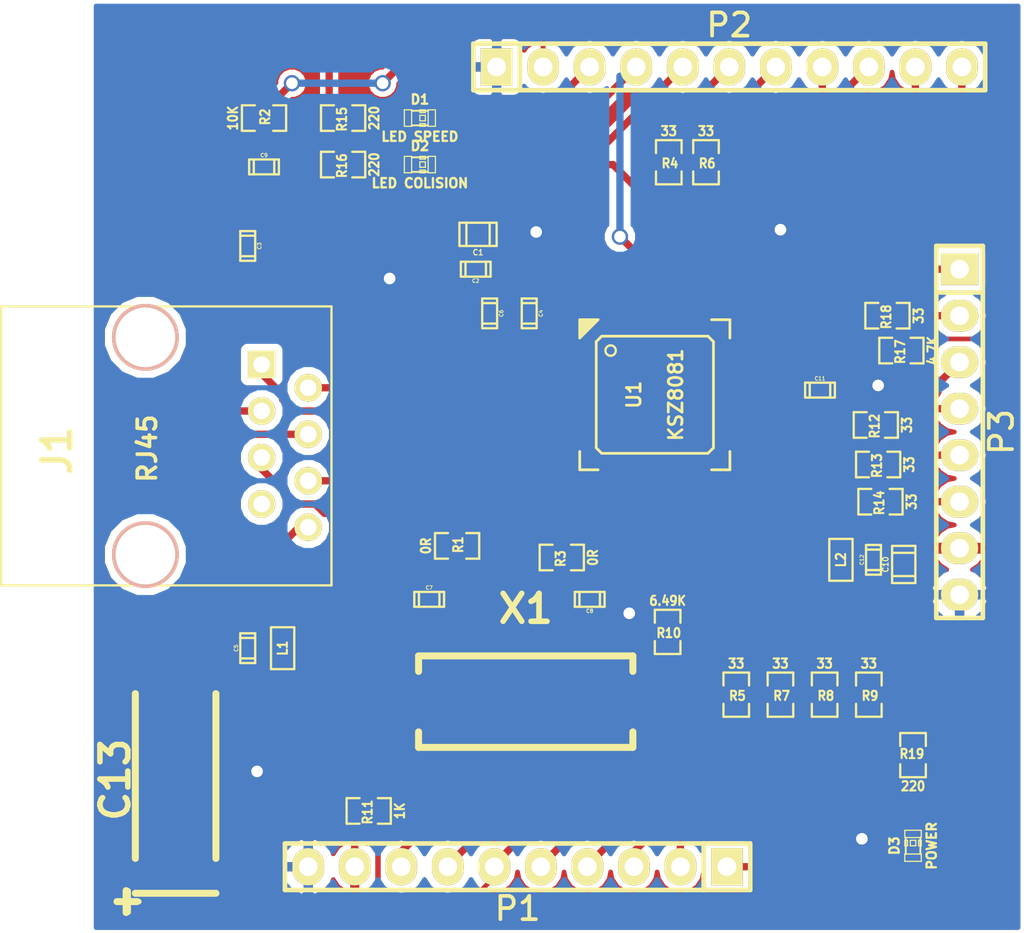
<source format=kicad_pcb>
(kicad_pcb (version 4) (host pcbnew "(2014-jul-16 BZR unknown)-product")

  (general
    (links 102)
    (no_connects 3)
    (area 112.993499 74.829999 169.401886 125.830001)
    (thickness 1.6)
    (drawings 4)
    (tracks 355)
    (zones 0)
    (modules 43)
    (nets 60)
  )

  (page A4)
  (layers
    (0 F.Cu signal)
    (31 B.Cu signal hide)
    (32 B.Adhes user)
    (33 F.Adhes user)
    (34 B.Paste user)
    (35 F.Paste user)
    (36 B.SilkS user)
    (37 F.SilkS user)
    (38 B.Mask user)
    (39 F.Mask user)
    (40 Dwgs.User user)
    (41 Cmts.User user)
    (42 Eco1.User user)
    (43 Eco2.User user)
    (44 Edge.Cuts user)
    (45 Margin user)
    (46 B.CrtYd user)
    (47 F.CrtYd user)
    (48 B.Fab user)
    (49 F.Fab user)
  )

  (setup
    (last_trace_width 0.3)
    (trace_clearance 0.1)
    (zone_clearance 0.2794)
    (zone_45_only no)
    (trace_min 0.254)
    (segment_width 0.2)
    (edge_width 0.1)
    (via_size 0.889)
    (via_drill 0.635)
    (via_min_size 0.889)
    (via_min_drill 0.508)
    (uvia_size 0.508)
    (uvia_drill 0.127)
    (uvias_allowed no)
    (uvia_min_size 0.508)
    (uvia_min_drill 0.127)
    (pcb_text_width 0.3)
    (pcb_text_size 1.5 1.5)
    (mod_edge_width 0.15)
    (mod_text_size 1 1)
    (mod_text_width 0.15)
    (pad_size 1.5 1.5)
    (pad_drill 0.6)
    (pad_to_mask_clearance 0)
    (aux_axis_origin 0 0)
    (visible_elements FFFFFF7F)
    (pcbplotparams
      (layerselection 0x00030_80000001)
      (usegerberextensions false)
      (excludeedgelayer true)
      (linewidth 0.100000)
      (plotframeref false)
      (viasonmask false)
      (mode 1)
      (useauxorigin false)
      (hpglpennumber 1)
      (hpglpenspeed 20)
      (hpglpendiameter 15)
      (hpglpenoverlay 2)
      (psnegative false)
      (psa4output false)
      (plotreference true)
      (plotvalue true)
      (plotinvisibletext false)
      (padsonsilk false)
      (subtractmaskfromsilk false)
      (outputformat 1)
      (mirror false)
      (drillshape 0)
      (scaleselection 1)
      (outputdirectory ""))
  )

  (net 0 "")
  (net 1 3V3)
  (net 2 GND)
  (net 3 "Net-(C3-Pad1)")
  (net 4 +1.2V)
  (net 5 "Net-(C5-Pad1)")
  (net 6 "Net-(C7-Pad1)")
  (net 7 "Net-(C8-Pad1)")
  (net 8 "Net-(C9-Pad1)")
  (net 9 +3.3V)
  (net 10 "Net-(D1-Pad1)")
  (net 11 "Net-(D1-Pad2)")
  (net 12 "Net-(D2-Pad1)")
  (net 13 "Net-(D2-Pad2)")
  (net 14 "Net-(D3-Pad2)")
  (net 15 "Net-(J1-Pad1)")
  (net 16 "Net-(J1-Pad2)")
  (net 17 "Net-(J1-Pad5)")
  (net 18 "Net-(J1-Pad6)")
  (net 19 "Net-(J1-Pad7)")
  (net 20 "Net-(J1-Pad8)")
  (net 21 "Net-(P1-Pad1)")
  (net 22 "Net-(P1-Pad2)")
  (net 23 "Net-(P1-Pad3)")
  (net 24 "Net-(P1-Pad4)")
  (net 25 "Net-(P1-Pad5)")
  (net 26 "Net-(P1-Pad6)")
  (net 27 "Net-(P1-Pad7)")
  (net 28 "Net-(P1-Pad8)")
  (net 29 "Net-(P2-Pad6)")
  (net 30 "Net-(P2-Pad7)")
  (net 31 "Net-(P2-Pad8)")
  (net 32 "Net-(P2-Pad9)")
  (net 33 "Net-(P2-Pad10)")
  (net 34 "Net-(P2-Pad11)")
  (net 35 "Net-(P3-Pad1)")
  (net 36 "Net-(P3-Pad2)")
  (net 37 "Net-(P3-Pad3)")
  (net 38 "Net-(P3-Pad4)")
  (net 39 "Net-(P3-Pad5)")
  (net 40 "Net-(P3-Pad6)")
  (net 41 "Net-(R4-Pad2)")
  (net 42 "Net-(R5-Pad1)")
  (net 43 "Net-(R6-Pad2)")
  (net 44 "Net-(R7-Pad1)")
  (net 45 "Net-(R8-Pad1)")
  (net 46 "Net-(R9-Pad1)")
  (net 47 "Net-(R10-Pad1)")
  (net 48 "Net-(R12-Pad2)")
  (net 49 "Net-(R13-Pad2)")
  (net 50 "Net-(R14-Pad2)")
  (net 51 "Net-(R18-Pad2)")
  (net 52 "Net-(U1-Pad5)")
  (net 53 "Net-(U1-Pad6)")
  (net 54 "Net-(U1-Pad8)")
  (net 55 "Net-(U1-Pad26)")
  (net 56 "Net-(U1-Pad44)")
  (net 57 "Net-(U1-Pad45)")
  (net 58 "Net-(U1-Pad46)")
  (net 59 "Net-(U1-Pad48)")

  (net_class Default "This is the default net class."
    (clearance 0.1)
    (trace_width 0.3)
    (via_dia 0.889)
    (via_drill 0.635)
    (uvia_dia 0.508)
    (uvia_drill 0.127)
    (add_net +1.2V)
    (add_net +3.3V)
    (add_net 3V3)
    (add_net GND)
    (add_net "Net-(C3-Pad1)")
    (add_net "Net-(C5-Pad1)")
    (add_net "Net-(C7-Pad1)")
    (add_net "Net-(C8-Pad1)")
    (add_net "Net-(C9-Pad1)")
    (add_net "Net-(D1-Pad1)")
    (add_net "Net-(D1-Pad2)")
    (add_net "Net-(D2-Pad1)")
    (add_net "Net-(D2-Pad2)")
    (add_net "Net-(D3-Pad2)")
    (add_net "Net-(J1-Pad1)")
    (add_net "Net-(J1-Pad2)")
    (add_net "Net-(J1-Pad5)")
    (add_net "Net-(J1-Pad6)")
    (add_net "Net-(J1-Pad7)")
    (add_net "Net-(J1-Pad8)")
    (add_net "Net-(P1-Pad1)")
    (add_net "Net-(P1-Pad2)")
    (add_net "Net-(P1-Pad3)")
    (add_net "Net-(P1-Pad4)")
    (add_net "Net-(P1-Pad5)")
    (add_net "Net-(P1-Pad6)")
    (add_net "Net-(P1-Pad7)")
    (add_net "Net-(P1-Pad8)")
    (add_net "Net-(P2-Pad10)")
    (add_net "Net-(P2-Pad11)")
    (add_net "Net-(P2-Pad6)")
    (add_net "Net-(P2-Pad7)")
    (add_net "Net-(P2-Pad8)")
    (add_net "Net-(P2-Pad9)")
    (add_net "Net-(P3-Pad1)")
    (add_net "Net-(P3-Pad2)")
    (add_net "Net-(P3-Pad3)")
    (add_net "Net-(P3-Pad4)")
    (add_net "Net-(P3-Pad5)")
    (add_net "Net-(P3-Pad6)")
    (add_net "Net-(R10-Pad1)")
    (add_net "Net-(R12-Pad2)")
    (add_net "Net-(R13-Pad2)")
    (add_net "Net-(R14-Pad2)")
    (add_net "Net-(R18-Pad2)")
    (add_net "Net-(R4-Pad2)")
    (add_net "Net-(R5-Pad1)")
    (add_net "Net-(R6-Pad2)")
    (add_net "Net-(R7-Pad1)")
    (add_net "Net-(R8-Pad1)")
    (add_net "Net-(R9-Pad1)")
    (add_net "Net-(U1-Pad26)")
    (add_net "Net-(U1-Pad44)")
    (add_net "Net-(U1-Pad45)")
    (add_net "Net-(U1-Pad46)")
    (add_net "Net-(U1-Pad48)")
    (add_net "Net-(U1-Pad5)")
    (add_net "Net-(U1-Pad6)")
    (add_net "Net-(U1-Pad8)")
  )

  (module Capacitors_SMD:c_0603 (layer F.Cu) (tedit 53D1BE15) (tstamp 53D1BFA9)
    (at 139.065 89.535 180)
    (descr "SMT capacitor, 0603")
    (path /53D16A30)
    (fp_text reference C2 (at 0 -0.635 180) (layer F.SilkS)
      (effects (font (size 0.20066 0.20066) (thickness 0.04064)))
    )
    (fp_text value 100nF (at 0 0.635 180) (layer F.SilkS) hide
      (effects (font (size 0.20066 0.20066) (thickness 0.04064)))
    )
    (fp_line (start 0.5588 0.4064) (end 0.5588 -0.4064) (layer F.SilkS) (width 0.127))
    (fp_line (start -0.5588 -0.381) (end -0.5588 0.4064) (layer F.SilkS) (width 0.127))
    (fp_line (start -0.8128 -0.4064) (end 0.8128 -0.4064) (layer F.SilkS) (width 0.127))
    (fp_line (start 0.8128 -0.4064) (end 0.8128 0.4064) (layer F.SilkS) (width 0.127))
    (fp_line (start 0.8128 0.4064) (end -0.8128 0.4064) (layer F.SilkS) (width 0.127))
    (fp_line (start -0.8128 0.4064) (end -0.8128 -0.4064) (layer F.SilkS) (width 0.127))
    (pad 1 smd rect (at 0.75184 0 180) (size 0.89916 1.00076) (layers F.Cu F.Paste F.Mask)
      (net 1 3V3))
    (pad 2 smd rect (at -0.75184 0 180) (size 0.89916 1.00076) (layers F.Cu F.Paste F.Mask)
      (net 2 GND))
    (model smd/capacitors/c_0603.wrl
      (at (xyz 0 0 0))
      (scale (xyz 1 1 1))
      (rotate (xyz 0 0 0))
    )
  )

  (module Capacitors_SMD:c_0603 (layer F.Cu) (tedit 53D1BE15) (tstamp 53D1BFB5)
    (at 126.619 88.265 270)
    (descr "SMT capacitor, 0603")
    (path /53D10E23)
    (fp_text reference C3 (at 0 -0.635 270) (layer F.SilkS)
      (effects (font (size 0.20066 0.20066) (thickness 0.04064)))
    )
    (fp_text value 100nF (at 0 0.635 270) (layer F.SilkS) hide
      (effects (font (size 0.20066 0.20066) (thickness 0.04064)))
    )
    (fp_line (start 0.5588 0.4064) (end 0.5588 -0.4064) (layer F.SilkS) (width 0.127))
    (fp_line (start -0.5588 -0.381) (end -0.5588 0.4064) (layer F.SilkS) (width 0.127))
    (fp_line (start -0.8128 -0.4064) (end 0.8128 -0.4064) (layer F.SilkS) (width 0.127))
    (fp_line (start 0.8128 -0.4064) (end 0.8128 0.4064) (layer F.SilkS) (width 0.127))
    (fp_line (start 0.8128 0.4064) (end -0.8128 0.4064) (layer F.SilkS) (width 0.127))
    (fp_line (start -0.8128 0.4064) (end -0.8128 -0.4064) (layer F.SilkS) (width 0.127))
    (pad 1 smd rect (at 0.75184 0 270) (size 0.89916 1.00076) (layers F.Cu F.Paste F.Mask)
      (net 3 "Net-(C3-Pad1)"))
    (pad 2 smd rect (at -0.75184 0 270) (size 0.89916 1.00076) (layers F.Cu F.Paste F.Mask)
      (net 2 GND))
    (model smd/capacitors/c_0603.wrl
      (at (xyz 0 0 0))
      (scale (xyz 1 1 1))
      (rotate (xyz 0 0 0))
    )
  )

  (module Capacitors_SMD:c_0603 (layer F.Cu) (tedit 53D1BE15) (tstamp 53D1BFC1)
    (at 141.986 91.948 270)
    (descr "SMT capacitor, 0603")
    (path /53D16360)
    (fp_text reference C4 (at 0 -0.635 270) (layer F.SilkS)
      (effects (font (size 0.20066 0.20066) (thickness 0.04064)))
    )
    (fp_text value 2.2uF (at 0 0.635 270) (layer F.SilkS) hide
      (effects (font (size 0.20066 0.20066) (thickness 0.04064)))
    )
    (fp_line (start 0.5588 0.4064) (end 0.5588 -0.4064) (layer F.SilkS) (width 0.127))
    (fp_line (start -0.5588 -0.381) (end -0.5588 0.4064) (layer F.SilkS) (width 0.127))
    (fp_line (start -0.8128 -0.4064) (end 0.8128 -0.4064) (layer F.SilkS) (width 0.127))
    (fp_line (start 0.8128 -0.4064) (end 0.8128 0.4064) (layer F.SilkS) (width 0.127))
    (fp_line (start 0.8128 0.4064) (end -0.8128 0.4064) (layer F.SilkS) (width 0.127))
    (fp_line (start -0.8128 0.4064) (end -0.8128 -0.4064) (layer F.SilkS) (width 0.127))
    (pad 1 smd rect (at 0.75184 0 270) (size 0.89916 1.00076) (layers F.Cu F.Paste F.Mask)
      (net 4 +1.2V))
    (pad 2 smd rect (at -0.75184 0 270) (size 0.89916 1.00076) (layers F.Cu F.Paste F.Mask)
      (net 2 GND))
    (model smd/capacitors/c_0603.wrl
      (at (xyz 0 0 0))
      (scale (xyz 1 1 1))
      (rotate (xyz 0 0 0))
    )
  )

  (module Capacitors_SMD:c_0603 (layer F.Cu) (tedit 53D1BE15) (tstamp 53D1BFCD)
    (at 126.619 110.236 90)
    (descr "SMT capacitor, 0603")
    (path /53D10EC1)
    (fp_text reference C5 (at 0 -0.635 90) (layer F.SilkS)
      (effects (font (size 0.20066 0.20066) (thickness 0.04064)))
    )
    (fp_text value 100nF (at 0 0.635 90) (layer F.SilkS) hide
      (effects (font (size 0.20066 0.20066) (thickness 0.04064)))
    )
    (fp_line (start 0.5588 0.4064) (end 0.5588 -0.4064) (layer F.SilkS) (width 0.127))
    (fp_line (start -0.5588 -0.381) (end -0.5588 0.4064) (layer F.SilkS) (width 0.127))
    (fp_line (start -0.8128 -0.4064) (end 0.8128 -0.4064) (layer F.SilkS) (width 0.127))
    (fp_line (start 0.8128 -0.4064) (end 0.8128 0.4064) (layer F.SilkS) (width 0.127))
    (fp_line (start 0.8128 0.4064) (end -0.8128 0.4064) (layer F.SilkS) (width 0.127))
    (fp_line (start -0.8128 0.4064) (end -0.8128 -0.4064) (layer F.SilkS) (width 0.127))
    (pad 1 smd rect (at 0.75184 0 90) (size 0.89916 1.00076) (layers F.Cu F.Paste F.Mask)
      (net 5 "Net-(C5-Pad1)"))
    (pad 2 smd rect (at -0.75184 0 90) (size 0.89916 1.00076) (layers F.Cu F.Paste F.Mask)
      (net 2 GND))
    (model smd/capacitors/c_0603.wrl
      (at (xyz 0 0 0))
      (scale (xyz 1 1 1))
      (rotate (xyz 0 0 0))
    )
  )

  (module Capacitors_SMD:c_0603 (layer F.Cu) (tedit 53D1BE15) (tstamp 53D1BFD9)
    (at 139.827 91.948 270)
    (descr "SMT capacitor, 0603")
    (path /53D1636F)
    (fp_text reference C6 (at 0 -0.635 270) (layer F.SilkS)
      (effects (font (size 0.20066 0.20066) (thickness 0.04064)))
    )
    (fp_text value 100nF (at 0 0.635 270) (layer F.SilkS) hide
      (effects (font (size 0.20066 0.20066) (thickness 0.04064)))
    )
    (fp_line (start 0.5588 0.4064) (end 0.5588 -0.4064) (layer F.SilkS) (width 0.127))
    (fp_line (start -0.5588 -0.381) (end -0.5588 0.4064) (layer F.SilkS) (width 0.127))
    (fp_line (start -0.8128 -0.4064) (end 0.8128 -0.4064) (layer F.SilkS) (width 0.127))
    (fp_line (start 0.8128 -0.4064) (end 0.8128 0.4064) (layer F.SilkS) (width 0.127))
    (fp_line (start 0.8128 0.4064) (end -0.8128 0.4064) (layer F.SilkS) (width 0.127))
    (fp_line (start -0.8128 0.4064) (end -0.8128 -0.4064) (layer F.SilkS) (width 0.127))
    (pad 1 smd rect (at 0.75184 0 270) (size 0.89916 1.00076) (layers F.Cu F.Paste F.Mask)
      (net 4 +1.2V))
    (pad 2 smd rect (at -0.75184 0 270) (size 0.89916 1.00076) (layers F.Cu F.Paste F.Mask)
      (net 2 GND))
    (model smd/capacitors/c_0603.wrl
      (at (xyz 0 0 0))
      (scale (xyz 1 1 1))
      (rotate (xyz 0 0 0))
    )
  )

  (module Capacitors_SMD:c_0603 (layer F.Cu) (tedit 53D1BE15) (tstamp 53D1BFF1)
    (at 145.288 107.569 180)
    (descr "SMT capacitor, 0603")
    (path /53D12D01)
    (fp_text reference C8 (at 0 -0.635 180) (layer F.SilkS)
      (effects (font (size 0.20066 0.20066) (thickness 0.04064)))
    )
    (fp_text value 30pF (at 0 0.635 180) (layer F.SilkS) hide
      (effects (font (size 0.20066 0.20066) (thickness 0.04064)))
    )
    (fp_line (start 0.5588 0.4064) (end 0.5588 -0.4064) (layer F.SilkS) (width 0.127))
    (fp_line (start -0.5588 -0.381) (end -0.5588 0.4064) (layer F.SilkS) (width 0.127))
    (fp_line (start -0.8128 -0.4064) (end 0.8128 -0.4064) (layer F.SilkS) (width 0.127))
    (fp_line (start 0.8128 -0.4064) (end 0.8128 0.4064) (layer F.SilkS) (width 0.127))
    (fp_line (start 0.8128 0.4064) (end -0.8128 0.4064) (layer F.SilkS) (width 0.127))
    (fp_line (start -0.8128 0.4064) (end -0.8128 -0.4064) (layer F.SilkS) (width 0.127))
    (pad 1 smd rect (at 0.75184 0 180) (size 0.89916 1.00076) (layers F.Cu F.Paste F.Mask)
      (net 7 "Net-(C8-Pad1)"))
    (pad 2 smd rect (at -0.75184 0 180) (size 0.89916 1.00076) (layers F.Cu F.Paste F.Mask)
      (net 2 GND))
    (model smd/capacitors/c_0603.wrl
      (at (xyz 0 0 0))
      (scale (xyz 1 1 1))
      (rotate (xyz 0 0 0))
    )
  )

  (module Capacitors_SMD:c_0603 (layer F.Cu) (tedit 53D1BE15) (tstamp 53D1BFFD)
    (at 127.508 83.947)
    (descr "SMT capacitor, 0603")
    (path /53D14DA7)
    (fp_text reference C9 (at 0 -0.635) (layer F.SilkS)
      (effects (font (size 0.20066 0.20066) (thickness 0.04064)))
    )
    (fp_text value 100nF (at 0 0.635) (layer F.SilkS) hide
      (effects (font (size 0.20066 0.20066) (thickness 0.04064)))
    )
    (fp_line (start 0.5588 0.4064) (end 0.5588 -0.4064) (layer F.SilkS) (width 0.127))
    (fp_line (start -0.5588 -0.381) (end -0.5588 0.4064) (layer F.SilkS) (width 0.127))
    (fp_line (start -0.8128 -0.4064) (end 0.8128 -0.4064) (layer F.SilkS) (width 0.127))
    (fp_line (start 0.8128 -0.4064) (end 0.8128 0.4064) (layer F.SilkS) (width 0.127))
    (fp_line (start 0.8128 0.4064) (end -0.8128 0.4064) (layer F.SilkS) (width 0.127))
    (fp_line (start -0.8128 0.4064) (end -0.8128 -0.4064) (layer F.SilkS) (width 0.127))
    (pad 1 smd rect (at 0.75184 0) (size 0.89916 1.00076) (layers F.Cu F.Paste F.Mask)
      (net 8 "Net-(C9-Pad1)"))
    (pad 2 smd rect (at -0.75184 0) (size 0.89916 1.00076) (layers F.Cu F.Paste F.Mask)
      (net 2 GND))
    (model smd/capacitors/c_0603.wrl
      (at (xyz 0 0 0))
      (scale (xyz 1 1 1))
      (rotate (xyz 0 0 0))
    )
  )

  (module Capacitors_SMD:c_0603 (layer F.Cu) (tedit 53D1BE15) (tstamp 53D1C015)
    (at 157.861 96.139)
    (descr "SMT capacitor, 0603")
    (path /53D15839)
    (fp_text reference C11 (at 0 -0.635) (layer F.SilkS)
      (effects (font (size 0.20066 0.20066) (thickness 0.04064)))
    )
    (fp_text value 100nF (at 0 0.635) (layer F.SilkS) hide
      (effects (font (size 0.20066 0.20066) (thickness 0.04064)))
    )
    (fp_line (start 0.5588 0.4064) (end 0.5588 -0.4064) (layer F.SilkS) (width 0.127))
    (fp_line (start -0.5588 -0.381) (end -0.5588 0.4064) (layer F.SilkS) (width 0.127))
    (fp_line (start -0.8128 -0.4064) (end 0.8128 -0.4064) (layer F.SilkS) (width 0.127))
    (fp_line (start 0.8128 -0.4064) (end 0.8128 0.4064) (layer F.SilkS) (width 0.127))
    (fp_line (start 0.8128 0.4064) (end -0.8128 0.4064) (layer F.SilkS) (width 0.127))
    (fp_line (start -0.8128 0.4064) (end -0.8128 -0.4064) (layer F.SilkS) (width 0.127))
    (pad 1 smd rect (at 0.75184 0) (size 0.89916 1.00076) (layers F.Cu F.Paste F.Mask)
      (net 2 GND))
    (pad 2 smd rect (at -0.75184 0) (size 0.89916 1.00076) (layers F.Cu F.Paste F.Mask)
      (net 4 +1.2V))
    (model smd/capacitors/c_0603.wrl
      (at (xyz 0 0 0))
      (scale (xyz 1 1 1))
      (rotate (xyz 0 0 0))
    )
  )

  (module Capacitors_SMD:c_0603 (layer F.Cu) (tedit 53D1BE15) (tstamp 53D1C021)
    (at 160.782 105.41 90)
    (descr "SMT capacitor, 0603")
    (path /53D14238)
    (fp_text reference C12 (at 0 -0.635 90) (layer F.SilkS)
      (effects (font (size 0.20066 0.20066) (thickness 0.04064)))
    )
    (fp_text value 100nF (at 0 0.635 90) (layer F.SilkS) hide
      (effects (font (size 0.20066 0.20066) (thickness 0.04064)))
    )
    (fp_line (start 0.5588 0.4064) (end 0.5588 -0.4064) (layer F.SilkS) (width 0.127))
    (fp_line (start -0.5588 -0.381) (end -0.5588 0.4064) (layer F.SilkS) (width 0.127))
    (fp_line (start -0.8128 -0.4064) (end 0.8128 -0.4064) (layer F.SilkS) (width 0.127))
    (fp_line (start 0.8128 -0.4064) (end 0.8128 0.4064) (layer F.SilkS) (width 0.127))
    (fp_line (start 0.8128 0.4064) (end -0.8128 0.4064) (layer F.SilkS) (width 0.127))
    (fp_line (start -0.8128 0.4064) (end -0.8128 -0.4064) (layer F.SilkS) (width 0.127))
    (pad 1 smd rect (at 0.75184 0 90) (size 0.89916 1.00076) (layers F.Cu F.Paste F.Mask)
      (net 9 +3.3V))
    (pad 2 smd rect (at -0.75184 0 90) (size 0.89916 1.00076) (layers F.Cu F.Paste F.Mask)
      (net 2 GND))
    (model smd/capacitors/c_0603.wrl
      (at (xyz 0 0 0))
      (scale (xyz 1 1 1))
      (rotate (xyz 0 0 0))
    )
  )

  (module LEDs:LED-0603 (layer F.Cu) (tedit 53D1BE10) (tstamp 53D1C049)
    (at 136.017 81.28)
    (descr "LED 0603 smd package")
    (tags "LED led 0603 SMD smd SMT smt smdled SMDLED smtled SMTLED")
    (path /53D15274)
    (attr smd)
    (fp_text reference D1 (at 0 -1.016) (layer F.SilkS)
      (effects (font (size 0.508 0.508) (thickness 0.127)))
    )
    (fp_text value "LED SPEED" (at 0 1.016) (layer F.SilkS)
      (effects (font (size 0.508 0.508) (thickness 0.127)))
    )
    (fp_line (start 0.44958 -0.44958) (end 0.44958 0.44958) (layer F.SilkS) (width 0.06604))
    (fp_line (start 0.44958 0.44958) (end 0.84836 0.44958) (layer F.SilkS) (width 0.06604))
    (fp_line (start 0.84836 -0.44958) (end 0.84836 0.44958) (layer F.SilkS) (width 0.06604))
    (fp_line (start 0.44958 -0.44958) (end 0.84836 -0.44958) (layer F.SilkS) (width 0.06604))
    (fp_line (start -0.84836 -0.44958) (end -0.84836 0.44958) (layer F.SilkS) (width 0.06604))
    (fp_line (start -0.84836 0.44958) (end -0.44958 0.44958) (layer F.SilkS) (width 0.06604))
    (fp_line (start -0.44958 -0.44958) (end -0.44958 0.44958) (layer F.SilkS) (width 0.06604))
    (fp_line (start -0.84836 -0.44958) (end -0.44958 -0.44958) (layer F.SilkS) (width 0.06604))
    (fp_line (start 0 -0.44958) (end 0 -0.29972) (layer F.SilkS) (width 0.06604))
    (fp_line (start 0 -0.29972) (end 0.29972 -0.29972) (layer F.SilkS) (width 0.06604))
    (fp_line (start 0.29972 -0.44958) (end 0.29972 -0.29972) (layer F.SilkS) (width 0.06604))
    (fp_line (start 0 -0.44958) (end 0.29972 -0.44958) (layer F.SilkS) (width 0.06604))
    (fp_line (start 0 0.29972) (end 0 0.44958) (layer F.SilkS) (width 0.06604))
    (fp_line (start 0 0.44958) (end 0.29972 0.44958) (layer F.SilkS) (width 0.06604))
    (fp_line (start 0.29972 0.29972) (end 0.29972 0.44958) (layer F.SilkS) (width 0.06604))
    (fp_line (start 0 0.29972) (end 0.29972 0.29972) (layer F.SilkS) (width 0.06604))
    (fp_line (start 0 -0.14986) (end 0 0.14986) (layer F.SilkS) (width 0.06604))
    (fp_line (start 0 0.14986) (end 0.29972 0.14986) (layer F.SilkS) (width 0.06604))
    (fp_line (start 0.29972 -0.14986) (end 0.29972 0.14986) (layer F.SilkS) (width 0.06604))
    (fp_line (start 0 -0.14986) (end 0.29972 -0.14986) (layer F.SilkS) (width 0.06604))
    (fp_line (start 0.44958 -0.39878) (end -0.44958 -0.39878) (layer F.SilkS) (width 0.1016))
    (fp_line (start 0.44958 0.39878) (end -0.44958 0.39878) (layer F.SilkS) (width 0.1016))
    (pad 1 smd rect (at -0.7493 0) (size 0.79756 0.79756) (layers F.Cu F.Paste F.Mask)
      (net 10 "Net-(D1-Pad1)"))
    (pad 2 smd rect (at 0.7493 0) (size 0.79756 0.79756) (layers F.Cu F.Paste F.Mask)
      (net 11 "Net-(D1-Pad2)"))
  )

  (module LEDs:LED-0603 (layer F.Cu) (tedit 53D1BE10) (tstamp 53D1C065)
    (at 136.017 83.82)
    (descr "LED 0603 smd package")
    (tags "LED led 0603 SMD smd SMT smt smdled SMDLED smtled SMTLED")
    (path /53D15283)
    (attr smd)
    (fp_text reference D2 (at 0 -1.016) (layer F.SilkS)
      (effects (font (size 0.508 0.508) (thickness 0.127)))
    )
    (fp_text value "LED COLISION" (at 0 1.016) (layer F.SilkS)
      (effects (font (size 0.508 0.508) (thickness 0.127)))
    )
    (fp_line (start 0.44958 -0.44958) (end 0.44958 0.44958) (layer F.SilkS) (width 0.06604))
    (fp_line (start 0.44958 0.44958) (end 0.84836 0.44958) (layer F.SilkS) (width 0.06604))
    (fp_line (start 0.84836 -0.44958) (end 0.84836 0.44958) (layer F.SilkS) (width 0.06604))
    (fp_line (start 0.44958 -0.44958) (end 0.84836 -0.44958) (layer F.SilkS) (width 0.06604))
    (fp_line (start -0.84836 -0.44958) (end -0.84836 0.44958) (layer F.SilkS) (width 0.06604))
    (fp_line (start -0.84836 0.44958) (end -0.44958 0.44958) (layer F.SilkS) (width 0.06604))
    (fp_line (start -0.44958 -0.44958) (end -0.44958 0.44958) (layer F.SilkS) (width 0.06604))
    (fp_line (start -0.84836 -0.44958) (end -0.44958 -0.44958) (layer F.SilkS) (width 0.06604))
    (fp_line (start 0 -0.44958) (end 0 -0.29972) (layer F.SilkS) (width 0.06604))
    (fp_line (start 0 -0.29972) (end 0.29972 -0.29972) (layer F.SilkS) (width 0.06604))
    (fp_line (start 0.29972 -0.44958) (end 0.29972 -0.29972) (layer F.SilkS) (width 0.06604))
    (fp_line (start 0 -0.44958) (end 0.29972 -0.44958) (layer F.SilkS) (width 0.06604))
    (fp_line (start 0 0.29972) (end 0 0.44958) (layer F.SilkS) (width 0.06604))
    (fp_line (start 0 0.44958) (end 0.29972 0.44958) (layer F.SilkS) (width 0.06604))
    (fp_line (start 0.29972 0.29972) (end 0.29972 0.44958) (layer F.SilkS) (width 0.06604))
    (fp_line (start 0 0.29972) (end 0.29972 0.29972) (layer F.SilkS) (width 0.06604))
    (fp_line (start 0 -0.14986) (end 0 0.14986) (layer F.SilkS) (width 0.06604))
    (fp_line (start 0 0.14986) (end 0.29972 0.14986) (layer F.SilkS) (width 0.06604))
    (fp_line (start 0.29972 -0.14986) (end 0.29972 0.14986) (layer F.SilkS) (width 0.06604))
    (fp_line (start 0 -0.14986) (end 0.29972 -0.14986) (layer F.SilkS) (width 0.06604))
    (fp_line (start 0.44958 -0.39878) (end -0.44958 -0.39878) (layer F.SilkS) (width 0.1016))
    (fp_line (start 0.44958 0.39878) (end -0.44958 0.39878) (layer F.SilkS) (width 0.1016))
    (pad 1 smd rect (at -0.7493 0) (size 0.79756 0.79756) (layers F.Cu F.Paste F.Mask)
      (net 12 "Net-(D2-Pad1)"))
    (pad 2 smd rect (at 0.7493 0) (size 0.79756 0.79756) (layers F.Cu F.Paste F.Mask)
      (net 13 "Net-(D2-Pad2)"))
  )

  (module LEDs:LED-0603 (layer F.Cu) (tedit 53D1BE10) (tstamp 53D1C081)
    (at 162.941 121.031 90)
    (descr "LED 0603 smd package")
    (tags "LED led 0603 SMD smd SMT smt smdled SMDLED smtled SMTLED")
    (path /53D15AB0)
    (attr smd)
    (fp_text reference D3 (at 0 -1.016 90) (layer F.SilkS)
      (effects (font (size 0.508 0.508) (thickness 0.127)))
    )
    (fp_text value POWER (at 0 1.016 90) (layer F.SilkS)
      (effects (font (size 0.508 0.508) (thickness 0.127)))
    )
    (fp_line (start 0.44958 -0.44958) (end 0.44958 0.44958) (layer F.SilkS) (width 0.06604))
    (fp_line (start 0.44958 0.44958) (end 0.84836 0.44958) (layer F.SilkS) (width 0.06604))
    (fp_line (start 0.84836 -0.44958) (end 0.84836 0.44958) (layer F.SilkS) (width 0.06604))
    (fp_line (start 0.44958 -0.44958) (end 0.84836 -0.44958) (layer F.SilkS) (width 0.06604))
    (fp_line (start -0.84836 -0.44958) (end -0.84836 0.44958) (layer F.SilkS) (width 0.06604))
    (fp_line (start -0.84836 0.44958) (end -0.44958 0.44958) (layer F.SilkS) (width 0.06604))
    (fp_line (start -0.44958 -0.44958) (end -0.44958 0.44958) (layer F.SilkS) (width 0.06604))
    (fp_line (start -0.84836 -0.44958) (end -0.44958 -0.44958) (layer F.SilkS) (width 0.06604))
    (fp_line (start 0 -0.44958) (end 0 -0.29972) (layer F.SilkS) (width 0.06604))
    (fp_line (start 0 -0.29972) (end 0.29972 -0.29972) (layer F.SilkS) (width 0.06604))
    (fp_line (start 0.29972 -0.44958) (end 0.29972 -0.29972) (layer F.SilkS) (width 0.06604))
    (fp_line (start 0 -0.44958) (end 0.29972 -0.44958) (layer F.SilkS) (width 0.06604))
    (fp_line (start 0 0.29972) (end 0 0.44958) (layer F.SilkS) (width 0.06604))
    (fp_line (start 0 0.44958) (end 0.29972 0.44958) (layer F.SilkS) (width 0.06604))
    (fp_line (start 0.29972 0.29972) (end 0.29972 0.44958) (layer F.SilkS) (width 0.06604))
    (fp_line (start 0 0.29972) (end 0.29972 0.29972) (layer F.SilkS) (width 0.06604))
    (fp_line (start 0 -0.14986) (end 0 0.14986) (layer F.SilkS) (width 0.06604))
    (fp_line (start 0 0.14986) (end 0.29972 0.14986) (layer F.SilkS) (width 0.06604))
    (fp_line (start 0.29972 -0.14986) (end 0.29972 0.14986) (layer F.SilkS) (width 0.06604))
    (fp_line (start 0 -0.14986) (end 0.29972 -0.14986) (layer F.SilkS) (width 0.06604))
    (fp_line (start 0.44958 -0.39878) (end -0.44958 -0.39878) (layer F.SilkS) (width 0.1016))
    (fp_line (start 0.44958 0.39878) (end -0.44958 0.39878) (layer F.SilkS) (width 0.1016))
    (pad 1 smd rect (at -0.7493 0 90) (size 0.79756 0.79756) (layers F.Cu F.Paste F.Mask)
      (net 9 +3.3V))
    (pad 2 smd rect (at 0.7493 0 90) (size 0.79756 0.79756) (layers F.Cu F.Paste F.Mask)
      (net 14 "Net-(D3-Pad2)"))
  )

  (module Connect:RJ45_8 (layer F.Cu) (tedit 53D1BE14) (tstamp 53D1C093)
    (at 121.031 99.187 270)
    (tags RJ45)
    (path /53D1091B)
    (fp_text reference J1 (at 0.254 4.826 270) (layer F.SilkS)
      (effects (font (thickness 0.3048)))
    )
    (fp_text value RJ45 (at 0.14224 -0.1016 270) (layer F.SilkS)
      (effects (font (size 1.00076 1.00076) (thickness 0.2032)))
    )
    (fp_line (start -7.62 7.874) (end 7.62 7.874) (layer F.SilkS) (width 0.127))
    (fp_line (start 7.62 7.874) (end 7.62 -10.16) (layer F.SilkS) (width 0.127))
    (fp_line (start 7.62 -10.16) (end -7.62 -10.16) (layer F.SilkS) (width 0.127))
    (fp_line (start -7.62 -10.16) (end -7.62 7.874) (layer F.SilkS) (width 0.127))
    (pad Hole np_thru_hole circle (at 5.93852 0 270) (size 3.64998 3.64998) (drill 3.2512) (layers *.Cu *.SilkS *.Mask))
    (pad Hole np_thru_hole circle (at -5.9309 0 270) (size 3.64998 3.64998) (drill 3.2512) (layers *.Cu *.SilkS *.Mask))
    (pad 1 thru_hole rect (at -4.445 -6.35 270) (size 1.50114 1.50114) (drill 0.89916) (layers *.Cu *.Mask F.SilkS)
      (net 15 "Net-(J1-Pad1)"))
    (pad 2 thru_hole circle (at -3.175 -8.89 270) (size 1.50114 1.50114) (drill 0.89916) (layers *.Cu *.Mask F.SilkS)
      (net 16 "Net-(J1-Pad2)"))
    (pad 3 thru_hole circle (at -1.905 -6.35 270) (size 1.50114 1.50114) (drill 0.89916) (layers *.Cu *.Mask F.SilkS)
      (net 3 "Net-(C3-Pad1)"))
    (pad 4 thru_hole circle (at -0.635 -8.89 270) (size 1.50114 1.50114) (drill 0.89916) (layers *.Cu *.Mask F.SilkS)
      (net 5 "Net-(C5-Pad1)"))
    (pad 5 thru_hole circle (at 0.635 -6.35 270) (size 1.50114 1.50114) (drill 0.89916) (layers *.Cu *.Mask F.SilkS)
      (net 17 "Net-(J1-Pad5)"))
    (pad 6 thru_hole circle (at 1.905 -8.89 270) (size 1.50114 1.50114) (drill 0.89916) (layers *.Cu *.Mask F.SilkS)
      (net 18 "Net-(J1-Pad6)"))
    (pad 7 thru_hole circle (at 3.175 -6.35 270) (size 1.50114 1.50114) (drill 0.89916) (layers *.Cu *.Mask F.SilkS)
      (net 19 "Net-(J1-Pad7)"))
    (pad 8 thru_hole circle (at 4.445 -8.89 270) (size 1.50114 1.50114) (drill 0.89916) (layers *.Cu *.Mask F.SilkS)
      (net 20 "Net-(J1-Pad8)"))
    (model Connectors/RJ45_8.wrl
      (at (xyz 0 0 0))
      (scale (xyz 0.4 0.4 0.4))
      (rotate (xyz 0 0 0))
    )
  )

  (module Pin_Headers:Pin_Header_Straight_1x10 (layer F.Cu) (tedit 53D1BE10) (tstamp 53D1C0B4)
    (at 141.351 122.174 180)
    (descr "1 pin")
    (tags "CONN DEV")
    (path /53D13685)
    (fp_text reference P1 (at 0 -2.286 180) (layer F.SilkS)
      (effects (font (size 1.27 1.27) (thickness 0.2032)))
    )
    (fp_text value CONN_10 (at 0 0 180) (layer F.SilkS) hide
      (effects (font (size 1.27 1.27) (thickness 0.2032)))
    )
    (fp_line (start -10.16 -1.27) (end 12.7 -1.27) (layer F.SilkS) (width 0.254))
    (fp_line (start 12.7 -1.27) (end 12.7 1.27) (layer F.SilkS) (width 0.254))
    (fp_line (start 12.7 1.27) (end -10.16 1.27) (layer F.SilkS) (width 0.254))
    (fp_line (start -12.7 -1.27) (end -10.16 -1.27) (layer F.SilkS) (width 0.254))
    (fp_line (start -10.16 -1.27) (end -10.16 1.27) (layer F.SilkS) (width 0.254))
    (fp_line (start -12.7 -1.27) (end -12.7 1.27) (layer F.SilkS) (width 0.254))
    (fp_line (start -12.7 1.27) (end -10.16 1.27) (layer F.SilkS) (width 0.254))
    (pad 1 thru_hole rect (at -11.43 0 180) (size 1.7272 2.032) (drill 1.016) (layers *.Cu *.Mask F.SilkS)
      (net 21 "Net-(P1-Pad1)"))
    (pad 2 thru_hole oval (at -8.89 0 180) (size 1.7272 2.032) (drill 1.016) (layers *.Cu *.Mask F.SilkS)
      (net 22 "Net-(P1-Pad2)"))
    (pad 3 thru_hole oval (at -6.35 0 180) (size 1.7272 2.032) (drill 1.016) (layers *.Cu *.Mask F.SilkS)
      (net 23 "Net-(P1-Pad3)"))
    (pad 4 thru_hole oval (at -3.81 0 180) (size 1.7272 2.032) (drill 1.016) (layers *.Cu *.Mask F.SilkS)
      (net 24 "Net-(P1-Pad4)"))
    (pad 5 thru_hole oval (at -1.27 0 180) (size 1.7272 2.032) (drill 1.016) (layers *.Cu *.Mask F.SilkS)
      (net 25 "Net-(P1-Pad5)"))
    (pad 6 thru_hole oval (at 1.27 0 180) (size 1.7272 2.032) (drill 1.016) (layers *.Cu *.Mask F.SilkS)
      (net 26 "Net-(P1-Pad6)"))
    (pad 7 thru_hole oval (at 3.81 0 180) (size 1.7272 2.032) (drill 1.016) (layers *.Cu *.Mask F.SilkS)
      (net 27 "Net-(P1-Pad7)"))
    (pad 8 thru_hole oval (at 6.35 0 180) (size 1.7272 2.032) (drill 1.016) (layers *.Cu *.Mask F.SilkS)
      (net 28 "Net-(P1-Pad8)"))
    (pad 9 thru_hole oval (at 8.89 0 180) (size 1.7272 2.032) (drill 1.016) (layers *.Cu *.Mask F.SilkS)
      (net 9 +3.3V))
    (pad 10 thru_hole oval (at 11.43 0 180) (size 1.7272 2.032) (drill 1.016) (layers *.Cu *.Mask F.SilkS)
      (net 2 GND))
    (model Pin_Headers/Pin_Header_Straight_1x10.wrl
      (at (xyz 0 0 0))
      (scale (xyz 1 1 1))
      (rotate (xyz 0 0 0))
    )
  )

  (module Pin_Headers:Pin_Header_Straight_1x11 (layer F.Cu) (tedit 53D1BE10) (tstamp 53D1C0CA)
    (at 152.908 78.486)
    (descr "1 pin")
    (tags "CONN DEV")
    (path /53D146F6)
    (fp_text reference P2 (at 0 -2.286) (layer F.SilkS)
      (effects (font (size 1.27 1.27) (thickness 0.2032)))
    )
    (fp_text value CONN_11 (at 0 0) (layer F.SilkS) hide
      (effects (font (size 1.27 1.27) (thickness 0.2032)))
    )
    (fp_line (start -11.43 -1.27) (end 13.97 -1.27) (layer F.SilkS) (width 0.254))
    (fp_line (start 13.97 -1.27) (end 13.97 1.27) (layer F.SilkS) (width 0.254))
    (fp_line (start 13.97 1.27) (end -11.43 1.27) (layer F.SilkS) (width 0.254))
    (fp_line (start -13.97 -1.27) (end -11.43 -1.27) (layer F.SilkS) (width 0.254))
    (fp_line (start -11.43 -1.27) (end -11.43 1.27) (layer F.SilkS) (width 0.254))
    (fp_line (start -13.97 -1.27) (end -13.97 1.27) (layer F.SilkS) (width 0.254))
    (fp_line (start -13.97 1.27) (end -11.43 1.27) (layer F.SilkS) (width 0.254))
    (pad 1 thru_hole rect (at -12.7 0) (size 1.7272 2.032) (drill 1.016) (layers *.Cu *.Mask F.SilkS)
      (net 2 GND))
    (pad 2 thru_hole oval (at -10.16 0) (size 1.7272 2.032) (drill 1.016) (layers *.Cu *.Mask F.SilkS)
      (net 9 +3.3V))
    (pad 3 thru_hole oval (at -7.62 0) (size 1.7272 2.032) (drill 1.016) (layers *.Cu *.Mask F.SilkS)
      (net 8 "Net-(C9-Pad1)"))
    (pad 4 thru_hole oval (at -5.08 0) (size 1.7272 2.032) (drill 1.016) (layers *.Cu *.Mask F.SilkS)
      (net 11 "Net-(D1-Pad2)"))
    (pad 5 thru_hole oval (at -2.54 0) (size 1.7272 2.032) (drill 1.016) (layers *.Cu *.Mask F.SilkS)
      (net 13 "Net-(D2-Pad2)"))
    (pad 6 thru_hole oval (at 0 0) (size 1.7272 2.032) (drill 1.016) (layers *.Cu *.Mask F.SilkS)
      (net 29 "Net-(P2-Pad6)"))
    (pad 7 thru_hole oval (at 2.54 0) (size 1.7272 2.032) (drill 1.016) (layers *.Cu *.Mask F.SilkS)
      (net 30 "Net-(P2-Pad7)"))
    (pad 8 thru_hole oval (at 5.08 0) (size 1.7272 2.032) (drill 1.016) (layers *.Cu *.Mask F.SilkS)
      (net 31 "Net-(P2-Pad8)"))
    (pad 9 thru_hole oval (at 7.62 0) (size 1.7272 2.032) (drill 1.016) (layers *.Cu *.Mask F.SilkS)
      (net 32 "Net-(P2-Pad9)"))
    (pad 10 thru_hole oval (at 10.16 0) (size 1.7272 2.032) (drill 1.016) (layers *.Cu *.Mask F.SilkS)
      (net 33 "Net-(P2-Pad10)"))
    (pad 11 thru_hole oval (at 12.7 0) (size 1.7272 2.032) (drill 1.016) (layers *.Cu *.Mask F.SilkS)
      (net 34 "Net-(P2-Pad11)"))
    (model Pin_Headers/Pin_Header_Straight_1x11.wrl
      (at (xyz 0 0 0))
      (scale (xyz 1 1 1))
      (rotate (xyz 0 0 0))
    )
  )

  (module Pin_Headers:Pin_Header_Straight_1x08 (layer F.Cu) (tedit 53D1BE10) (tstamp 53D1C0DD)
    (at 165.481 98.425 270)
    (descr "1 pin")
    (tags "CONN DEV")
    (path /53D135BA)
    (fp_text reference P3 (at 0 -2.286 270) (layer F.SilkS)
      (effects (font (size 1.27 1.27) (thickness 0.2032)))
    )
    (fp_text value CONN_8 (at 0 0 270) (layer F.SilkS) hide
      (effects (font (size 1.27 1.27) (thickness 0.2032)))
    )
    (fp_line (start -7.62 -1.27) (end 10.16 -1.27) (layer F.SilkS) (width 0.254))
    (fp_line (start 10.16 -1.27) (end 10.16 1.27) (layer F.SilkS) (width 0.254))
    (fp_line (start 10.16 1.27) (end -7.62 1.27) (layer F.SilkS) (width 0.254))
    (fp_line (start -10.16 -1.27) (end -7.62 -1.27) (layer F.SilkS) (width 0.254))
    (fp_line (start -7.62 -1.27) (end -7.62 1.27) (layer F.SilkS) (width 0.254))
    (fp_line (start -10.16 -1.27) (end -10.16 1.27) (layer F.SilkS) (width 0.254))
    (fp_line (start -10.16 1.27) (end -7.62 1.27) (layer F.SilkS) (width 0.254))
    (pad 1 thru_hole rect (at -8.89 0 270) (size 1.7272 2.032) (drill 1.016) (layers *.Cu *.Mask F.SilkS)
      (net 35 "Net-(P3-Pad1)"))
    (pad 2 thru_hole oval (at -6.35 0 270) (size 1.7272 2.032) (drill 1.016) (layers *.Cu *.Mask F.SilkS)
      (net 36 "Net-(P3-Pad2)"))
    (pad 3 thru_hole oval (at -3.81 0 270) (size 1.7272 2.032) (drill 1.016) (layers *.Cu *.Mask F.SilkS)
      (net 37 "Net-(P3-Pad3)"))
    (pad 4 thru_hole oval (at -1.27 0 270) (size 1.7272 2.032) (drill 1.016) (layers *.Cu *.Mask F.SilkS)
      (net 38 "Net-(P3-Pad4)"))
    (pad 5 thru_hole oval (at 1.27 0 270) (size 1.7272 2.032) (drill 1.016) (layers *.Cu *.Mask F.SilkS)
      (net 39 "Net-(P3-Pad5)"))
    (pad 6 thru_hole oval (at 3.81 0 270) (size 1.7272 2.032) (drill 1.016) (layers *.Cu *.Mask F.SilkS)
      (net 40 "Net-(P3-Pad6)"))
    (pad 7 thru_hole oval (at 6.35 0 270) (size 1.7272 2.032) (drill 1.016) (layers *.Cu *.Mask F.SilkS)
      (net 9 +3.3V))
    (pad 8 thru_hole oval (at 8.89 0 270) (size 1.7272 2.032) (drill 1.016) (layers *.Cu *.Mask F.SilkS)
      (net 2 GND))
    (model Pin_Headers/Pin_Header_Straight_1x08.wrl
      (at (xyz 0 0 0))
      (scale (xyz 1 1 1))
      (rotate (xyz 0 0 0))
    )
  )

  (module SMD_Packages:SM0603_Resistor (layer F.Cu) (tedit 53D1BE0D) (tstamp 53D1C0E9)
    (at 138.049 104.648)
    (path /53D13060)
    (attr smd)
    (fp_text reference R1 (at 0.0635 -0.0635 90) (layer F.SilkS)
      (effects (font (size 0.50038 0.4572) (thickness 0.1143)))
    )
    (fp_text value 0R (at -1.69926 0 90) (layer F.SilkS)
      (effects (font (size 0.508 0.4572) (thickness 0.1143)))
    )
    (fp_line (start -0.50038 -0.6985) (end -1.2065 -0.6985) (layer F.SilkS) (width 0.127))
    (fp_line (start -1.2065 -0.6985) (end -1.2065 0.6985) (layer F.SilkS) (width 0.127))
    (fp_line (start -1.2065 0.6985) (end -0.50038 0.6985) (layer F.SilkS) (width 0.127))
    (fp_line (start 1.2065 -0.6985) (end 0.50038 -0.6985) (layer F.SilkS) (width 0.127))
    (fp_line (start 1.2065 -0.6985) (end 1.2065 0.6985) (layer F.SilkS) (width 0.127))
    (fp_line (start 1.2065 0.6985) (end 0.50038 0.6985) (layer F.SilkS) (width 0.127))
    (pad 1 smd rect (at -0.762 0) (size 0.635 1.143) (layers F.Cu F.Paste F.Mask)
      (net 6 "Net-(C7-Pad1)"))
    (pad 2 smd rect (at 0.762 0) (size 0.635 1.143) (layers F.Cu F.Paste F.Mask)
      (net 28 "Net-(P1-Pad8)"))
    (model smd\resistors\R0603.wrl
      (at (xyz 0 0 0.001))
      (scale (xyz 0.5 0.5 0.5))
      (rotate (xyz 0 0 0))
    )
  )

  (module SMD_Packages:SM0603_Resistor (layer F.Cu) (tedit 53D1BE0D) (tstamp 53D1C0F5)
    (at 127.508 81.28)
    (path /53D14D8C)
    (attr smd)
    (fp_text reference R2 (at 0.0635 -0.0635 90) (layer F.SilkS)
      (effects (font (size 0.50038 0.4572) (thickness 0.1143)))
    )
    (fp_text value 10K (at -1.69926 0 90) (layer F.SilkS)
      (effects (font (size 0.508 0.4572) (thickness 0.1143)))
    )
    (fp_line (start -0.50038 -0.6985) (end -1.2065 -0.6985) (layer F.SilkS) (width 0.127))
    (fp_line (start -1.2065 -0.6985) (end -1.2065 0.6985) (layer F.SilkS) (width 0.127))
    (fp_line (start -1.2065 0.6985) (end -0.50038 0.6985) (layer F.SilkS) (width 0.127))
    (fp_line (start 1.2065 -0.6985) (end 0.50038 -0.6985) (layer F.SilkS) (width 0.127))
    (fp_line (start 1.2065 -0.6985) (end 1.2065 0.6985) (layer F.SilkS) (width 0.127))
    (fp_line (start 1.2065 0.6985) (end 0.50038 0.6985) (layer F.SilkS) (width 0.127))
    (pad 1 smd rect (at -0.762 0) (size 0.635 1.143) (layers F.Cu F.Paste F.Mask)
      (net 9 +3.3V))
    (pad 2 smd rect (at 0.762 0) (size 0.635 1.143) (layers F.Cu F.Paste F.Mask)
      (net 8 "Net-(C9-Pad1)"))
    (model smd\resistors\R0603.wrl
      (at (xyz 0 0 0.001))
      (scale (xyz 0.5 0.5 0.5))
      (rotate (xyz 0 0 0))
    )
  )

  (module SMD_Packages:SM0603_Resistor (layer F.Cu) (tedit 53D1BE0D) (tstamp 53D1C101)
    (at 143.764 105.283 180)
    (path /53D128B7)
    (attr smd)
    (fp_text reference R3 (at 0.0635 -0.0635 270) (layer F.SilkS)
      (effects (font (size 0.50038 0.4572) (thickness 0.1143)))
    )
    (fp_text value 0R (at -1.69926 0 270) (layer F.SilkS)
      (effects (font (size 0.508 0.4572) (thickness 0.1143)))
    )
    (fp_line (start -0.50038 -0.6985) (end -1.2065 -0.6985) (layer F.SilkS) (width 0.127))
    (fp_line (start -1.2065 -0.6985) (end -1.2065 0.6985) (layer F.SilkS) (width 0.127))
    (fp_line (start -1.2065 0.6985) (end -0.50038 0.6985) (layer F.SilkS) (width 0.127))
    (fp_line (start 1.2065 -0.6985) (end 0.50038 -0.6985) (layer F.SilkS) (width 0.127))
    (fp_line (start 1.2065 -0.6985) (end 1.2065 0.6985) (layer F.SilkS) (width 0.127))
    (fp_line (start 1.2065 0.6985) (end 0.50038 0.6985) (layer F.SilkS) (width 0.127))
    (pad 1 smd rect (at -0.762 0 180) (size 0.635 1.143) (layers F.Cu F.Paste F.Mask)
      (net 7 "Net-(C8-Pad1)"))
    (pad 2 smd rect (at 0.762 0 180) (size 0.635 1.143) (layers F.Cu F.Paste F.Mask)
      (net 27 "Net-(P1-Pad7)"))
    (model smd\resistors\R0603.wrl
      (at (xyz 0 0 0.001))
      (scale (xyz 0.5 0.5 0.5))
      (rotate (xyz 0 0 0))
    )
  )

  (module SMD_Packages:SM0603_Resistor (layer F.Cu) (tedit 53D1BE0D) (tstamp 53D1C10D)
    (at 149.606 83.693 270)
    (path /53D14A10)
    (attr smd)
    (fp_text reference R4 (at 0.0635 -0.0635 360) (layer F.SilkS)
      (effects (font (size 0.50038 0.4572) (thickness 0.1143)))
    )
    (fp_text value 33 (at -1.69926 0 360) (layer F.SilkS)
      (effects (font (size 0.508 0.4572) (thickness 0.1143)))
    )
    (fp_line (start -0.50038 -0.6985) (end -1.2065 -0.6985) (layer F.SilkS) (width 0.127))
    (fp_line (start -1.2065 -0.6985) (end -1.2065 0.6985) (layer F.SilkS) (width 0.127))
    (fp_line (start -1.2065 0.6985) (end -0.50038 0.6985) (layer F.SilkS) (width 0.127))
    (fp_line (start 1.2065 -0.6985) (end 0.50038 -0.6985) (layer F.SilkS) (width 0.127))
    (fp_line (start 1.2065 -0.6985) (end 1.2065 0.6985) (layer F.SilkS) (width 0.127))
    (fp_line (start 1.2065 0.6985) (end 0.50038 0.6985) (layer F.SilkS) (width 0.127))
    (pad 1 smd rect (at -0.762 0 270) (size 0.635 1.143) (layers F.Cu F.Paste F.Mask)
      (net 29 "Net-(P2-Pad6)"))
    (pad 2 smd rect (at 0.762 0 270) (size 0.635 1.143) (layers F.Cu F.Paste F.Mask)
      (net 41 "Net-(R4-Pad2)"))
    (model smd\resistors\R0603.wrl
      (at (xyz 0 0 0.001))
      (scale (xyz 0.5 0.5 0.5))
      (rotate (xyz 0 0 0))
    )
  )

  (module SMD_Packages:SM0603_Resistor (layer F.Cu) (tedit 53D1BE0D) (tstamp 53D1C119)
    (at 153.289 112.776 270)
    (path /53D13374)
    (attr smd)
    (fp_text reference R5 (at 0.0635 -0.0635 360) (layer F.SilkS)
      (effects (font (size 0.50038 0.4572) (thickness 0.1143)))
    )
    (fp_text value 33 (at -1.69926 0 360) (layer F.SilkS)
      (effects (font (size 0.508 0.4572) (thickness 0.1143)))
    )
    (fp_line (start -0.50038 -0.6985) (end -1.2065 -0.6985) (layer F.SilkS) (width 0.127))
    (fp_line (start -1.2065 -0.6985) (end -1.2065 0.6985) (layer F.SilkS) (width 0.127))
    (fp_line (start -1.2065 0.6985) (end -0.50038 0.6985) (layer F.SilkS) (width 0.127))
    (fp_line (start 1.2065 -0.6985) (end 0.50038 -0.6985) (layer F.SilkS) (width 0.127))
    (fp_line (start 1.2065 -0.6985) (end 1.2065 0.6985) (layer F.SilkS) (width 0.127))
    (fp_line (start 1.2065 0.6985) (end 0.50038 0.6985) (layer F.SilkS) (width 0.127))
    (pad 1 smd rect (at -0.762 0 270) (size 0.635 1.143) (layers F.Cu F.Paste F.Mask)
      (net 42 "Net-(R5-Pad1)"))
    (pad 2 smd rect (at 0.762 0 270) (size 0.635 1.143) (layers F.Cu F.Paste F.Mask)
      (net 24 "Net-(P1-Pad4)"))
    (model smd\resistors\R0603.wrl
      (at (xyz 0 0 0.001))
      (scale (xyz 0.5 0.5 0.5))
      (rotate (xyz 0 0 0))
    )
  )

  (module SMD_Packages:SM0603_Resistor (layer F.Cu) (tedit 53D1BE0D) (tstamp 53D1C125)
    (at 151.638 83.693 270)
    (path /53D14A01)
    (attr smd)
    (fp_text reference R6 (at 0.0635 -0.0635 360) (layer F.SilkS)
      (effects (font (size 0.50038 0.4572) (thickness 0.1143)))
    )
    (fp_text value 33 (at -1.69926 0 360) (layer F.SilkS)
      (effects (font (size 0.508 0.4572) (thickness 0.1143)))
    )
    (fp_line (start -0.50038 -0.6985) (end -1.2065 -0.6985) (layer F.SilkS) (width 0.127))
    (fp_line (start -1.2065 -0.6985) (end -1.2065 0.6985) (layer F.SilkS) (width 0.127))
    (fp_line (start -1.2065 0.6985) (end -0.50038 0.6985) (layer F.SilkS) (width 0.127))
    (fp_line (start 1.2065 -0.6985) (end 0.50038 -0.6985) (layer F.SilkS) (width 0.127))
    (fp_line (start 1.2065 -0.6985) (end 1.2065 0.6985) (layer F.SilkS) (width 0.127))
    (fp_line (start 1.2065 0.6985) (end 0.50038 0.6985) (layer F.SilkS) (width 0.127))
    (pad 1 smd rect (at -0.762 0 270) (size 0.635 1.143) (layers F.Cu F.Paste F.Mask)
      (net 30 "Net-(P2-Pad7)"))
    (pad 2 smd rect (at 0.762 0 270) (size 0.635 1.143) (layers F.Cu F.Paste F.Mask)
      (net 43 "Net-(R6-Pad2)"))
    (model smd\resistors\R0603.wrl
      (at (xyz 0 0 0.001))
      (scale (xyz 0.5 0.5 0.5))
      (rotate (xyz 0 0 0))
    )
  )

  (module SMD_Packages:SM0603_Resistor (layer F.Cu) (tedit 53D1BE0D) (tstamp 53D1C131)
    (at 155.702 112.776 270)
    (path /53D13383)
    (attr smd)
    (fp_text reference R7 (at 0.0635 -0.0635 360) (layer F.SilkS)
      (effects (font (size 0.50038 0.4572) (thickness 0.1143)))
    )
    (fp_text value 33 (at -1.69926 0 360) (layer F.SilkS)
      (effects (font (size 0.508 0.4572) (thickness 0.1143)))
    )
    (fp_line (start -0.50038 -0.6985) (end -1.2065 -0.6985) (layer F.SilkS) (width 0.127))
    (fp_line (start -1.2065 -0.6985) (end -1.2065 0.6985) (layer F.SilkS) (width 0.127))
    (fp_line (start -1.2065 0.6985) (end -0.50038 0.6985) (layer F.SilkS) (width 0.127))
    (fp_line (start 1.2065 -0.6985) (end 0.50038 -0.6985) (layer F.SilkS) (width 0.127))
    (fp_line (start 1.2065 -0.6985) (end 1.2065 0.6985) (layer F.SilkS) (width 0.127))
    (fp_line (start 1.2065 0.6985) (end 0.50038 0.6985) (layer F.SilkS) (width 0.127))
    (pad 1 smd rect (at -0.762 0 270) (size 0.635 1.143) (layers F.Cu F.Paste F.Mask)
      (net 44 "Net-(R7-Pad1)"))
    (pad 2 smd rect (at 0.762 0 270) (size 0.635 1.143) (layers F.Cu F.Paste F.Mask)
      (net 23 "Net-(P1-Pad3)"))
    (model smd\resistors\R0603.wrl
      (at (xyz 0 0 0.001))
      (scale (xyz 0.5 0.5 0.5))
      (rotate (xyz 0 0 0))
    )
  )

  (module SMD_Packages:SM0603_Resistor (layer F.Cu) (tedit 53D1BE0D) (tstamp 53D1C13D)
    (at 158.115 112.776 270)
    (path /53D133AF)
    (attr smd)
    (fp_text reference R8 (at 0.0635 -0.0635 360) (layer F.SilkS)
      (effects (font (size 0.50038 0.4572) (thickness 0.1143)))
    )
    (fp_text value 33 (at -1.69926 0 360) (layer F.SilkS)
      (effects (font (size 0.508 0.4572) (thickness 0.1143)))
    )
    (fp_line (start -0.50038 -0.6985) (end -1.2065 -0.6985) (layer F.SilkS) (width 0.127))
    (fp_line (start -1.2065 -0.6985) (end -1.2065 0.6985) (layer F.SilkS) (width 0.127))
    (fp_line (start -1.2065 0.6985) (end -0.50038 0.6985) (layer F.SilkS) (width 0.127))
    (fp_line (start 1.2065 -0.6985) (end 0.50038 -0.6985) (layer F.SilkS) (width 0.127))
    (fp_line (start 1.2065 -0.6985) (end 1.2065 0.6985) (layer F.SilkS) (width 0.127))
    (fp_line (start 1.2065 0.6985) (end 0.50038 0.6985) (layer F.SilkS) (width 0.127))
    (pad 1 smd rect (at -0.762 0 270) (size 0.635 1.143) (layers F.Cu F.Paste F.Mask)
      (net 45 "Net-(R8-Pad1)"))
    (pad 2 smd rect (at 0.762 0 270) (size 0.635 1.143) (layers F.Cu F.Paste F.Mask)
      (net 22 "Net-(P1-Pad2)"))
    (model smd\resistors\R0603.wrl
      (at (xyz 0 0 0.001))
      (scale (xyz 0.5 0.5 0.5))
      (rotate (xyz 0 0 0))
    )
  )

  (module SMD_Packages:SM0603_Resistor (layer F.Cu) (tedit 53D1BE0D) (tstamp 53D1C149)
    (at 160.528 112.776 270)
    (path /53D133BE)
    (attr smd)
    (fp_text reference R9 (at 0.0635 -0.0635 360) (layer F.SilkS)
      (effects (font (size 0.50038 0.4572) (thickness 0.1143)))
    )
    (fp_text value 33 (at -1.69926 0 360) (layer F.SilkS)
      (effects (font (size 0.508 0.4572) (thickness 0.1143)))
    )
    (fp_line (start -0.50038 -0.6985) (end -1.2065 -0.6985) (layer F.SilkS) (width 0.127))
    (fp_line (start -1.2065 -0.6985) (end -1.2065 0.6985) (layer F.SilkS) (width 0.127))
    (fp_line (start -1.2065 0.6985) (end -0.50038 0.6985) (layer F.SilkS) (width 0.127))
    (fp_line (start 1.2065 -0.6985) (end 0.50038 -0.6985) (layer F.SilkS) (width 0.127))
    (fp_line (start 1.2065 -0.6985) (end 1.2065 0.6985) (layer F.SilkS) (width 0.127))
    (fp_line (start 1.2065 0.6985) (end 0.50038 0.6985) (layer F.SilkS) (width 0.127))
    (pad 1 smd rect (at -0.762 0 270) (size 0.635 1.143) (layers F.Cu F.Paste F.Mask)
      (net 46 "Net-(R9-Pad1)"))
    (pad 2 smd rect (at 0.762 0 270) (size 0.635 1.143) (layers F.Cu F.Paste F.Mask)
      (net 21 "Net-(P1-Pad1)"))
    (model smd\resistors\R0603.wrl
      (at (xyz 0 0 0.001))
      (scale (xyz 0.5 0.5 0.5))
      (rotate (xyz 0 0 0))
    )
  )

  (module SMD_Packages:SM0603_Resistor (layer F.Cu) (tedit 53D1BE0D) (tstamp 53D1C155)
    (at 149.5425 109.347 270)
    (path /53D1441A)
    (attr smd)
    (fp_text reference R10 (at 0.0635 -0.0635 360) (layer F.SilkS)
      (effects (font (size 0.50038 0.4572) (thickness 0.1143)))
    )
    (fp_text value 6.49K (at -1.69926 0 360) (layer F.SilkS)
      (effects (font (size 0.508 0.4572) (thickness 0.1143)))
    )
    (fp_line (start -0.50038 -0.6985) (end -1.2065 -0.6985) (layer F.SilkS) (width 0.127))
    (fp_line (start -1.2065 -0.6985) (end -1.2065 0.6985) (layer F.SilkS) (width 0.127))
    (fp_line (start -1.2065 0.6985) (end -0.50038 0.6985) (layer F.SilkS) (width 0.127))
    (fp_line (start 1.2065 -0.6985) (end 0.50038 -0.6985) (layer F.SilkS) (width 0.127))
    (fp_line (start 1.2065 -0.6985) (end 1.2065 0.6985) (layer F.SilkS) (width 0.127))
    (fp_line (start 1.2065 0.6985) (end 0.50038 0.6985) (layer F.SilkS) (width 0.127))
    (pad 1 smd rect (at -0.762 0 270) (size 0.635 1.143) (layers F.Cu F.Paste F.Mask)
      (net 47 "Net-(R10-Pad1)"))
    (pad 2 smd rect (at 0.762 0 270) (size 0.635 1.143) (layers F.Cu F.Paste F.Mask)
      (net 2 GND))
    (model smd\resistors\R0603.wrl
      (at (xyz 0 0 0.001))
      (scale (xyz 0.5 0.5 0.5))
      (rotate (xyz 0 0 0))
    )
  )

  (module SMD_Packages:SM0603_Resistor (layer F.Cu) (tedit 53D1BE0D) (tstamp 53D1C161)
    (at 133.223 119.126 180)
    (path /53D137F4)
    (attr smd)
    (fp_text reference R11 (at 0.0635 -0.0635 270) (layer F.SilkS)
      (effects (font (size 0.50038 0.4572) (thickness 0.1143)))
    )
    (fp_text value 1K (at -1.69926 0 270) (layer F.SilkS)
      (effects (font (size 0.508 0.4572) (thickness 0.1143)))
    )
    (fp_line (start -0.50038 -0.6985) (end -1.2065 -0.6985) (layer F.SilkS) (width 0.127))
    (fp_line (start -1.2065 -0.6985) (end -1.2065 0.6985) (layer F.SilkS) (width 0.127))
    (fp_line (start -1.2065 0.6985) (end -0.50038 0.6985) (layer F.SilkS) (width 0.127))
    (fp_line (start 1.2065 -0.6985) (end 0.50038 -0.6985) (layer F.SilkS) (width 0.127))
    (fp_line (start 1.2065 -0.6985) (end 1.2065 0.6985) (layer F.SilkS) (width 0.127))
    (fp_line (start 1.2065 0.6985) (end 0.50038 0.6985) (layer F.SilkS) (width 0.127))
    (pad 1 smd rect (at -0.762 0 180) (size 0.635 1.143) (layers F.Cu F.Paste F.Mask)
      (net 26 "Net-(P1-Pad6)"))
    (pad 2 smd rect (at 0.762 0 180) (size 0.635 1.143) (layers F.Cu F.Paste F.Mask)
      (net 9 +3.3V))
    (model smd\resistors\R0603.wrl
      (at (xyz 0 0 0.001))
      (scale (xyz 0.5 0.5 0.5))
      (rotate (xyz 0 0 0))
    )
  )

  (module SMD_Packages:SM0603_Resistor (layer F.Cu) (tedit 53D1BE0D) (tstamp 53D1C16D)
    (at 160.909 98.044 180)
    (path /53D13DDA)
    (attr smd)
    (fp_text reference R12 (at 0.0635 -0.0635 270) (layer F.SilkS)
      (effects (font (size 0.50038 0.4572) (thickness 0.1143)))
    )
    (fp_text value 33 (at -1.69926 0 270) (layer F.SilkS)
      (effects (font (size 0.508 0.4572) (thickness 0.1143)))
    )
    (fp_line (start -0.50038 -0.6985) (end -1.2065 -0.6985) (layer F.SilkS) (width 0.127))
    (fp_line (start -1.2065 -0.6985) (end -1.2065 0.6985) (layer F.SilkS) (width 0.127))
    (fp_line (start -1.2065 0.6985) (end -0.50038 0.6985) (layer F.SilkS) (width 0.127))
    (fp_line (start 1.2065 -0.6985) (end 0.50038 -0.6985) (layer F.SilkS) (width 0.127))
    (fp_line (start 1.2065 -0.6985) (end 1.2065 0.6985) (layer F.SilkS) (width 0.127))
    (fp_line (start 1.2065 0.6985) (end 0.50038 0.6985) (layer F.SilkS) (width 0.127))
    (pad 1 smd rect (at -0.762 0 180) (size 0.635 1.143) (layers F.Cu F.Paste F.Mask)
      (net 38 "Net-(P3-Pad4)"))
    (pad 2 smd rect (at 0.762 0 180) (size 0.635 1.143) (layers F.Cu F.Paste F.Mask)
      (net 48 "Net-(R12-Pad2)"))
    (model smd\resistors\R0603.wrl
      (at (xyz 0 0 0.001))
      (scale (xyz 0.5 0.5 0.5))
      (rotate (xyz 0 0 0))
    )
  )

  (module SMD_Packages:SM0603_Resistor (layer F.Cu) (tedit 53D1BE0D) (tstamp 53D1C179)
    (at 161.036 100.203 180)
    (path /53D13DCB)
    (attr smd)
    (fp_text reference R13 (at 0.0635 -0.0635 270) (layer F.SilkS)
      (effects (font (size 0.50038 0.4572) (thickness 0.1143)))
    )
    (fp_text value 33 (at -1.69926 0 270) (layer F.SilkS)
      (effects (font (size 0.508 0.4572) (thickness 0.1143)))
    )
    (fp_line (start -0.50038 -0.6985) (end -1.2065 -0.6985) (layer F.SilkS) (width 0.127))
    (fp_line (start -1.2065 -0.6985) (end -1.2065 0.6985) (layer F.SilkS) (width 0.127))
    (fp_line (start -1.2065 0.6985) (end -0.50038 0.6985) (layer F.SilkS) (width 0.127))
    (fp_line (start 1.2065 -0.6985) (end 0.50038 -0.6985) (layer F.SilkS) (width 0.127))
    (fp_line (start 1.2065 -0.6985) (end 1.2065 0.6985) (layer F.SilkS) (width 0.127))
    (fp_line (start 1.2065 0.6985) (end 0.50038 0.6985) (layer F.SilkS) (width 0.127))
    (pad 1 smd rect (at -0.762 0 180) (size 0.635 1.143) (layers F.Cu F.Paste F.Mask)
      (net 39 "Net-(P3-Pad5)"))
    (pad 2 smd rect (at 0.762 0 180) (size 0.635 1.143) (layers F.Cu F.Paste F.Mask)
      (net 49 "Net-(R13-Pad2)"))
    (model smd\resistors\R0603.wrl
      (at (xyz 0 0 0.001))
      (scale (xyz 0.5 0.5 0.5))
      (rotate (xyz 0 0 0))
    )
  )

  (module SMD_Packages:SM0603_Resistor (layer F.Cu) (tedit 53D1BE0D) (tstamp 53D1C185)
    (at 161.163 102.235 180)
    (path /53D13DBC)
    (attr smd)
    (fp_text reference R14 (at 0.0635 -0.0635 270) (layer F.SilkS)
      (effects (font (size 0.50038 0.4572) (thickness 0.1143)))
    )
    (fp_text value 33 (at -1.69926 0 270) (layer F.SilkS)
      (effects (font (size 0.508 0.4572) (thickness 0.1143)))
    )
    (fp_line (start -0.50038 -0.6985) (end -1.2065 -0.6985) (layer F.SilkS) (width 0.127))
    (fp_line (start -1.2065 -0.6985) (end -1.2065 0.6985) (layer F.SilkS) (width 0.127))
    (fp_line (start -1.2065 0.6985) (end -0.50038 0.6985) (layer F.SilkS) (width 0.127))
    (fp_line (start 1.2065 -0.6985) (end 0.50038 -0.6985) (layer F.SilkS) (width 0.127))
    (fp_line (start 1.2065 -0.6985) (end 1.2065 0.6985) (layer F.SilkS) (width 0.127))
    (fp_line (start 1.2065 0.6985) (end 0.50038 0.6985) (layer F.SilkS) (width 0.127))
    (pad 1 smd rect (at -0.762 0 180) (size 0.635 1.143) (layers F.Cu F.Paste F.Mask)
      (net 40 "Net-(P3-Pad6)"))
    (pad 2 smd rect (at 0.762 0 180) (size 0.635 1.143) (layers F.Cu F.Paste F.Mask)
      (net 50 "Net-(R14-Pad2)"))
    (model smd\resistors\R0603.wrl
      (at (xyz 0 0 0.001))
      (scale (xyz 0.5 0.5 0.5))
      (rotate (xyz 0 0 0))
    )
  )

  (module SMD_Packages:SM0603_Resistor (layer F.Cu) (tedit 53D1BE0D) (tstamp 53D1C191)
    (at 131.826 81.28 180)
    (path /53D152BF)
    (attr smd)
    (fp_text reference R15 (at 0.0635 -0.0635 270) (layer F.SilkS)
      (effects (font (size 0.50038 0.4572) (thickness 0.1143)))
    )
    (fp_text value 220 (at -1.69926 0 270) (layer F.SilkS)
      (effects (font (size 0.508 0.4572) (thickness 0.1143)))
    )
    (fp_line (start -0.50038 -0.6985) (end -1.2065 -0.6985) (layer F.SilkS) (width 0.127))
    (fp_line (start -1.2065 -0.6985) (end -1.2065 0.6985) (layer F.SilkS) (width 0.127))
    (fp_line (start -1.2065 0.6985) (end -0.50038 0.6985) (layer F.SilkS) (width 0.127))
    (fp_line (start 1.2065 -0.6985) (end 0.50038 -0.6985) (layer F.SilkS) (width 0.127))
    (fp_line (start 1.2065 -0.6985) (end 1.2065 0.6985) (layer F.SilkS) (width 0.127))
    (fp_line (start 1.2065 0.6985) (end 0.50038 0.6985) (layer F.SilkS) (width 0.127))
    (pad 1 smd rect (at -0.762 0 180) (size 0.635 1.143) (layers F.Cu F.Paste F.Mask)
      (net 10 "Net-(D1-Pad1)"))
    (pad 2 smd rect (at 0.762 0 180) (size 0.635 1.143) (layers F.Cu F.Paste F.Mask)
      (net 9 +3.3V))
    (model smd\resistors\R0603.wrl
      (at (xyz 0 0 0.001))
      (scale (xyz 0.5 0.5 0.5))
      (rotate (xyz 0 0 0))
    )
  )

  (module SMD_Packages:SM0603_Resistor (layer F.Cu) (tedit 53D1BE0D) (tstamp 53D1C19D)
    (at 131.826 83.82 180)
    (path /53D152CE)
    (attr smd)
    (fp_text reference R16 (at 0.0635 -0.0635 270) (layer F.SilkS)
      (effects (font (size 0.50038 0.4572) (thickness 0.1143)))
    )
    (fp_text value 220 (at -1.69926 0 270) (layer F.SilkS)
      (effects (font (size 0.508 0.4572) (thickness 0.1143)))
    )
    (fp_line (start -0.50038 -0.6985) (end -1.2065 -0.6985) (layer F.SilkS) (width 0.127))
    (fp_line (start -1.2065 -0.6985) (end -1.2065 0.6985) (layer F.SilkS) (width 0.127))
    (fp_line (start -1.2065 0.6985) (end -0.50038 0.6985) (layer F.SilkS) (width 0.127))
    (fp_line (start 1.2065 -0.6985) (end 0.50038 -0.6985) (layer F.SilkS) (width 0.127))
    (fp_line (start 1.2065 -0.6985) (end 1.2065 0.6985) (layer F.SilkS) (width 0.127))
    (fp_line (start 1.2065 0.6985) (end 0.50038 0.6985) (layer F.SilkS) (width 0.127))
    (pad 1 smd rect (at -0.762 0 180) (size 0.635 1.143) (layers F.Cu F.Paste F.Mask)
      (net 12 "Net-(D2-Pad1)"))
    (pad 2 smd rect (at 0.762 0 180) (size 0.635 1.143) (layers F.Cu F.Paste F.Mask)
      (net 9 +3.3V))
    (model smd\resistors\R0603.wrl
      (at (xyz 0 0 0.001))
      (scale (xyz 0.5 0.5 0.5))
      (rotate (xyz 0 0 0))
    )
  )

  (module SMD_Packages:SM0603_Resistor (layer F.Cu) (tedit 53D1BE0D) (tstamp 53D1C1A9)
    (at 162.306 93.98 180)
    (path /53D15656)
    (attr smd)
    (fp_text reference R17 (at 0.0635 -0.0635 270) (layer F.SilkS)
      (effects (font (size 0.50038 0.4572) (thickness 0.1143)))
    )
    (fp_text value 4.7K (at -1.69926 0 270) (layer F.SilkS)
      (effects (font (size 0.508 0.4572) (thickness 0.1143)))
    )
    (fp_line (start -0.50038 -0.6985) (end -1.2065 -0.6985) (layer F.SilkS) (width 0.127))
    (fp_line (start -1.2065 -0.6985) (end -1.2065 0.6985) (layer F.SilkS) (width 0.127))
    (fp_line (start -1.2065 0.6985) (end -0.50038 0.6985) (layer F.SilkS) (width 0.127))
    (fp_line (start 1.2065 -0.6985) (end 0.50038 -0.6985) (layer F.SilkS) (width 0.127))
    (fp_line (start 1.2065 -0.6985) (end 1.2065 0.6985) (layer F.SilkS) (width 0.127))
    (fp_line (start 1.2065 0.6985) (end 0.50038 0.6985) (layer F.SilkS) (width 0.127))
    (pad 1 smd rect (at -0.762 0 180) (size 0.635 1.143) (layers F.Cu F.Paste F.Mask)
      (net 9 +3.3V))
    (pad 2 smd rect (at 0.762 0 180) (size 0.635 1.143) (layers F.Cu F.Paste F.Mask)
      (net 37 "Net-(P3-Pad3)"))
    (model smd\resistors\R0603.wrl
      (at (xyz 0 0 0.001))
      (scale (xyz 0.5 0.5 0.5))
      (rotate (xyz 0 0 0))
    )
  )

  (module SMD_Packages:SM0603_Resistor (layer F.Cu) (tedit 53D1BE0D) (tstamp 53D1C1B5)
    (at 161.544 92.075 180)
    (path /53D13A70)
    (attr smd)
    (fp_text reference R18 (at 0.0635 -0.0635 270) (layer F.SilkS)
      (effects (font (size 0.50038 0.4572) (thickness 0.1143)))
    )
    (fp_text value 33 (at -1.69926 0 270) (layer F.SilkS)
      (effects (font (size 0.508 0.4572) (thickness 0.1143)))
    )
    (fp_line (start -0.50038 -0.6985) (end -1.2065 -0.6985) (layer F.SilkS) (width 0.127))
    (fp_line (start -1.2065 -0.6985) (end -1.2065 0.6985) (layer F.SilkS) (width 0.127))
    (fp_line (start -1.2065 0.6985) (end -0.50038 0.6985) (layer F.SilkS) (width 0.127))
    (fp_line (start 1.2065 -0.6985) (end 0.50038 -0.6985) (layer F.SilkS) (width 0.127))
    (fp_line (start 1.2065 -0.6985) (end 1.2065 0.6985) (layer F.SilkS) (width 0.127))
    (fp_line (start 1.2065 0.6985) (end 0.50038 0.6985) (layer F.SilkS) (width 0.127))
    (pad 1 smd rect (at -0.762 0 180) (size 0.635 1.143) (layers F.Cu F.Paste F.Mask)
      (net 36 "Net-(P3-Pad2)"))
    (pad 2 smd rect (at 0.762 0 180) (size 0.635 1.143) (layers F.Cu F.Paste F.Mask)
      (net 51 "Net-(R18-Pad2)"))
    (model smd\resistors\R0603.wrl
      (at (xyz 0 0 0.001))
      (scale (xyz 0.5 0.5 0.5))
      (rotate (xyz 0 0 0))
    )
  )

  (module SMD_Packages:SM0603_Resistor (layer F.Cu) (tedit 53D1BE0D) (tstamp 53D1C1C1)
    (at 162.941 116.078 90)
    (path /53D15ABF)
    (attr smd)
    (fp_text reference R19 (at 0.0635 -0.0635 180) (layer F.SilkS)
      (effects (font (size 0.50038 0.4572) (thickness 0.1143)))
    )
    (fp_text value 220 (at -1.69926 0 180) (layer F.SilkS)
      (effects (font (size 0.508 0.4572) (thickness 0.1143)))
    )
    (fp_line (start -0.50038 -0.6985) (end -1.2065 -0.6985) (layer F.SilkS) (width 0.127))
    (fp_line (start -1.2065 -0.6985) (end -1.2065 0.6985) (layer F.SilkS) (width 0.127))
    (fp_line (start -1.2065 0.6985) (end -0.50038 0.6985) (layer F.SilkS) (width 0.127))
    (fp_line (start 1.2065 -0.6985) (end 0.50038 -0.6985) (layer F.SilkS) (width 0.127))
    (fp_line (start 1.2065 -0.6985) (end 1.2065 0.6985) (layer F.SilkS) (width 0.127))
    (fp_line (start 1.2065 0.6985) (end 0.50038 0.6985) (layer F.SilkS) (width 0.127))
    (pad 1 smd rect (at -0.762 0 90) (size 0.635 1.143) (layers F.Cu F.Paste F.Mask)
      (net 14 "Net-(D3-Pad2)"))
    (pad 2 smd rect (at 0.762 0 90) (size 0.635 1.143) (layers F.Cu F.Paste F.Mask)
      (net 2 GND))
    (model smd\resistors\R0603.wrl
      (at (xyz 0 0 0.001))
      (scale (xyz 0.5 0.5 0.5))
      (rotate (xyz 0 0 0))
    )
  )

  (module QFP:lqfp-48 (layer F.Cu) (tedit 53D1BE0E) (tstamp 53D1C20C)
    (at 148.844 96.393 270)
    (descr LQFP-48)
    (path /53D02A92)
    (attr smd)
    (fp_text reference U1 (at 0 1.143 270) (layer F.SilkS)
      (effects (font (size 0.7493 0.7493) (thickness 0.14986)))
    )
    (fp_text value KSZ8081 (at 0 -1.143 270) (layer F.SilkS)
      (effects (font (size 0.7493 0.7493) (thickness 0.14986)))
    )
    (fp_line (start -2.8 3.2) (end -2.9 3.2) (layer F.SilkS) (width 0.15))
    (fp_line (start -2.9 3.2) (end -3.2 2.9) (layer F.SilkS) (width 0.15))
    (fp_line (start -3.2 2.9) (end -3.2 -2.9) (layer F.SilkS) (width 0.15))
    (fp_line (start -3.2 -2.9) (end -2.9 -3.2) (layer F.SilkS) (width 0.15))
    (fp_line (start -2.9 -3.2) (end 2.9 -3.2) (layer F.SilkS) (width 0.15))
    (fp_line (start 2.9 -3.2) (end 3.2 -2.9) (layer F.SilkS) (width 0.15))
    (fp_line (start 3.2 -2.9) (end 3.2 2.9) (layer F.SilkS) (width 0.15))
    (fp_line (start 3.2 2.9) (end 2.9 3.2) (layer F.SilkS) (width 0.15))
    (fp_line (start 2.9 3.2) (end -2.8 3.2) (layer F.SilkS) (width 0.15))
    (fp_line (start -4.09956 3.8989) (end -3.8989 4.09956) (layer F.SilkS) (width 0.14986))
    (fp_line (start -3.70078 4.09956) (end -4.09956 3.70078) (layer F.SilkS) (width 0.14986))
    (fp_line (start -4.09956 3.50012) (end -3.50012 4.09956) (layer F.SilkS) (width 0.14986))
    (fp_line (start -3.29946 4.09956) (end -4.09956 3.29946) (layer F.SilkS) (width 0.14986))
    (fp_line (start -3.0988 4.09956) (end -4.09956 4.09956) (layer F.SilkS) (width 0.14986))
    (fp_line (start -4.09956 4.09956) (end -4.09956 3.0988) (layer F.SilkS) (width 0.14986))
    (fp_line (start -4.09956 3.0988) (end -3.0988 4.09956) (layer F.SilkS) (width 0.14986))
    (fp_line (start 4.09956 3.0988) (end 4.09956 4.09956) (layer F.SilkS) (width 0.14986))
    (fp_line (start 4.09956 4.09956) (end 3.0988 4.09956) (layer F.SilkS) (width 0.14986))
    (fp_line (start 3.0988 -4.09956) (end 4.09956 -4.09956) (layer F.SilkS) (width 0.14986))
    (fp_line (start 4.09956 -4.09956) (end 4.09956 -3.0988) (layer F.SilkS) (width 0.14986))
    (fp_line (start -4.09956 -3.0988) (end -4.09956 -4.09956) (layer F.SilkS) (width 0.14986))
    (fp_line (start -4.09956 -4.09956) (end -3.0988 -4.09956) (layer F.SilkS) (width 0.14986))
    (fp_circle (center -2.413 2.413) (end -2.667 2.54) (layer F.SilkS) (width 0.127))
    (pad 4 smd rect (at -1.24968 4.09956 270) (size 0.29972 1.30048) (layers F.Cu F.Paste F.Mask)
      (net 4 +1.2V))
    (pad 5 smd rect (at -0.7493 4.09956 270) (size 0.29972 1.30048) (layers F.Cu F.Paste F.Mask)
      (net 52 "Net-(U1-Pad5)"))
    (pad 6 smd rect (at -0.24892 4.09956 270) (size 0.29972 1.30048) (layers F.Cu F.Paste F.Mask)
      (net 53 "Net-(U1-Pad6)"))
    (pad 7 smd rect (at 0.24892 4.09956 270) (size 0.29972 1.30048) (layers F.Cu F.Paste F.Mask)
      (net 1 3V3))
    (pad 8 smd rect (at 0.7493 4.09956 270) (size 0.29972 1.30048) (layers F.Cu F.Paste F.Mask)
      (net 54 "Net-(U1-Pad8)"))
    (pad 1 smd rect (at -2.75082 4.09956 270) (size 0.29972 1.30048) (layers F.Cu F.Paste F.Mask)
      (net 2 GND))
    (pad 2 smd rect (at -2.25044 4.09956 270) (size 0.29972 1.30048) (layers F.Cu F.Paste F.Mask)
      (net 2 GND))
    (pad 3 smd rect (at -1.75006 4.09956 270) (size 0.29972 1.30048) (layers F.Cu F.Paste F.Mask)
      (net 2 GND))
    (pad 13 smd rect (at 4.09956 2.75082 270) (size 1.30048 0.29972) (layers F.Cu F.Paste F.Mask)
      (net 2 GND))
    (pad 14 smd rect (at 4.09956 2.25044 270) (size 1.30048 0.29972) (layers F.Cu F.Paste F.Mask)
      (net 28 "Net-(P1-Pad8)"))
    (pad 15 smd rect (at 4.09956 1.75006 270) (size 1.30048 0.29972) (layers F.Cu F.Paste F.Mask)
      (net 27 "Net-(P1-Pad7)"))
    (pad 16 smd rect (at 4.09956 1.24968 270) (size 1.30048 0.29972) (layers F.Cu F.Paste F.Mask)
      (net 47 "Net-(R10-Pad1)"))
    (pad 17 smd rect (at 4.09956 0.7493 270) (size 1.30048 0.29972) (layers F.Cu F.Paste F.Mask)
      (net 2 GND))
    (pad 18 smd rect (at 4.09956 0.24892 270) (size 1.30048 0.29972) (layers F.Cu F.Paste F.Mask)
      (net 26 "Net-(P1-Pad6)"))
    (pad 19 smd rect (at 4.09956 -0.24892 270) (size 1.30048 0.29972) (layers F.Cu F.Paste F.Mask)
      (net 25 "Net-(P1-Pad5)"))
    (pad 20 smd rect (at 4.09956 -0.7493 270) (size 1.30048 0.29972) (layers F.Cu F.Paste F.Mask)
      (net 42 "Net-(R5-Pad1)"))
    (pad 25 smd rect (at 2.75082 -4.09956 270) (size 0.29972 1.30048) (layers F.Cu F.Paste F.Mask)
      (net 9 +3.3V))
    (pad 26 smd rect (at 2.25044 -4.09956 270) (size 0.29972 1.30048) (layers F.Cu F.Paste F.Mask)
      (net 55 "Net-(U1-Pad26)"))
    (pad 27 smd rect (at 1.75006 -4.09956 270) (size 0.29972 1.30048) (layers F.Cu F.Paste F.Mask)
      (net 50 "Net-(R14-Pad2)"))
    (pad 28 smd rect (at 1.24968 -4.09956 270) (size 0.29972 1.30048) (layers F.Cu F.Paste F.Mask)
      (net 49 "Net-(R13-Pad2)"))
    (pad 29 smd rect (at 0.7493 -4.09956 270) (size 0.29972 1.30048) (layers F.Cu F.Paste F.Mask)
      (net 48 "Net-(R12-Pad2)"))
    (pad 30 smd rect (at 0.24892 -4.09956 270) (size 0.29972 1.30048) (layers F.Cu F.Paste F.Mask)
      (net 2 GND))
    (pad 31 smd rect (at -0.24892 -4.09956 270) (size 0.29972 1.30048) (layers F.Cu F.Paste F.Mask)
      (net 4 +1.2V))
    (pad 32 smd rect (at -0.7493 -4.09956 270) (size 0.29972 1.30048) (layers F.Cu F.Paste F.Mask)
      (net 37 "Net-(P3-Pad3)"))
    (pad 37 smd rect (at -4.09956 -2.75082 270) (size 1.30048 0.29972) (layers F.Cu F.Paste F.Mask)
      (net 2 GND))
    (pad 38 smd rect (at -4.09956 -2.25044 270) (size 1.30048 0.29972) (layers F.Cu F.Paste F.Mask)
      (net 32 "Net-(P2-Pad9)"))
    (pad 39 smd rect (at -4.09956 -1.75006 270) (size 1.30048 0.29972) (layers F.Cu F.Paste F.Mask)
      (net 31 "Net-(P2-Pad8)"))
    (pad 40 smd rect (at -4.09956 -1.24968 270) (size 1.30048 0.29972) (layers F.Cu F.Paste F.Mask)
      (net 43 "Net-(R6-Pad2)"))
    (pad 41 smd rect (at -4.09956 -0.7493 270) (size 1.30048 0.29972) (layers F.Cu F.Paste F.Mask)
      (net 41 "Net-(R4-Pad2)"))
    (pad 42 smd rect (at -4.09956 -0.24892 270) (size 1.30048 0.29972) (layers F.Cu F.Paste F.Mask)
      (net 13 "Net-(D2-Pad2)"))
    (pad 43 smd rect (at -4.09956 0.24892 270) (size 1.30048 0.29972) (layers F.Cu F.Paste F.Mask)
      (net 11 "Net-(D1-Pad2)"))
    (pad 44 smd rect (at -4.09956 0.7493 270) (size 1.30048 0.29972) (layers F.Cu F.Paste F.Mask)
      (net 56 "Net-(U1-Pad44)"))
    (pad 9 smd rect (at 1.24968 4.09956 270) (size 0.29972 1.30048) (layers F.Cu F.Paste F.Mask)
      (net 16 "Net-(J1-Pad2)"))
    (pad 10 smd rect (at 1.75006 4.09956 270) (size 0.29972 1.30048) (layers F.Cu F.Paste F.Mask)
      (net 15 "Net-(J1-Pad1)"))
    (pad 11 smd rect (at 2.25044 4.09956 270) (size 0.29972 1.30048) (layers F.Cu F.Paste F.Mask)
      (net 18 "Net-(J1-Pad6)"))
    (pad 12 smd rect (at 2.75082 4.09956 270) (size 0.29972 1.30048) (layers F.Cu F.Paste F.Mask)
      (net 17 "Net-(J1-Pad5)"))
    (pad 21 smd rect (at 4.09956 -1.24968 270) (size 1.30048 0.29972) (layers F.Cu F.Paste F.Mask)
      (net 44 "Net-(R7-Pad1)"))
    (pad 22 smd rect (at 4.09956 -1.75006 270) (size 1.30048 0.29972) (layers F.Cu F.Paste F.Mask)
      (net 45 "Net-(R8-Pad1)"))
    (pad 23 smd rect (at 4.09956 -2.25044 270) (size 1.30048 0.29972) (layers F.Cu F.Paste F.Mask)
      (net 46 "Net-(R9-Pad1)"))
    (pad 24 smd rect (at 4.09956 -2.75082 270) (size 1.30048 0.29972) (layers F.Cu F.Paste F.Mask)
      (net 2 GND))
    (pad 33 smd rect (at -1.24968 -4.09956 270) (size 0.29972 1.30048) (layers F.Cu F.Paste F.Mask)
      (net 51 "Net-(R18-Pad2)"))
    (pad 34 smd rect (at -1.75006 -4.09956 270) (size 0.29972 1.30048) (layers F.Cu F.Paste F.Mask)
      (net 35 "Net-(P3-Pad1)"))
    (pad 35 smd rect (at -2.25044 -4.09956 270) (size 0.29972 1.30048) (layers F.Cu F.Paste F.Mask)
      (net 34 "Net-(P2-Pad11)"))
    (pad 36 smd rect (at -2.75082 -4.09956 270) (size 0.29972 1.30048) (layers F.Cu F.Paste F.Mask)
      (net 33 "Net-(P2-Pad10)"))
    (pad 45 smd rect (at -4.09956 1.24968 270) (size 1.30048 0.29972) (layers F.Cu F.Paste F.Mask)
      (net 57 "Net-(U1-Pad45)"))
    (pad 46 smd rect (at -4.09956 1.75006 270) (size 1.30048 0.29972) (layers F.Cu F.Paste F.Mask)
      (net 58 "Net-(U1-Pad46)"))
    (pad 47 smd rect (at -4.09956 2.25044 270) (size 1.30048 0.29972) (layers F.Cu F.Paste F.Mask)
      (net 8 "Net-(C9-Pad1)"))
    (pad 48 smd rect (at -4.09956 2.75082 270) (size 1.30048 0.29972) (layers F.Cu F.Paste F.Mask)
      (net 59 "Net-(U1-Pad48)"))
    (model smd/smd_lqfp/lqfp-48.wrl
      (at (xyz 0 0 0))
      (scale (xyz 1 1 1))
      (rotate (xyz 0 0 0))
    )
  )

  (module Crystals:Crystal_HC49-SD_SMD (layer F.Cu) (tedit 53D1BE12) (tstamp 53D1C21B)
    (at 141.7955 113.157)
    (descr "Crystal, Quarz, HC49-SD, SMD,")
    (tags "Crystal, Quarz, HC49-SD, SMD,")
    (path /53D127BC)
    (attr smd)
    (fp_text reference X1 (at 0 -5.08) (layer F.SilkS)
      (effects (font (thickness 0.3048)))
    )
    (fp_text value 25MHz (at 2.54 5.08) (layer F.SilkS) hide
      (effects (font (thickness 0.3048)))
    )
    (fp_circle (center 0 0) (end 0.8509 0) (layer F.Adhes) (width 0.381))
    (fp_circle (center 0 0) (end 0.50038 0) (layer F.Adhes) (width 0.381))
    (fp_circle (center 0 0) (end 0.14986 0.0508) (layer F.Adhes) (width 0.381))
    (fp_line (start -5.84962 2.49936) (end 5.84962 2.49936) (layer F.SilkS) (width 0.381))
    (fp_line (start 5.84962 -2.49936) (end -5.84962 -2.49936) (layer F.SilkS) (width 0.381))
    (fp_line (start 5.84962 2.49936) (end 5.84962 1.651) (layer F.SilkS) (width 0.381))
    (fp_line (start 5.84962 -2.49936) (end 5.84962 -1.651) (layer F.SilkS) (width 0.381))
    (fp_line (start -5.84962 2.49936) (end -5.84962 1.651) (layer F.SilkS) (width 0.381))
    (fp_line (start -5.84962 -2.49936) (end -5.84962 -1.651) (layer F.SilkS) (width 0.381))
    (pad 1 smd rect (at -4.84886 0) (size 5.6007 2.10058) (layers F.Cu F.Paste F.Mask)
      (net 6 "Net-(C7-Pad1)"))
    (pad 2 smd rect (at 4.84886 0) (size 5.6007 2.10058) (layers F.Cu F.Paste F.Mask)
      (net 7 "Net-(C8-Pad1)"))
  )

  (module SMD_Packages:SM0603 (layer F.Cu) (tedit 53D251DB) (tstamp 53D2524E)
    (at 128.524 110.236 90)
    (path /53D17659)
    (attr smd)
    (fp_text reference L1 (at 0 0 90) (layer F.SilkS)
      (effects (font (size 0.508 0.4572) (thickness 0.1143)))
    )
    (fp_text value "ferrite bead" (at 0 0 90) (layer F.SilkS) hide
      (effects (font (size 0.508 0.4572) (thickness 0.1143)))
    )
    (fp_line (start -1.143 -0.635) (end 1.143 -0.635) (layer F.SilkS) (width 0.127))
    (fp_line (start 1.143 -0.635) (end 1.143 0.635) (layer F.SilkS) (width 0.127))
    (fp_line (start 1.143 0.635) (end -1.143 0.635) (layer F.SilkS) (width 0.127))
    (fp_line (start -1.143 0.635) (end -1.143 -0.635) (layer F.SilkS) (width 0.127))
    (pad 1 smd rect (at -0.762 0 90) (size 0.635 1.143) (layers F.Cu F.Paste F.Mask)
      (net 2 GND))
    (pad 2 smd rect (at 0.762 0 90) (size 0.635 1.143) (layers F.Cu F.Paste F.Mask)
      (net 20 "Net-(J1-Pad8)"))
    (model smd\resistors\R0603.wrl
      (at (xyz 0 0 0.001))
      (scale (xyz 0.5 0.5 0.5))
      (rotate (xyz 0 0 0))
    )
  )

  (module SMD_Packages:SM0603 (layer F.Cu) (tedit 53D251DB) (tstamp 53D25253)
    (at 159.004 105.41 90)
    (path /53D1603E)
    (attr smd)
    (fp_text reference L2 (at 0 0 90) (layer F.SilkS)
      (effects (font (size 0.508 0.4572) (thickness 0.1143)))
    )
    (fp_text value "ferrite bead" (at 0 0 90) (layer F.SilkS) hide
      (effects (font (size 0.508 0.4572) (thickness 0.1143)))
    )
    (fp_line (start -1.143 -0.635) (end 1.143 -0.635) (layer F.SilkS) (width 0.127))
    (fp_line (start 1.143 -0.635) (end 1.143 0.635) (layer F.SilkS) (width 0.127))
    (fp_line (start 1.143 0.635) (end -1.143 0.635) (layer F.SilkS) (width 0.127))
    (fp_line (start -1.143 0.635) (end -1.143 -0.635) (layer F.SilkS) (width 0.127))
    (pad 1 smd rect (at -0.762 0 90) (size 0.635 1.143) (layers F.Cu F.Paste F.Mask)
      (net 1 3V3))
    (pad 2 smd rect (at 0.762 0 90) (size 0.635 1.143) (layers F.Cu F.Paste F.Mask)
      (net 9 +3.3V))
    (model smd\resistors\R0603.wrl
      (at (xyz 0 0 0.001))
      (scale (xyz 0.5 0.5 0.5))
      (rotate (xyz 0 0 0))
    )
  )

  (module Capacitors_SMD:c_0805 (layer F.Cu) (tedit 53D2622A) (tstamp 53D26266)
    (at 139.192 87.63 180)
    (descr "SMT capacitor, 0805")
    (path /53D16A21)
    (fp_text reference C1 (at 0 -0.9906 180) (layer F.SilkS)
      (effects (font (size 0.29972 0.29972) (thickness 0.06096)))
    )
    (fp_text value 22uF (at 0 0.9906 180) (layer F.SilkS) hide
      (effects (font (size 0.29972 0.29972) (thickness 0.06096)))
    )
    (fp_line (start 0.635 -0.635) (end 0.635 0.635) (layer F.SilkS) (width 0.127))
    (fp_line (start -0.635 -0.635) (end -0.635 0.6096) (layer F.SilkS) (width 0.127))
    (fp_line (start -1.016 -0.635) (end 1.016 -0.635) (layer F.SilkS) (width 0.127))
    (fp_line (start 1.016 -0.635) (end 1.016 0.635) (layer F.SilkS) (width 0.127))
    (fp_line (start 1.016 0.635) (end -1.016 0.635) (layer F.SilkS) (width 0.127))
    (fp_line (start -1.016 0.635) (end -1.016 -0.635) (layer F.SilkS) (width 0.127))
    (pad 1 smd rect (at 0.9525 0 180) (size 1.30048 1.4986) (layers F.Cu F.Paste F.Mask)
      (net 1 3V3))
    (pad 2 smd rect (at -0.9525 0 180) (size 1.30048 1.4986) (layers F.Cu F.Paste F.Mask)
      (net 2 GND))
    (model smd/capacitors/c_0805.wrl
      (at (xyz 0 0 0))
      (scale (xyz 1 1 1))
      (rotate (xyz 0 0 0))
    )
  )

  (module Capacitors_SMD:c_0603 (layer F.Cu) (tedit 53D2628F) (tstamp 53D262C6)
    (at 136.525 107.569)
    (descr "SMT capacitor, 0603")
    (path /53D12853)
    (fp_text reference C7 (at 0 -0.635) (layer F.SilkS)
      (effects (font (size 0.20066 0.20066) (thickness 0.04064)))
    )
    (fp_text value "30pF " (at 0 0.635) (layer F.SilkS) hide
      (effects (font (size 0.20066 0.20066) (thickness 0.04064)))
    )
    (fp_line (start 0.5588 0.4064) (end 0.5588 -0.4064) (layer F.SilkS) (width 0.127))
    (fp_line (start -0.5588 -0.381) (end -0.5588 0.4064) (layer F.SilkS) (width 0.127))
    (fp_line (start -0.8128 -0.4064) (end 0.8128 -0.4064) (layer F.SilkS) (width 0.127))
    (fp_line (start 0.8128 -0.4064) (end 0.8128 0.4064) (layer F.SilkS) (width 0.127))
    (fp_line (start 0.8128 0.4064) (end -0.8128 0.4064) (layer F.SilkS) (width 0.127))
    (fp_line (start -0.8128 0.4064) (end -0.8128 -0.4064) (layer F.SilkS) (width 0.127))
    (pad 1 smd rect (at 0.75184 0) (size 0.89916 1.00076) (layers F.Cu F.Paste F.Mask)
      (net 6 "Net-(C7-Pad1)"))
    (pad 2 smd rect (at -0.75184 0) (size 0.89916 1.00076) (layers F.Cu F.Paste F.Mask)
      (net 2 GND))
    (model smd/capacitors/c_0603.wrl
      (at (xyz 0 0 0))
      (scale (xyz 1 1 1))
      (rotate (xyz 0 0 0))
    )
  )

  (module Capacitors_SMD:c_0805 (layer F.Cu) (tedit 53D2628F) (tstamp 53D262CB)
    (at 162.433 105.664 90)
    (descr "SMT capacitor, 0805")
    (path /53D1421F)
    (fp_text reference C10 (at 0 -0.9906 90) (layer F.SilkS)
      (effects (font (size 0.29972 0.29972) (thickness 0.06096)))
    )
    (fp_text value 22uF (at 0 0.9906 90) (layer F.SilkS) hide
      (effects (font (size 0.29972 0.29972) (thickness 0.06096)))
    )
    (fp_line (start 0.635 -0.635) (end 0.635 0.635) (layer F.SilkS) (width 0.127))
    (fp_line (start -0.635 -0.635) (end -0.635 0.6096) (layer F.SilkS) (width 0.127))
    (fp_line (start -1.016 -0.635) (end 1.016 -0.635) (layer F.SilkS) (width 0.127))
    (fp_line (start 1.016 -0.635) (end 1.016 0.635) (layer F.SilkS) (width 0.127))
    (fp_line (start 1.016 0.635) (end -1.016 0.635) (layer F.SilkS) (width 0.127))
    (fp_line (start -1.016 0.635) (end -1.016 -0.635) (layer F.SilkS) (width 0.127))
    (pad 1 smd rect (at 0.9525 0 90) (size 1.30048 1.4986) (layers F.Cu F.Paste F.Mask)
      (net 9 +3.3V))
    (pad 2 smd rect (at -0.9525 0 90) (size 1.30048 1.4986) (layers F.Cu F.Paste F.Mask)
      (net 2 GND))
    (model smd/capacitors/c_0805.wrl
      (at (xyz 0 0 0))
      (scale (xyz 1 1 1))
      (rotate (xyz 0 0 0))
    )
  )

  (module Capacitors_Tantalum_SMD:TantalC_SizeD_EIA-7343_HandSoldering (layer F.Cu) (tedit 53D26450) (tstamp 53D2648C)
    (at 122.682 117.221 90)
    (descr "Tantal Cap. , Size D, EIA-7343, Hand Soldering,")
    (tags "Tantal Cap. , Size D, EIA-7343, Hand Soldering,")
    (path /53D16124)
    (attr smd)
    (fp_text reference C13 (at -0.20066 -3.29946 90) (layer F.SilkS)
      (effects (font (thickness 0.3048)))
    )
    (fp_text value 47uF (at -0.09906 3.59918 90) (layer F.SilkS) hide
      (effects (font (thickness 0.3048)))
    )
    (fp_line (start -6.40334 -2.19964) (end -6.40334 2.19964) (layer F.SilkS) (width 0.381))
    (fp_line (start -4.50088 2.19964) (end 4.50088 2.19964) (layer F.SilkS) (width 0.381))
    (fp_line (start 4.50088 -2.19964) (end -4.50088 -2.19964) (layer F.SilkS) (width 0.381))
    (fp_text user + (at -6.85546 -2.70002 90) (layer F.SilkS)
      (effects (font (thickness 0.3048)))
    )
    (fp_line (start -6.858 -3.20294) (end -6.858 -2.10312) (layer F.SilkS) (width 0.381))
    (fp_line (start -7.45744 -2.70256) (end -6.25856 -2.70256) (layer F.SilkS) (width 0.381))
    (pad 2 smd rect (at 3.88874 0 90) (size 4.0005 2.70002) (layers F.Cu F.Paste F.Mask)
      (net 2 GND))
    (pad 1 smd rect (at -3.88874 0 90) (size 4.0005 2.70002) (layers F.Cu F.Paste F.Mask)
      (net 9 +3.3V))
  )

  (gr_line (start 118.11 125.73) (end 118.11 74.93) (angle 90) (layer Margin) (width 0.2))
  (gr_line (start 168.91 125.73) (end 118.11 125.73) (angle 90) (layer Margin) (width 0.2))
  (gr_line (start 168.91 74.93) (end 168.91 125.73) (angle 90) (layer Margin) (width 0.2))
  (gr_line (start 118.11 74.93) (end 168.91 74.93) (angle 90) (layer Margin) (width 0.2))

  (segment (start 138.2395 87.63) (end 138.2395 89.46134) (width 0.4) (layer F.Cu) (net 1))
  (segment (start 138.2395 89.46134) (end 138.303 89.52484) (width 0.254) (layer F.Cu) (net 1) (tstamp 53D2A5F0))
  (segment (start 138.31316 87.70366) (end 138.2395 87.63) (width 0.254) (layer F.Cu) (net 1) (tstamp 53D294F9))
  (segment (start 157.3276 106.172) (end 153.67 102.5144) (width 0.4) (layer F.Cu) (net 1) (tstamp 53E552B8))
  (segment (start 153.67 102.5144) (end 153.67 101.219) (width 0.4) (layer F.Cu) (net 1) (tstamp 53E552BF))
  (segment (start 153.67 101.219) (end 149.09292 96.64192) (width 0.3) (layer F.Cu) (net 1) (tstamp 53E552E2))
  (segment (start 149.09292 96.64192) (end 142.86992 96.64192) (width 0.3) (layer F.Cu) (net 1) (tstamp 53E552F1))
  (segment (start 142.86992 96.64192) (end 140.843 94.615) (width 0.4) (layer F.Cu) (net 1) (tstamp 53E552F8))
  (segment (start 140.843 94.615) (end 139.319 94.615) (width 0.4) (layer F.Cu) (net 1) (tstamp 53E55302))
  (segment (start 139.319 94.615) (end 138.31316 93.60916) (width 0.4) (layer F.Cu) (net 1) (tstamp 53E55309))
  (segment (start 138.31316 93.60916) (end 138.31316 89.535) (width 0.4) (layer F.Cu) (net 1) (tstamp 53E5530A))
  (segment (start 159.004 106.172) (end 157.3276 106.172) (width 0.4) (layer F.Cu) (net 1))
  (segment (start 155.702 87.376) (end 159.258 90.932) (width 0.4) (layer B.Cu) (net 2) (tstamp 53D2A5A3))
  (segment (start 159.258 94.107) (end 161.036 95.885) (width 0.4) (layer B.Cu) (net 2) (tstamp 53D2A5A6))
  (via (at 155.702 87.376) (size 0.889) (layers F.Cu B.Cu) (net 2))
  (segment (start 151.59482 91.48318) (end 155.702 87.376) (width 0.4) (layer F.Cu) (net 2) (tstamp 53D2A59E))
  (segment (start 151.59482 92.29344) (end 151.59482 91.48318) (width 0.254) (layer F.Cu) (net 2))
  (segment (start 159.258 90.932) (end 159.258 94.107) (width 0.4) (layer B.Cu) (net 2) (tstamp 53D2A5A4))
  (segment (start 140.208 78.486) (end 140.208 82.042) (width 0.4) (layer B.Cu) (net 2))
  (segment (start 142.367 84.201) (end 142.367 87.503) (width 0.4) (layer B.Cu) (net 2) (tstamp 53D2A574))
  (segment (start 140.208 82.042) (end 142.367 84.201) (width 0.4) (layer B.Cu) (net 2) (tstamp 53D2A571))
  (segment (start 158.61284 96.139) (end 160.782 96.139) (width 0.4) (layer F.Cu) (net 2))
  (segment (start 162.306 115.316) (end 162.941 115.316) (width 0.254) (layer F.Cu) (net 2) (tstamp 53D2A436))
  (segment (start 161.544 116.078) (end 162.306 115.316) (width 0.4) (layer F.Cu) (net 2) (tstamp 53D2A435))
  (segment (start 161.544 119.253) (end 161.544 116.078) (width 0.4) (layer F.Cu) (net 2) (tstamp 53D2A432))
  (segment (start 160.147 120.65) (end 161.544 119.253) (width 0.4) (layer F.Cu) (net 2) (tstamp 53D2A431))
  (via (at 160.147 120.65) (size 0.889) (layers F.Cu B.Cu) (net 2))
  (segment (start 160.147 96.774) (end 160.147 120.65) (width 0.4) (layer B.Cu) (net 2) (tstamp 53D2A41B))
  (segment (start 161.036 95.885) (end 160.147 96.774) (width 0.4) (layer B.Cu) (net 2) (tstamp 53D2A41A))
  (via (at 161.036 95.885) (size 0.889) (layers F.Cu B.Cu) (net 2))
  (segment (start 160.782 96.139) (end 161.036 95.885) (width 0.254) (layer F.Cu) (net 2) (tstamp 53D2A40F))
  (segment (start 148.0947 100.49256) (end 148.0947 99.4283) (width 0.254) (layer F.Cu) (net 2))
  (segment (start 148.0947 99.4283) (end 148.717 98.806) (width 0.254) (layer F.Cu) (net 2) (tstamp 53D2A3C4))
  (segment (start 148.717 98.806) (end 150.495 98.806) (width 0.254) (layer F.Cu) (net 2) (tstamp 53D2A3C6))
  (segment (start 150.495 98.806) (end 151.13 99.441) (width 0.254) (layer F.Cu) (net 2) (tstamp 53D2A3C8))
  (segment (start 151.13 99.441) (end 151.257 99.441) (width 0.254) (layer F.Cu) (net 2) (tstamp 53D2A3C9))
  (segment (start 151.257 99.441) (end 151.59482 99.77882) (width 0.254) (layer F.Cu) (net 2) (tstamp 53D2A3CC))
  (segment (start 151.59482 99.77882) (end 151.59482 100.49256) (width 0.254) (layer F.Cu) (net 2) (tstamp 53D2A3CE))
  (segment (start 146.09318 100.49256) (end 146.09318 99.39782) (width 0.254) (layer F.Cu) (net 2))
  (segment (start 148.0947 99.0727) (end 148.0947 100.49256) (width 0.254) (layer F.Cu) (net 2) (tstamp 53D2A3BD))
  (segment (start 147.828 98.806) (end 148.0947 99.0727) (width 0.254) (layer F.Cu) (net 2) (tstamp 53D2A3BB))
  (segment (start 146.685 98.806) (end 147.828 98.806) (width 0.254) (layer F.Cu) (net 2) (tstamp 53D2A3BA))
  (segment (start 146.09318 99.39782) (end 146.685 98.806) (width 0.254) (layer F.Cu) (net 2) (tstamp 53D2A3B9))
  (segment (start 125.55474 113.33226) (end 125.55474 115.39474) (width 0.4) (layer F.Cu) (net 2))
  (segment (start 146.685 107.569) (end 146.03984 107.569) (width 0.4) (layer F.Cu) (net 2) (tstamp 53D2A328))
  (segment (start 147.447 108.331) (end 146.685 107.569) (width 0.4) (layer F.Cu) (net 2) (tstamp 53D2A327))
  (via (at 147.447 108.331) (size 0.889) (layers F.Cu B.Cu) (net 2))
  (segment (start 135.763 108.331) (end 147.447 108.331) (width 0.4) (layer B.Cu) (net 2) (tstamp 53D2A318))
  (segment (start 127.127 116.967) (end 135.763 108.331) (width 0.4) (layer B.Cu) (net 2) (tstamp 53D2A317))
  (via (at 127.127 116.967) (size 0.889) (layers F.Cu B.Cu) (net 2))
  (segment (start 125.55474 115.39474) (end 127.127 116.967) (width 0.4) (layer F.Cu) (net 2) (tstamp 53D2A310))
  (segment (start 146.09318 100.49256) (end 146.09318 101.81082) (width 0.3) (layer F.Cu) (net 2))
  (segment (start 133.477 106.045) (end 133.477 107.569) (width 0.4) (layer F.Cu) (net 2) (tstamp 53D2A2BF))
  (segment (start 136.017 103.505) (end 133.477 106.045) (width 0.4) (layer F.Cu) (net 2) (tstamp 53D2A2BD))
  (segment (start 137.414 103.505) (end 136.017 103.505) (width 0.4) (layer F.Cu) (net 2) (tstamp 53D2A2B6))
  (segment (start 138.938 101.981) (end 137.414 103.505) (width 0.4) (layer F.Cu) (net 2) (tstamp 53D2A2B3))
  (segment (start 145.923 101.981) (end 138.938 101.981) (width 0.4) (layer F.Cu) (net 2) (tstamp 53D2A2B0))
  (segment (start 146.09318 101.81082) (end 145.923 101.981) (width 0.254) (layer F.Cu) (net 2) (tstamp 53D2A2AE))
  (segment (start 144.74444 94.64294) (end 144.74444 94.14256) (width 0.4) (layer F.Cu) (net 2))
  (segment (start 144.74444 94.14256) (end 144.74444 93.64218) (width 0.4) (layer F.Cu) (net 2) (tstamp 53D2A25A))
  (segment (start 144.74444 93.64218) (end 142.29842 91.19616) (width 0.4) (layer F.Cu) (net 2) (tstamp 53D2A25B))
  (segment (start 142.29842 91.19616) (end 141.986 91.19616) (width 0.4) (layer F.Cu) (net 2) (tstamp 53D2A25C))
  (segment (start 126.619 87.51316) (end 131.83616 87.51316) (width 0.4) (layer F.Cu) (net 2))
  (segment (start 142.24 87.63) (end 140.1445 87.63) (width 0.4) (layer F.Cu) (net 2) (tstamp 53D2A15C))
  (segment (start 142.367 87.503) (end 142.24 87.63) (width 0.254) (layer F.Cu) (net 2) (tstamp 53D2A15B))
  (via (at 142.367 87.503) (size 0.889) (layers F.Cu B.Cu) (net 2))
  (segment (start 136.906 87.503) (end 142.367 87.503) (width 0.4) (layer B.Cu) (net 2) (tstamp 53D2A14E))
  (segment (start 134.366 90.043) (end 136.906 87.503) (width 0.4) (layer B.Cu) (net 2) (tstamp 53D2A14D))
  (via (at 134.366 90.043) (size 0.889) (layers F.Cu B.Cu) (net 2))
  (segment (start 131.83616 87.51316) (end 134.366 90.043) (width 0.4) (layer F.Cu) (net 2) (tstamp 53D2A144))
  (segment (start 152.94356 96.64192) (end 155.95092 96.64192) (width 0.3) (layer F.Cu) (net 2))
  (segment (start 158.61284 96.91116) (end 158.61284 96.139) (width 0.4) (layer F.Cu) (net 2) (tstamp 53D29DA4))
  (segment (start 158.242 97.282) (end 158.61284 96.91116) (width 0.4) (layer F.Cu) (net 2) (tstamp 53D29DA2))
  (segment (start 156.591 97.282) (end 158.242 97.282) (width 0.4) (layer F.Cu) (net 2) (tstamp 53D29DA0))
  (segment (start 155.95092 96.64192) (end 156.591 97.282) (width 0.4) (layer F.Cu) (net 2) (tstamp 53D29D9D))
  (segment (start 139.81684 89.535) (end 139.81684 91.186) (width 0.4) (layer F.Cu) (net 2))
  (segment (start 139.81684 91.186) (end 139.827 91.19616) (width 0.254) (layer F.Cu) (net 2) (tstamp 53D29A59))
  (segment (start 139.827 91.19616) (end 141.986 91.19616) (width 0.4) (layer F.Cu) (net 2) (tstamp 53D29A5A))
  (segment (start 140.1445 87.63) (end 140.1445 89.20734) (width 0.4) (layer F.Cu) (net 2))
  (segment (start 140.1445 89.20734) (end 139.81684 89.535) (width 0.4) (layer F.Cu) (net 2) (tstamp 53D29A55))
  (segment (start 126.75616 83.947) (end 126.75616 87.376) (width 0.4) (layer F.Cu) (net 2))
  (segment (start 126.75616 87.376) (end 126.619 87.51316) (width 0.254) (layer F.Cu) (net 2) (tstamp 53D29512))
  (segment (start 146.03984 107.569) (end 146.03984 109.59084) (width 0.4) (layer F.Cu) (net 2))
  (segment (start 146.03984 109.59084) (end 146.558 110.109) (width 0.4) (layer F.Cu) (net 2) (tstamp 53D29335))
  (segment (start 146.558 110.109) (end 149.5425 110.109) (width 0.4) (layer F.Cu) (net 2) (tstamp 53D29338))
  (segment (start 129.921 122.174) (end 129.921 115.316) (width 0.4) (layer F.Cu) (net 2))
  (segment (start 128.524 113.919) (end 128.524 110.998) (width 0.4) (layer F.Cu) (net 2) (tstamp 53D292F5))
  (segment (start 129.921 115.316) (end 128.524 113.919) (width 0.4) (layer F.Cu) (net 2) (tstamp 53D292F0))
  (segment (start 126.619 110.98784) (end 128.51384 110.98784) (width 0.4) (layer F.Cu) (net 2))
  (segment (start 128.51384 110.98784) (end 128.524 110.998) (width 0.254) (layer F.Cu) (net 2) (tstamp 53D292C8))
  (segment (start 128.524 110.998) (end 130.048 110.998) (width 0.4) (layer F.Cu) (net 2) (tstamp 53D292C9))
  (segment (start 130.048 110.998) (end 133.477 107.569) (width 0.4) (layer F.Cu) (net 2) (tstamp 53D292CB))
  (segment (start 133.477 107.569) (end 135.77316 107.569) (width 0.4) (layer F.Cu) (net 2) (tstamp 53D292D0))
  (segment (start 122.682 113.33226) (end 125.55474 113.33226) (width 0.4) (layer F.Cu) (net 2))
  (segment (start 126.619 112.268) (end 126.619 110.98784) (width 0.4) (layer F.Cu) (net 2) (tstamp 53D292C4))
  (segment (start 125.55474 113.33226) (end 126.619 112.268) (width 0.4) (layer F.Cu) (net 2) (tstamp 53D292C1))
  (segment (start 160.782 106.16184) (end 161.97834 106.16184) (width 0.4) (layer F.Cu) (net 2))
  (segment (start 161.97834 106.16184) (end 162.433 106.6165) (width 0.4) (layer F.Cu) (net 2) (tstamp 53D291A0))
  (segment (start 162.433 106.6165) (end 162.433 114.808) (width 0.4) (layer F.Cu) (net 2))
  (segment (start 162.433 114.808) (end 162.941 115.316) (width 0.254) (layer F.Cu) (net 2) (tstamp 53D29192))
  (segment (start 165.481 107.315) (end 163.1315 107.315) (width 0.4) (layer F.Cu) (net 2))
  (segment (start 163.1315 107.315) (end 162.433 106.6165) (width 0.4) (layer F.Cu) (net 2) (tstamp 53D2918E))
  (segment (start 151.08682 93.64218) (end 151.59482 93.13418) (width 0.254) (layer F.Cu) (net 2) (tstamp 53E55447))
  (segment (start 151.59482 93.13418) (end 151.59482 92.29344) (width 0.254) (layer F.Cu) (net 2) (tstamp 53E5544C))
  (segment (start 144.74444 93.64218) (end 151.08682 93.64218) (width 0.254) (layer F.Cu) (net 2))
  (segment (start 127.381 97.282) (end 125.857 97.282) (width 0.4) (layer F.Cu) (net 3))
  (segment (start 126.619 90.297) (end 126.619 89.01684) (width 0.4) (layer F.Cu) (net 3) (tstamp 53D29292))
  (segment (start 124.46 92.456) (end 126.619 90.297) (width 0.4) (layer F.Cu) (net 3) (tstamp 53D2928F))
  (segment (start 124.46 95.885) (end 124.46 92.456) (width 0.4) (layer F.Cu) (net 3) (tstamp 53D2928D))
  (segment (start 125.857 97.282) (end 124.46 95.885) (width 0.4) (layer F.Cu) (net 3) (tstamp 53D2928B))
  (segment (start 152.94356 96.14408) (end 157.10408 96.14408) (width 0.3) (layer F.Cu) (net 4))
  (segment (start 157.10408 96.14408) (end 157.10916 96.139) (width 0.254) (layer F.Cu) (net 4) (tstamp 53D29D89))
  (segment (start 144.74444 95.14332) (end 146.83232 95.14332) (width 0.3) (layer F.Cu) (net 4))
  (segment (start 147.83308 96.14408) (end 152.94356 96.14408) (width 0.3) (layer F.Cu) (net 4) (tstamp 53D29D7C))
  (segment (start 146.83232 95.14332) (end 147.83308 96.14408) (width 0.3) (layer F.Cu) (net 4) (tstamp 53D29D78))
  (segment (start 139.827 92.69984) (end 141.986 92.69984) (width 0.4) (layer F.Cu) (net 4))
  (segment (start 141.986 92.69984) (end 143.256 93.96984) (width 0.4) (layer F.Cu) (net 4) (tstamp 53D29D5D))
  (segment (start 143.256 93.96984) (end 143.256 94.869) (width 0.4) (layer F.Cu) (net 4) (tstamp 53D29D5E))
  (segment (start 143.256 94.869) (end 143.53032 95.14332) (width 0.4) (layer F.Cu) (net 4) (tstamp 53D29D63))
  (segment (start 143.53032 95.14332) (end 144.74444 95.14332) (width 0.3) (layer F.Cu) (net 4) (tstamp 53D29D64))
  (segment (start 129.921 98.552) (end 125.857 98.552) (width 0.4) (layer F.Cu) (net 5))
  (segment (start 126.619 106.426) (end 126.619 109.48416) (width 0.4) (layer F.Cu) (net 5) (tstamp 53D292AB))
  (segment (start 124.714 104.521) (end 126.619 106.426) (width 0.4) (layer F.Cu) (net 5) (tstamp 53D292A9))
  (segment (start 124.714 99.695) (end 124.714 104.521) (width 0.4) (layer F.Cu) (net 5) (tstamp 53D292A7))
  (segment (start 125.857 98.552) (end 124.714 99.695) (width 0.4) (layer F.Cu) (net 5) (tstamp 53D292A1))
  (segment (start 137.27684 107.569) (end 137.27684 112.8268) (width 0.4) (layer F.Cu) (net 6))
  (segment (start 137.27684 112.8268) (end 136.94664 113.157) (width 0.4) (layer F.Cu) (net 6) (tstamp 53D28E10))
  (segment (start 137.287 104.648) (end 137.287 107.55884) (width 0.4) (layer F.Cu) (net 6))
  (segment (start 137.287 107.55884) (end 137.27684 107.569) (width 0.254) (layer F.Cu) (net 6) (tstamp 53D28E0A))
  (segment (start 144.526 105.283) (end 144.526 107.55884) (width 0.4) (layer F.Cu) (net 7))
  (segment (start 144.526 107.55884) (end 144.526 110.236) (width 0.4) (layer F.Cu) (net 7) (tstamp 53D29320))
  (segment (start 144.526 110.236) (end 146.64436 112.35436) (width 0.4) (layer F.Cu) (net 7) (tstamp 53D29321))
  (segment (start 146.64436 112.35436) (end 146.64436 113.157) (width 0.4) (layer F.Cu) (net 7) (tstamp 53D29324))
  (segment (start 128.27 81.28) (end 128.27 80.137) (width 0.4) (layer F.Cu) (net 8))
  (segment (start 143.383 80.391) (end 145.288 78.486) (width 0.4) (layer F.Cu) (net 8) (tstamp 53D296DE))
  (segment (start 137.922 80.391) (end 143.383 80.391) (width 0.4) (layer F.Cu) (net 8) (tstamp 53D296DC))
  (segment (start 136.144 78.613) (end 137.922 80.391) (width 0.4) (layer F.Cu) (net 8) (tstamp 53D296D6))
  (segment (start 134.747 78.613) (end 136.144 78.613) (width 0.4) (layer F.Cu) (net 8) (tstamp 53D296CD))
  (segment (start 133.985 79.375) (end 134.747 78.613) (width 0.4) (layer F.Cu) (net 8) (tstamp 53D296CC))
  (via (at 133.985 79.375) (size 0.889) (layers F.Cu B.Cu) (net 8))
  (segment (start 129.032 79.375) (end 133.985 79.375) (width 0.4) (layer B.Cu) (net 8) (tstamp 53D296C6))
  (via (at 129.032 79.375) (size 0.889) (layers F.Cu B.Cu) (net 8))
  (segment (start 128.27 80.137) (end 129.032 79.375) (width 0.4) (layer F.Cu) (net 8) (tstamp 53D296B5))
  (segment (start 128.27 81.28) (end 128.27 83.93684) (width 0.4) (layer F.Cu) (net 8))
  (segment (start 128.27 83.93684) (end 128.27 84.709) (width 0.4) (layer F.Cu) (net 8) (tstamp 53D29545))
  (segment (start 128.27 84.709) (end 128.905 85.344) (width 0.4) (layer F.Cu) (net 8) (tstamp 53D29546))
  (segment (start 128.905 85.344) (end 143.383 85.344) (width 0.4) (layer F.Cu) (net 8) (tstamp 53D2954C))
  (segment (start 143.383 85.344) (end 144.526 86.487) (width 0.4) (layer F.Cu) (net 8) (tstamp 53D2955E))
  (segment (start 144.526 86.487) (end 144.526 88.392) (width 0.4) (layer F.Cu) (net 8) (tstamp 53D2956B))
  (segment (start 144.526 88.392) (end 146.59356 90.45956) (width 0.4) (layer F.Cu) (net 8) (tstamp 53D29573))
  (segment (start 146.59356 90.45956) (end 146.59356 92.29344) (width 0.3) (layer F.Cu) (net 8) (tstamp 53D29577))
  (segment (start 162.433 104.7115) (end 157.2895 104.7115) (width 0.4) (layer F.Cu) (net 9))
  (segment (start 154.00782 99.14382) (end 155.321 100.457) (width 0.4) (layer F.Cu) (net 9) (tstamp 53D29497))
  (segment (start 155.321 100.457) (end 155.321 102.743) (width 0.4) (layer F.Cu) (net 9) (tstamp 53D29498))
  (segment (start 155.321 102.743) (end 157.226 104.648) (width 0.4) (layer F.Cu) (net 9) (tstamp 53D2949C))
  (segment (start 154.00782 99.14382) (end 152.94356 99.14382) (width 0.3) (layer F.Cu) (net 9))
  (segment (start 157.2895 104.7115) (end 157.226 104.648) (width 0.4) (layer F.Cu) (net 9) (tstamp 53D2A9EF))
  (segment (start 165.481 104.775) (end 167.9575 104.775) (width 0.6) (layer F.Cu) (net 9))
  (segment (start 167.9575 104.775) (end 167.894 104.775) (width 0.254) (layer F.Cu) (net 9) (tstamp 53D29452))
  (segment (start 167.894 104.775) (end 167.9575 104.775) (width 0.254) (layer F.Cu) (net 9) (tstamp 53D29454))
  (segment (start 163.068 93.98) (end 163.83 93.98) (width 0.4) (layer F.Cu) (net 9))
  (segment (start 164.465 93.345) (end 167.9575 93.345) (width 0.254) (layer F.Cu) (net 9) (tstamp 53D29428))
  (segment (start 163.83 93.98) (end 164.465 93.345) (width 0.4) (layer F.Cu) (net 9) (tstamp 53D29422))
  (segment (start 165.481 104.775) (end 162.4965 104.775) (width 0.6) (layer F.Cu) (net 9))
  (segment (start 162.4965 104.775) (end 162.433 104.7115) (width 0.254) (layer F.Cu) (net 9) (tstamp 53D291D1))
  (segment (start 162.941 121.7803) (end 162.941 124.587) (width 0.6) (layer F.Cu) (net 9))
  (segment (start 132.461 119.126) (end 132.461 122.174) (width 0.4) (layer F.Cu) (net 9))
  (segment (start 132.461 122.174) (end 132.461 124.587) (width 0.5) (layer F.Cu) (net 9))
  (segment (start 132.461 124.587) (end 132.461 124.5235) (width 0.254) (layer F.Cu) (net 9) (tstamp 53D2801F))
  (segment (start 132.461 124.5235) (end 132.461 124.587) (width 0.254) (layer F.Cu) (net 9) (tstamp 53D2802D))
  (segment (start 142.748 78.486) (end 142.748 77.089) (width 0.254) (layer F.Cu) (net 9))
  (segment (start 126.15926 124.587) (end 122.682 121.10974) (width 0.6) (layer F.Cu) (net 9) (tstamp 53D28014))
  (segment (start 166.4335 124.587) (end 162.941 124.587) (width 0.6) (layer F.Cu) (net 9) (tstamp 53D28007))
  (segment (start 167.9575 104.775) (end 167.9575 123.063) (width 0.6) (layer F.Cu) (net 9) (tstamp 53D29455))
  (segment (start 167.9575 123.063) (end 166.4335 124.587) (width 0.6) (layer F.Cu) (net 9) (tstamp 53D27FFD))
  (segment (start 162.941 124.587) (end 132.461 124.587) (width 0.6) (layer F.Cu) (net 9) (tstamp 53D291B8))
  (segment (start 132.461 124.587) (end 126.15926 124.587) (width 0.6) (layer F.Cu) (net 9) (tstamp 53D2802E))
  (segment (start 167.9575 76.962) (end 167.9575 93.345) (width 0.6) (layer F.Cu) (net 9) (tstamp 53D27FED))
  (segment (start 167.9575 93.345) (end 167.9575 104.775) (width 0.6) (layer F.Cu) (net 9) (tstamp 53D2942E))
  (segment (start 166.878 75.8825) (end 167.9575 76.962) (width 0.6) (layer F.Cu) (net 9) (tstamp 53D27FE6))
  (segment (start 143.9545 75.8825) (end 166.878 75.8825) (width 0.6) (layer F.Cu) (net 9) (tstamp 53D27FDB))
  (segment (start 142.748 77.089) (end 143.9545 75.8825) (width 0.6) (layer F.Cu) (net 9) (tstamp 53D27FD7))
  (segment (start 126.746 81.28) (end 126.746 78.6765) (width 0.4) (layer F.Cu) (net 9))
  (segment (start 127.6985 77.724) (end 131.064 77.724) (width 0.4) (layer F.Cu) (net 9) (tstamp 53D27FB7))
  (segment (start 126.746 78.6765) (end 127.6985 77.724) (width 0.4) (layer F.Cu) (net 9) (tstamp 53D27FB2))
  (segment (start 131.064 81.28) (end 131.064 77.724) (width 0.4) (layer F.Cu) (net 9))
  (segment (start 142.748 77.0255) (end 142.748 78.486) (width 0.254) (layer F.Cu) (net 9) (tstamp 53D27FAE))
  (segment (start 141.5415 75.819) (end 142.748 77.0255) (width 0.4) (layer F.Cu) (net 9) (tstamp 53D27FAA))
  (segment (start 132.969 75.819) (end 141.5415 75.819) (width 0.4) (layer F.Cu) (net 9) (tstamp 53D27FA7))
  (segment (start 131.064 77.724) (end 132.969 75.819) (width 0.4) (layer F.Cu) (net 9) (tstamp 53D27F9E))
  (segment (start 131.064 81.28) (end 131.064 83.82) (width 0.4) (layer F.Cu) (net 9))
  (segment (start 132.588 81.28) (end 135.2677 81.28) (width 0.4) (layer F.Cu) (net 10))
  (segment (start 148.59508 92.29344) (end 148.59508 89.41308) (width 0.3) (layer F.Cu) (net 11))
  (segment (start 146.939 78.994) (end 147.447 78.486) (width 0.254) (layer B.Cu) (net 11) (tstamp 53D2967D))
  (segment (start 146.939 80.899) (end 146.939 78.994) (width 0.4) (layer B.Cu) (net 11) (tstamp 53D2967C))
  (segment (start 146.939 87.757) (end 146.939 80.899) (width 0.4) (layer B.Cu) (net 11) (tstamp 53D2967B))
  (via (at 146.939 87.757) (size 0.889) (layers F.Cu B.Cu) (net 11))
  (segment (start 148.59508 89.41308) (end 146.939 87.757) (width 0.4) (layer F.Cu) (net 11) (tstamp 53D295C5))
  (segment (start 147.447 78.486) (end 147.828 78.486) (width 0.254) (layer B.Cu) (net 11) (tstamp 53D29682))
  (segment (start 136.7663 81.28) (end 145.034 81.28) (width 0.4) (layer F.Cu) (net 11))
  (segment (start 145.034 81.28) (end 147.828 78.486) (width 0.4) (layer F.Cu) (net 11) (tstamp 53D27F48))
  (segment (start 132.588 83.82) (end 135.2677 83.82) (width 0.4) (layer F.Cu) (net 12))
  (segment (start 149.09292 92.29344) (end 149.09292 86.35492) (width 0.3) (layer F.Cu) (net 13))
  (segment (start 146.558 83.82) (end 145.034 83.82) (width 0.4) (layer F.Cu) (net 13) (tstamp 53D295B7))
  (segment (start 149.09292 86.35492) (end 146.558 83.82) (width 0.4) (layer F.Cu) (net 13) (tstamp 53D295B0))
  (segment (start 136.7663 83.82) (end 145.034 83.82) (width 0.4) (layer F.Cu) (net 13))
  (segment (start 145.034 83.82) (end 150.368 78.486) (width 0.4) (layer F.Cu) (net 13) (tstamp 53D27F4E))
  (segment (start 162.941 116.84) (end 162.941 120.2817) (width 0.3) (layer F.Cu) (net 14))
  (segment (start 127.381 94.742) (end 127.381 95.25) (width 0.254) (layer F.Cu) (net 15))
  (segment (start 127.381 95.25) (end 128.524 96.393) (width 0.4) (layer F.Cu) (net 15) (tstamp 53D2925F))
  (segment (start 128.524 96.393) (end 128.524 96.647) (width 0.4) (layer F.Cu) (net 15) (tstamp 53D29264))
  (segment (start 128.524 96.647) (end 129.159 97.282) (width 0.4) (layer F.Cu) (net 15) (tstamp 53D29268))
  (segment (start 129.159 97.282) (end 139.7 97.282) (width 0.4) (layer F.Cu) (net 15) (tstamp 53D2926C))
  (segment (start 139.7 97.282) (end 140.56106 98.14306) (width 0.4) (layer F.Cu) (net 15) (tstamp 53D2926F))
  (segment (start 140.56106 98.14306) (end 144.74444 98.14306) (width 0.3) (layer F.Cu) (net 15) (tstamp 53D29275))
  (segment (start 129.921 96.012) (end 139.7 96.012) (width 0.4) (layer F.Cu) (net 16))
  (segment (start 141.33068 97.64268) (end 144.74444 97.64268) (width 0.3) (layer F.Cu) (net 16) (tstamp 53D2925B))
  (segment (start 139.7 96.012) (end 141.33068 97.64268) (width 0.4) (layer F.Cu) (net 16) (tstamp 53D29256))
  (segment (start 127.381 99.822) (end 127.381 100.457) (width 0.254) (layer F.Cu) (net 17))
  (segment (start 127.381 100.457) (end 129.286 102.362) (width 0.4) (layer F.Cu) (net 17) (tstamp 53D29229))
  (segment (start 129.286 102.362) (end 130.302 102.362) (width 0.4) (layer F.Cu) (net 17) (tstamp 53D2922B))
  (segment (start 130.302 102.362) (end 130.81 102.87) (width 0.4) (layer F.Cu) (net 17) (tstamp 53D2922D))
  (segment (start 130.81 102.87) (end 136.779 102.87) (width 0.4) (layer F.Cu) (net 17) (tstamp 53D29230))
  (segment (start 136.779 102.87) (end 140.50518 99.14382) (width 0.4) (layer F.Cu) (net 17) (tstamp 53D2923D))
  (segment (start 140.50518 99.14382) (end 144.74444 99.14382) (width 0.3) (layer F.Cu) (net 17) (tstamp 53D29244))
  (segment (start 129.921 101.092) (end 129.921 101.092) (width 0.4) (layer F.Cu) (net 18))
  (segment (start 139.86256 98.64344) (end 144.74444 98.64344) (width 0.3) (layer F.Cu) (net 18) (tstamp 53D29220))
  (segment (start 137.414 101.092) (end 139.86256 98.64344) (width 0.4) (layer F.Cu) (net 18) (tstamp 53D2921A))
  (segment (start 129.921 101.092) (end 137.414 101.092) (width 0.4) (layer F.Cu) (net 18) (tstamp 53D29214))
  (segment (start 129.921 103.632) (end 129.413 103.632) (width 0.254) (layer F.Cu) (net 20))
  (segment (start 129.413 103.632) (end 128.524 104.521) (width 0.4) (layer F.Cu) (net 20) (tstamp 53D292B2))
  (segment (start 128.524 104.521) (end 128.524 109.474) (width 0.4) (layer F.Cu) (net 20) (tstamp 53D292B7))
  (segment (start 152.781 122.174) (end 154.94 122.174) (width 0.4) (layer F.Cu) (net 21))
  (segment (start 160.528 116.586) (end 160.528 113.538) (width 0.4) (layer F.Cu) (net 21) (tstamp 53D28F2B))
  (segment (start 154.94 122.174) (end 160.528 116.586) (width 0.4) (layer F.Cu) (net 21) (tstamp 53D28F1D))
  (segment (start 150.241 122.174) (end 150.241 120.3325) (width 0.4) (layer F.Cu) (net 22))
  (segment (start 158.115 117.348) (end 158.115 113.538) (width 0.4) (layer F.Cu) (net 22) (tstamp 53D28F55))
  (segment (start 155.448 120.015) (end 158.115 117.348) (width 0.4) (layer F.Cu) (net 22) (tstamp 53D28F4C))
  (segment (start 150.5585 120.015) (end 155.448 120.015) (width 0.4) (layer F.Cu) (net 22) (tstamp 53D28F49))
  (segment (start 150.241 120.3325) (end 150.5585 120.015) (width 0.4) (layer F.Cu) (net 22) (tstamp 53D28F34))
  (segment (start 147.701 122.174) (end 147.701 121.3485) (width 0.254) (layer F.Cu) (net 23))
  (segment (start 155.702 117.4115) (end 155.702 113.538) (width 0.4) (layer F.Cu) (net 23) (tstamp 53D28F88))
  (segment (start 154.051 119.0625) (end 155.702 117.4115) (width 0.4) (layer F.Cu) (net 23) (tstamp 53D28F85))
  (segment (start 149.987 119.0625) (end 154.051 119.0625) (width 0.4) (layer F.Cu) (net 23) (tstamp 53D28F83))
  (segment (start 147.701 121.3485) (end 149.987 119.0625) (width 0.4) (layer F.Cu) (net 23) (tstamp 53D28F69))
  (segment (start 145.161 122.174) (end 145.161 122.1105) (width 0.254) (layer F.Cu) (net 24))
  (segment (start 153.289 117.221) (end 153.289 113.538) (width 0.4) (layer F.Cu) (net 24) (tstamp 53D28F93))
  (segment (start 152.273 118.237) (end 153.289 117.221) (width 0.4) (layer F.Cu) (net 24) (tstamp 53D28F92))
  (segment (start 149.0345 118.237) (end 152.273 118.237) (width 0.4) (layer F.Cu) (net 24) (tstamp 53D28F90))
  (segment (start 145.161 122.1105) (end 149.0345 118.237) (width 0.4) (layer F.Cu) (net 24) (tstamp 53D28F8C))
  (segment (start 142.621 122.174) (end 142.621 122.1105) (width 0.254) (layer F.Cu) (net 25))
  (segment (start 142.621 122.1105) (end 147.447 117.2845) (width 0.4) (layer F.Cu) (net 25) (tstamp 53D29041))
  (segment (start 147.447 117.2845) (end 151.0665 117.2845) (width 0.4) (layer F.Cu) (net 25) (tstamp 53D2904D))
  (segment (start 151.0665 117.2845) (end 151.892 116.459) (width 0.4) (layer F.Cu) (net 25) (tstamp 53D2905A))
  (segment (start 151.892 116.459) (end 151.892 106.8705) (width 0.4) (layer F.Cu) (net 25) (tstamp 53D2905C))
  (segment (start 151.892 106.8705) (end 149.09292 104.07142) (width 0.4) (layer F.Cu) (net 25) (tstamp 53D2905E))
  (segment (start 149.09292 104.07142) (end 149.09292 100.49256) (width 0.3) (layer F.Cu) (net 25) (tstamp 53D29066))
  (segment (start 140.081 122.174) (end 140.081 122.047) (width 0.254) (layer F.Cu) (net 26))
  (segment (start 140.081 122.047) (end 145.9865 116.1415) (width 0.4) (layer F.Cu) (net 26) (tstamp 53D290B3))
  (segment (start 148.59508 104.97058) (end 148.59508 100.49256) (width 0.3) (layer F.Cu) (net 26) (tstamp 53D290C3))
  (segment (start 151.0665 107.442) (end 148.59508 104.97058) (width 0.4) (layer F.Cu) (net 26) (tstamp 53D290C1))
  (segment (start 151.0665 114.808) (end 151.0665 107.442) (width 0.4) (layer F.Cu) (net 26) (tstamp 53D290BC))
  (segment (start 149.733 116.1415) (end 151.0665 114.808) (width 0.4) (layer F.Cu) (net 26) (tstamp 53D290BA))
  (segment (start 145.9865 116.1415) (end 149.733 116.1415) (width 0.4) (layer F.Cu) (net 26) (tstamp 53D290B6))
  (segment (start 133.985 119.126) (end 133.985 120.523) (width 0.4) (layer F.Cu) (net 26))
  (segment (start 139.0015 123.825) (end 140.081 122.7455) (width 0.254) (layer F.Cu) (net 26) (tstamp 53D287E6))
  (segment (start 134.239 123.825) (end 139.0015 123.825) (width 0.254) (layer F.Cu) (net 26) (tstamp 53D287E4))
  (segment (start 133.731 123.317) (end 134.239 123.825) (width 0.254) (layer F.Cu) (net 26) (tstamp 53D287E2))
  (segment (start 133.731 120.777) (end 133.731 123.317) (width 0.3) (layer F.Cu) (net 26) (tstamp 53D287DD))
  (segment (start 133.985 120.523) (end 133.731 120.777) (width 0.4) (layer F.Cu) (net 26) (tstamp 53D287D7))
  (segment (start 140.081 122.7455) (end 140.081 122.174) (width 0.254) (layer F.Cu) (net 26) (tstamp 53D287EA))
  (segment (start 143.002 105.283) (end 143.002 104.2035) (width 0.4) (layer F.Cu) (net 27))
  (segment (start 147.09394 102.90556) (end 147.09394 100.49256) (width 0.3) (layer F.Cu) (net 27) (tstamp 53D28E4A))
  (segment (start 146.304 103.6955) (end 147.09394 102.90556) (width 0.3) (layer F.Cu) (net 27) (tstamp 53D28E47))
  (segment (start 143.51 103.6955) (end 146.304 103.6955) (width 0.4) (layer F.Cu) (net 27) (tstamp 53D28E45))
  (segment (start 143.002 104.2035) (end 143.51 103.6955) (width 0.4) (layer F.Cu) (net 27) (tstamp 53D28E30))
  (segment (start 137.541 122.174) (end 137.541 122.1105) (width 0.254) (layer F.Cu) (net 27))
  (segment (start 137.541 122.1105) (end 143.002 116.6495) (width 0.4) (layer F.Cu) (net 27) (tstamp 53D28E22))
  (segment (start 143.002 116.6495) (end 143.002 105.283) (width 0.4) (layer F.Cu) (net 27) (tstamp 53D28E27))
  (segment (start 138.811 104.648) (end 140.5255 104.648) (width 0.4) (layer F.Cu) (net 28))
  (segment (start 135.001 122.174) (end 135.001 121.3485) (width 0.254) (layer F.Cu) (net 28))
  (segment (start 135.001 121.3485) (end 136.779 119.5705) (width 0.4) (layer F.Cu) (net 28) (tstamp 53D28D87))
  (segment (start 136.779 119.5705) (end 138.811 119.5705) (width 0.4) (layer F.Cu) (net 28) (tstamp 53D28D90))
  (segment (start 138.811 119.5705) (end 140.5255 117.856) (width 0.4) (layer F.Cu) (net 28) (tstamp 53D28D94))
  (segment (start 140.5255 117.856) (end 140.5255 104.648) (width 0.4) (layer F.Cu) (net 28) (tstamp 53D28D99))
  (segment (start 140.5255 104.648) (end 140.5255 104.394) (width 0.254) (layer F.Cu) (net 28) (tstamp 53D28DC1))
  (segment (start 140.5255 104.394) (end 142.24 102.6795) (width 0.4) (layer F.Cu) (net 28) (tstamp 53D28DA4))
  (segment (start 142.24 102.6795) (end 145.9865 102.6795) (width 0.3) (layer F.Cu) (net 28) (tstamp 53D28DAD))
  (segment (start 145.9865 102.6795) (end 146.59356 102.07244) (width 0.3) (layer F.Cu) (net 28) (tstamp 53D28DB1))
  (segment (start 146.59356 102.07244) (end 146.59356 100.49256) (width 0.3) (layer F.Cu) (net 28) (tstamp 53D28DB3))
  (segment (start 149.606 82.931) (end 149.606 81.788) (width 0.4) (layer F.Cu) (net 29))
  (segment (start 149.606 81.788) (end 152.908 78.486) (width 0.4) (layer F.Cu) (net 29) (tstamp 53D27F2A))
  (segment (start 151.638 82.931) (end 151.638 82.296) (width 0.4) (layer F.Cu) (net 30))
  (segment (start 151.638 82.296) (end 155.448 78.486) (width 0.4) (layer F.Cu) (net 30) (tstamp 53D27F27))
  (segment (start 150.59406 92.29344) (end 150.59406 87.53094) (width 0.3) (layer F.Cu) (net 31))
  (segment (start 157.988 80.137) (end 157.988 78.486) (width 0.4) (layer F.Cu) (net 31) (tstamp 53D27ED7))
  (segment (start 150.59406 87.53094) (end 157.988 80.137) (width 0.4) (layer F.Cu) (net 31) (tstamp 53D27ED2))
  (segment (start 151.09444 92.29344) (end 151.09444 87.91956) (width 0.3) (layer F.Cu) (net 32))
  (segment (start 151.09444 87.91956) (end 160.528 78.486) (width 0.4) (layer F.Cu) (net 32) (tstamp 53D27EBA))
  (segment (start 152.94356 93.64218) (end 154.00782 93.64218) (width 0.3) (layer F.Cu) (net 33))
  (segment (start 163.068 84.582) (end 163.068 78.486) (width 0.4) (layer F.Cu) (net 33) (tstamp 53D29379))
  (segment (start 154.00782 93.64218) (end 163.068 84.582) (width 0.4) (layer F.Cu) (net 33) (tstamp 53D2936E))
  (segment (start 152.94356 94.14256) (end 154.48534 94.14256) (width 0.3) (layer F.Cu) (net 34))
  (segment (start 165.608 83.0199) (end 165.608 78.486) (width 0.4) (layer F.Cu) (net 34) (tstamp 53D29390))
  (segment (start 154.48534 94.14256) (end 165.608 83.0199) (width 0.4) (layer F.Cu) (net 34) (tstamp 53D29381))
  (segment (start 152.94356 94.64294) (end 154.95016 94.64294) (width 0.3) (layer F.Cu) (net 35))
  (segment (start 160.0581 89.535) (end 165.481 89.535) (width 0.4) (layer F.Cu) (net 35) (tstamp 53D293A2))
  (segment (start 154.95016 94.64294) (end 160.0581 89.535) (width 0.4) (layer F.Cu) (net 35) (tstamp 53D2939F))
  (segment (start 162.306 92.075) (end 165.481 92.075) (width 0.4) (layer F.Cu) (net 36))
  (segment (start 161.544 93.98) (end 161.544 94.361) (width 0.4) (layer F.Cu) (net 37))
  (segment (start 161.544 94.361) (end 162.814 95.631) (width 0.4) (layer F.Cu) (net 37) (tstamp 53D29408))
  (segment (start 164.465 95.631) (end 165.481 94.615) (width 0.4) (layer F.Cu) (net 37) (tstamp 53D29418))
  (segment (start 162.814 95.631) (end 164.465 95.631) (width 0.4) (layer F.Cu) (net 37) (tstamp 53D29413))
  (segment (start 152.94356 95.6437) (end 156.08046 95.6437) (width 0.3) (layer F.Cu) (net 37))
  (segment (start 157.74416 93.98) (end 161.544 93.98) (width 0.4) (layer F.Cu) (net 37) (tstamp 53D293BF))
  (segment (start 156.08046 95.6437) (end 157.74416 93.98) (width 0.4) (layer F.Cu) (net 37) (tstamp 53D293B7))
  (segment (start 161.671 98.044) (end 163.322 98.044) (width 0.4) (layer F.Cu) (net 38))
  (segment (start 164.211 97.155) (end 165.481 97.155) (width 0.4) (layer F.Cu) (net 38) (tstamp 53D29466))
  (segment (start 163.322 98.044) (end 164.211 97.155) (width 0.4) (layer F.Cu) (net 38) (tstamp 53D29463))
  (segment (start 161.798 100.203) (end 163.703 100.203) (width 0.4) (layer F.Cu) (net 39))
  (segment (start 164.211 99.695) (end 165.481 99.695) (width 0.4) (layer F.Cu) (net 39) (tstamp 53D2946C))
  (segment (start 163.703 100.203) (end 164.211 99.695) (width 0.4) (layer F.Cu) (net 39) (tstamp 53D29469))
  (segment (start 161.925 102.235) (end 165.481 102.235) (width 0.4) (layer F.Cu) (net 40))
  (segment (start 149.5933 92.29344) (end 149.5933 84.4677) (width 0.3) (layer F.Cu) (net 41))
  (segment (start 149.5933 84.4677) (end 149.606 84.455) (width 0.254) (layer F.Cu) (net 41) (tstamp 53D27F24))
  (segment (start 153.289 112.014) (end 153.289 106.934) (width 0.4) (layer F.Cu) (net 42))
  (segment (start 149.5933 103.2383) (end 149.5933 100.49256) (width 0.3) (layer F.Cu) (net 42) (tstamp 53D290EA))
  (segment (start 153.289 106.934) (end 149.5933 103.2383) (width 0.4) (layer F.Cu) (net 42) (tstamp 53D290E2))
  (segment (start 150.09368 92.29344) (end 150.09368 87.07882) (width 0.3) (layer F.Cu) (net 43))
  (segment (start 151.638 85.5345) (end 151.638 84.455) (width 0.4) (layer F.Cu) (net 43) (tstamp 53D27F03))
  (segment (start 150.09368 87.07882) (end 151.638 85.5345) (width 0.4) (layer F.Cu) (net 43) (tstamp 53D27F01))
  (segment (start 155.702 112.014) (end 155.702 108.1405) (width 0.4) (layer F.Cu) (net 44))
  (segment (start 150.09368 102.53218) (end 150.09368 100.49256) (width 0.3) (layer F.Cu) (net 44) (tstamp 53D29111))
  (segment (start 155.702 108.1405) (end 150.09368 102.53218) (width 0.4) (layer F.Cu) (net 44) (tstamp 53D2910C))
  (segment (start 158.115 112.014) (end 158.115 109.474) (width 0.4) (layer F.Cu) (net 45))
  (segment (start 150.59406 101.95306) (end 150.59406 100.49256) (width 0.3) (layer F.Cu) (net 45) (tstamp 53D2911D))
  (segment (start 158.115 109.474) (end 150.59406 101.95306) (width 0.4) (layer F.Cu) (net 45) (tstamp 53D29118))
  (segment (start 160.528 112.014) (end 160.528 110.744) (width 0.4) (layer F.Cu) (net 46))
  (segment (start 151.09444 101.31044) (end 151.09444 100.49256) (width 0.254) (layer F.Cu) (net 46) (tstamp 53D29127))
  (segment (start 160.528 110.744) (end 151.09444 101.31044) (width 0.4) (layer F.Cu) (net 46) (tstamp 53D29121))
  (segment (start 149.5425 108.585) (end 149.5425 108.204) (width 0.4) (layer F.Cu) (net 47))
  (segment (start 147.59432 106.25582) (end 147.59432 100.49256) (width 0.3) (layer F.Cu) (net 47) (tstamp 53D290CF))
  (segment (start 149.5425 108.204) (end 147.59432 106.25582) (width 0.4) (layer F.Cu) (net 47) (tstamp 53D290CD))
  (segment (start 152.94356 97.1423) (end 155.5623 97.1423) (width 0.3) (layer F.Cu) (net 48))
  (segment (start 156.464 98.044) (end 160.147 98.044) (width 0.4) (layer F.Cu) (net 48) (tstamp 53D2947C))
  (segment (start 155.5623 97.1423) (end 156.464 98.044) (width 0.4) (layer F.Cu) (net 48) (tstamp 53D29479))
  (segment (start 152.94356 97.64268) (end 155.04668 97.64268) (width 0.3) (layer F.Cu) (net 49))
  (segment (start 157.607 100.203) (end 160.274 100.203) (width 0.4) (layer F.Cu) (net 49) (tstamp 53D29486))
  (segment (start 155.04668 97.64268) (end 157.607 100.203) (width 0.4) (layer F.Cu) (net 49) (tstamp 53D2947F))
  (segment (start 152.94356 98.14306) (end 154.40406 98.14306) (width 0.3) (layer F.Cu) (net 50))
  (segment (start 158.496 102.235) (end 160.401 102.235) (width 0.4) (layer F.Cu) (net 50) (tstamp 53D2948C))
  (segment (start 154.40406 98.14306) (end 158.496 102.235) (width 0.4) (layer F.Cu) (net 50) (tstamp 53D2948A))
  (segment (start 152.94356 95.14332) (end 155.4988 95.14332) (width 0.3) (layer F.Cu) (net 51))
  (segment (start 158.56712 92.075) (end 160.782 92.075) (width 0.4) (layer F.Cu) (net 51) (tstamp 53D293AD))
  (segment (start 155.4988 95.14332) (end 158.56712 92.075) (width 0.4) (layer F.Cu) (net 51) (tstamp 53D293A7))

  (zone (net 2) (net_name GND) (layer B.Cu) (tstamp 53D2B696) (hatch edge 0.508)
    (connect_pads (clearance 0.381))
    (min_thickness 0.254)
    (fill yes (arc_segments 16) (thermal_gap 0.508) (thermal_bridge_width 0.508))
    (polygon
      (pts
        (xy 168.8084 125.6284) (xy 118.2116 125.6284) (xy 118.2116 75.0316) (xy 168.8084 75.0316)
      )
    )
    (filled_polygon
      (pts
        (xy 168.6814 125.5014) (xy 167.088358 125.5014) (xy 167.088358 107.674026) (xy 167.088358 106.955974) (xy 167.085709 106.940209)
        (xy 166.831732 106.412964) (xy 166.39532 106.023046) (xy 166.278144 105.982058) (xy 166.633125 105.744868) (xy 166.93045 105.299889)
        (xy 167.034857 104.775) (xy 166.93045 104.250111) (xy 166.633125 103.805132) (xy 166.188146 103.507807) (xy 166.174034 103.505)
        (xy 166.188146 103.502193) (xy 166.633125 103.204868) (xy 166.93045 102.759889) (xy 167.034857 102.235) (xy 166.93045 101.710111)
        (xy 166.633125 101.265132) (xy 166.188146 100.967807) (xy 166.174034 100.965) (xy 166.188146 100.962193) (xy 166.633125 100.664868)
        (xy 166.93045 100.219889) (xy 167.034857 99.695) (xy 166.93045 99.170111) (xy 166.633125 98.725132) (xy 166.188146 98.427807)
        (xy 166.174034 98.425) (xy 166.188146 98.422193) (xy 166.633125 98.124868) (xy 166.93045 97.679889) (xy 167.034857 97.155)
        (xy 166.93045 96.630111) (xy 166.633125 96.185132) (xy 166.188146 95.887807) (xy 166.174034 95.885) (xy 166.188146 95.882193)
        (xy 166.633125 95.584868) (xy 166.93045 95.139889) (xy 167.034857 94.615) (xy 166.93045 94.090111) (xy 166.633125 93.645132)
        (xy 166.188146 93.347807) (xy 166.174034 93.345) (xy 166.188146 93.342193) (xy 166.633125 93.044868) (xy 166.93045 92.599889)
        (xy 167.034857 92.075) (xy 166.93045 91.550111) (xy 166.633125 91.105132) (xy 166.336 90.9066) (xy 166.598047 90.9066)
        (xy 166.784758 90.829262) (xy 166.927661 90.686359) (xy 167.005 90.499648) (xy 167.005 90.297553) (xy 167.005 88.570353)
        (xy 166.9796 88.509031) (xy 166.9796 78.668257) (xy 166.9796 78.303743) (xy 166.875193 77.778854) (xy 166.577868 77.333875)
        (xy 166.132889 77.03655) (xy 165.608 76.932143) (xy 165.083111 77.03655) (xy 164.638132 77.333875) (xy 164.340807 77.778854)
        (xy 164.338 77.792965) (xy 164.335193 77.778854) (xy 164.037868 77.333875) (xy 163.592889 77.03655) (xy 163.068 76.932143)
        (xy 162.543111 77.03655) (xy 162.098132 77.333875) (xy 161.800807 77.778854) (xy 161.798 77.792965) (xy 161.795193 77.778854)
        (xy 161.497868 77.333875) (xy 161.052889 77.03655) (xy 160.528 76.932143) (xy 160.003111 77.03655) (xy 159.558132 77.333875)
        (xy 159.260807 77.778854) (xy 159.258 77.792965) (xy 159.255193 77.778854) (xy 158.957868 77.333875) (xy 158.512889 77.03655)
        (xy 157.988 76.932143) (xy 157.463111 77.03655) (xy 157.018132 77.333875) (xy 156.720807 77.778854) (xy 156.718 77.792965)
        (xy 156.715193 77.778854) (xy 156.417868 77.333875) (xy 155.972889 77.03655) (xy 155.448 76.932143) (xy 154.923111 77.03655)
        (xy 154.478132 77.333875) (xy 154.180807 77.778854) (xy 154.178 77.792965) (xy 154.175193 77.778854) (xy 153.877868 77.333875)
        (xy 153.432889 77.03655) (xy 152.908 76.932143) (xy 152.383111 77.03655) (xy 151.938132 77.333875) (xy 151.640807 77.778854)
        (xy 151.638 77.792965) (xy 151.635193 77.778854) (xy 151.337868 77.333875) (xy 150.892889 77.03655) (xy 150.368 76.932143)
        (xy 149.843111 77.03655) (xy 149.398132 77.333875) (xy 149.100807 77.778854) (xy 149.098 77.792965) (xy 149.095193 77.778854)
        (xy 148.797868 77.333875) (xy 148.352889 77.03655) (xy 147.828 76.932143) (xy 147.303111 77.03655) (xy 146.858132 77.333875)
        (xy 146.560807 77.778854) (xy 146.558 77.792965) (xy 146.555193 77.778854) (xy 146.257868 77.333875) (xy 145.812889 77.03655)
        (xy 145.288 76.932143) (xy 144.763111 77.03655) (xy 144.318132 77.333875) (xy 144.020807 77.778854) (xy 144.018 77.792965)
        (xy 144.015193 77.778854) (xy 143.717868 77.333875) (xy 143.272889 77.03655) (xy 142.748 76.932143) (xy 142.223111 77.03655)
        (xy 141.778132 77.333875) (xy 141.7066 77.44093) (xy 141.7066 77.34369) (xy 141.609927 77.110301) (xy 141.431298 76.931673)
        (xy 141.197909 76.835) (xy 140.49375 76.835) (xy 140.335 76.99375) (xy 140.335 78.359) (xy 140.355 78.359)
        (xy 140.355 78.613) (xy 140.335 78.613) (xy 140.335 79.97825) (xy 140.49375 80.137) (xy 141.197909 80.137)
        (xy 141.431298 80.040327) (xy 141.609927 79.861699) (xy 141.7066 79.62831) (xy 141.7066 79.531069) (xy 141.778132 79.638125)
        (xy 142.223111 79.93545) (xy 142.748 80.039857) (xy 143.272889 79.93545) (xy 143.717868 79.638125) (xy 144.015193 79.193146)
        (xy 144.018 79.179034) (xy 144.020807 79.193146) (xy 144.318132 79.638125) (xy 144.763111 79.93545) (xy 145.288 80.039857)
        (xy 145.812889 79.93545) (xy 146.231 79.656077) (xy 146.231 80.899) (xy 146.231 87.1179) (xy 146.13198 87.216747)
        (xy 145.986665 87.566705) (xy 145.986335 87.945633) (xy 146.131039 88.295843) (xy 146.398747 88.56402) (xy 146.748705 88.709335)
        (xy 147.127633 88.709665) (xy 147.477843 88.564961) (xy 147.74602 88.297253) (xy 147.891335 87.947295) (xy 147.891665 87.568367)
        (xy 147.746961 87.218157) (xy 147.647 87.11802) (xy 147.647 80.899) (xy 147.647 80.003853) (xy 147.828 80.039857)
        (xy 148.352889 79.93545) (xy 148.797868 79.638125) (xy 149.095193 79.193146) (xy 149.098 79.179034) (xy 149.100807 79.193146)
        (xy 149.398132 79.638125) (xy 149.843111 79.93545) (xy 150.368 80.039857) (xy 150.892889 79.93545) (xy 151.337868 79.638125)
        (xy 151.635193 79.193146) (xy 151.638 79.179034) (xy 151.640807 79.193146) (xy 151.938132 79.638125) (xy 152.383111 79.93545)
        (xy 152.908 80.039857) (xy 153.432889 79.93545) (xy 153.877868 79.638125) (xy 154.175193 79.193146) (xy 154.178 79.179034)
        (xy 154.180807 79.193146) (xy 154.478132 79.638125) (xy 154.923111 79.93545) (xy 155.448 80.039857) (xy 155.972889 79.93545)
        (xy 156.417868 79.638125) (xy 156.715193 79.193146) (xy 156.718 79.179034) (xy 156.720807 79.193146) (xy 157.018132 79.638125)
        (xy 157.463111 79.93545) (xy 157.988 80.039857) (xy 158.512889 79.93545) (xy 158.957868 79.638125) (xy 159.255193 79.193146)
        (xy 159.258 79.179034) (xy 159.260807 79.193146) (xy 159.558132 79.638125) (xy 160.003111 79.93545) (xy 160.528 80.039857)
        (xy 161.052889 79.93545) (xy 161.497868 79.638125) (xy 161.795193 79.193146) (xy 161.797999 79.179034) (xy 161.800807 79.193146)
        (xy 162.098132 79.638125) (xy 162.543111 79.93545) (xy 163.068 80.039857) (xy 163.592889 79.93545) (xy 164.037868 79.638125)
        (xy 164.335193 79.193146) (xy 164.337999 79.179034) (xy 164.340807 79.193146) (xy 164.638132 79.638125) (xy 165.083111 79.93545)
        (xy 165.608 80.039857) (xy 166.132889 79.93545) (xy 166.577868 79.638125) (xy 166.875193 79.193146) (xy 166.9796 78.668257)
        (xy 166.9796 88.509031) (xy 166.927662 88.383642) (xy 166.784759 88.240739) (xy 166.598048 88.1634) (xy 166.395953 88.1634)
        (xy 164.363953 88.1634) (xy 164.177242 88.240738) (xy 164.034339 88.383641) (xy 163.957 88.570352) (xy 163.957 88.772447)
        (xy 163.957 90.499647) (xy 164.034338 90.686358) (xy 164.177241 90.829261) (xy 164.363952 90.9066) (xy 164.566047 90.9066)
        (xy 164.625999 90.9066) (xy 164.328875 91.105132) (xy 164.03155 91.550111) (xy 163.927143 92.075) (xy 164.03155 92.599889)
        (xy 164.328875 93.044868) (xy 164.773854 93.342193) (xy 164.787965 93.345) (xy 164.773854 93.347807) (xy 164.328875 93.645132)
        (xy 164.03155 94.090111) (xy 163.927143 94.615) (xy 164.03155 95.139889) (xy 164.328875 95.584868) (xy 164.773854 95.882193)
        (xy 164.787965 95.885) (xy 164.773854 95.887807) (xy 164.328875 96.185132) (xy 164.03155 96.630111) (xy 163.927143 97.155)
        (xy 164.03155 97.679889) (xy 164.328875 98.124868) (xy 164.773854 98.422193) (xy 164.787965 98.425) (xy 164.773854 98.427807)
        (xy 164.328875 98.725132) (xy 164.03155 99.170111) (xy 163.927143 99.695) (xy 164.03155 100.219889) (xy 164.328875 100.664868)
        (xy 164.773854 100.962193) (xy 164.787965 100.965) (xy 164.773854 100.967807) (xy 164.328875 101.265132) (xy 164.03155 101.710111)
        (xy 163.927143 102.235) (xy 164.03155 102.759889) (xy 164.328875 103.204868) (xy 164.773854 103.502193) (xy 164.787965 103.505)
        (xy 164.773854 103.507807) (xy 164.328875 103.805132) (xy 164.03155 104.250111) (xy 163.927143 104.775) (xy 164.03155 105.299889)
        (xy 164.328875 105.744868) (xy 164.683855 105.982058) (xy 164.56668 106.023046) (xy 164.130268 106.412964) (xy 163.876291 106.940209)
        (xy 163.873642 106.955974) (xy 163.994783 107.188) (xy 165.354 107.188) (xy 165.354 107.168) (xy 165.608 107.168)
        (xy 165.608 107.188) (xy 166.967217 107.188) (xy 167.088358 106.955974) (xy 167.088358 107.674026) (xy 166.967217 107.442)
        (xy 165.608 107.442) (xy 165.608 108.655924) (xy 165.842913 108.800184) (xy 166.39532 108.606954) (xy 166.831732 108.217036)
        (xy 167.085709 107.689791) (xy 167.088358 107.674026) (xy 167.088358 125.5014) (xy 165.354 125.5014) (xy 165.354 108.655924)
        (xy 165.354 107.442) (xy 163.994783 107.442) (xy 163.873642 107.674026) (xy 163.876291 107.689791) (xy 164.130268 108.217036)
        (xy 164.56668 108.606954) (xy 165.119087 108.800184) (xy 165.354 108.655924) (xy 165.354 125.5014) (xy 154.1526 125.5014)
        (xy 154.1526 123.291048) (xy 154.1526 123.088953) (xy 154.1526 121.056953) (xy 154.075262 120.870242) (xy 153.932359 120.727339)
        (xy 153.745648 120.65) (xy 153.543553 120.65) (xy 151.816353 120.65) (xy 151.629642 120.727338) (xy 151.486739 120.870241)
        (xy 151.4094 121.056952) (xy 151.4094 121.259047) (xy 151.4094 121.318999) (xy 151.210868 121.021875) (xy 150.765889 120.72455)
        (xy 150.241 120.620143) (xy 149.716111 120.72455) (xy 149.271132 121.021875) (xy 148.973807 121.466854) (xy 148.971 121.480965)
        (xy 148.968193 121.466854) (xy 148.670868 121.021875) (xy 148.225889 120.72455) (xy 147.701 120.620143) (xy 147.176111 120.72455)
        (xy 146.731132 121.021875) (xy 146.433807 121.466854) (xy 146.431 121.480965) (xy 146.428193 121.466854) (xy 146.130868 121.021875)
        (xy 145.685889 120.72455) (xy 145.161 120.620143) (xy 144.636111 120.72455) (xy 144.191132 121.021875) (xy 143.893807 121.466854)
        (xy 143.891 121.480965) (xy 143.888193 121.466854) (xy 143.590868 121.021875) (xy 143.145889 120.72455) (xy 142.621 120.620143)
        (xy 142.096111 120.72455) (xy 141.651132 121.021875) (xy 141.353807 121.466854) (xy 141.351 121.480965) (xy 141.348193 121.466854)
        (xy 141.050868 121.021875) (xy 140.605889 120.72455) (xy 140.081 120.620143) (xy 140.081 79.97825) (xy 140.081 78.613)
        (xy 140.081 78.359) (xy 140.081 76.99375) (xy 139.92225 76.835) (xy 139.218091 76.835) (xy 138.984702 76.931673)
        (xy 138.806073 77.110301) (xy 138.7094 77.34369) (xy 138.7094 77.596309) (xy 138.7094 78.20025) (xy 138.86815 78.359)
        (xy 140.081 78.359) (xy 140.081 78.613) (xy 138.86815 78.613) (xy 138.7094 78.77175) (xy 138.7094 79.375691)
        (xy 138.7094 79.62831) (xy 138.806073 79.861699) (xy 138.984702 80.040327) (xy 139.218091 80.137) (xy 139.92225 80.137)
        (xy 140.081 79.97825) (xy 140.081 120.620143) (xy 139.556111 120.72455) (xy 139.111132 121.021875) (xy 138.813807 121.466854)
        (xy 138.811 121.480965) (xy 138.808193 121.466854) (xy 138.510868 121.021875) (xy 138.065889 120.72455) (xy 137.541 120.620143)
        (xy 137.016111 120.72455) (xy 136.571132 121.021875) (xy 136.273807 121.466854) (xy 136.271 121.480965) (xy 136.268193 121.466854)
        (xy 135.970868 121.021875) (xy 135.525889 120.72455) (xy 135.001 120.620143) (xy 134.937665 120.632741) (xy 134.937665 79.186367)
        (xy 134.792961 78.836157) (xy 134.525253 78.56798) (xy 134.175295 78.422665) (xy 133.796367 78.422335) (xy 133.446157 78.567039)
        (xy 133.34602 78.667) (xy 129.671099 78.667) (xy 129.572253 78.56798) (xy 129.222295 78.422665) (xy 128.843367 78.422335)
        (xy 128.493157 78.567039) (xy 128.22498 78.834747) (xy 128.079665 79.184705) (xy 128.079335 79.563633) (xy 128.224039 79.913843)
        (xy 128.491747 80.18202) (xy 128.841705 80.327335) (xy 129.220633 80.327665) (xy 129.570843 80.182961) (xy 129.670979 80.083)
        (xy 133.3459 80.083) (xy 133.444747 80.18202) (xy 133.794705 80.327335) (xy 134.173633 80.327665) (xy 134.523843 80.182961)
        (xy 134.79202 79.915253) (xy 134.937335 79.565295) (xy 134.937665 79.186367) (xy 134.937665 120.632741) (xy 134.476111 120.72455)
        (xy 134.031132 121.021875) (xy 133.733807 121.466854) (xy 133.731 121.480965) (xy 133.728193 121.466854) (xy 133.430868 121.021875)
        (xy 132.985889 120.72455) (xy 132.461 120.620143) (xy 131.936111 120.72455) (xy 131.491132 121.021875) (xy 131.253941 121.376855)
        (xy 131.212954 121.25968) (xy 131.179788 121.222559) (xy 131.179788 103.382753) (xy 131.179788 100.842753) (xy 131.179788 98.302753)
        (xy 131.179788 95.762753) (xy 130.988586 95.300009) (xy 130.634854 94.945658) (xy 130.172443 94.753649) (xy 129.671753 94.753212)
        (xy 129.209009 94.944414) (xy 128.854658 95.298146) (xy 128.662649 95.760557) (xy 128.662212 96.261247) (xy 128.853414 96.723991)
        (xy 129.207146 97.078342) (xy 129.669557 97.270351) (xy 130.170247 97.270788) (xy 130.632991 97.079586) (xy 130.987342 96.725854)
        (xy 131.179351 96.263443) (xy 131.179788 95.762753) (xy 131.179788 98.302753) (xy 130.988586 97.840009) (xy 130.634854 97.485658)
        (xy 130.172443 97.293649) (xy 129.671753 97.293212) (xy 129.209009 97.484414) (xy 128.854658 97.838146) (xy 128.662649 98.300557)
        (xy 128.662212 98.801247) (xy 128.853414 99.263991) (xy 129.207146 99.618342) (xy 129.669557 99.810351) (xy 130.170247 99.810788)
        (xy 130.632991 99.619586) (xy 130.987342 99.265854) (xy 131.179351 98.803443) (xy 131.179788 98.302753) (xy 131.179788 100.842753)
        (xy 130.988586 100.380009) (xy 130.634854 100.025658) (xy 130.172443 99.833649) (xy 129.671753 99.833212) (xy 129.209009 100.024414)
        (xy 128.854658 100.378146) (xy 128.662649 100.840557) (xy 128.662212 101.341247) (xy 128.853414 101.803991) (xy 129.207146 102.158342)
        (xy 129.669557 102.350351) (xy 130.170247 102.350788) (xy 130.632991 102.159586) (xy 130.987342 101.805854) (xy 131.179351 101.343443)
        (xy 131.179788 100.842753) (xy 131.179788 103.382753) (xy 130.988586 102.920009) (xy 130.634854 102.565658) (xy 130.172443 102.373649)
        (xy 129.671753 102.373212) (xy 129.209009 102.564414) (xy 128.854658 102.918146) (xy 128.662649 103.380557) (xy 128.662212 103.881247)
        (xy 128.853414 104.343991) (xy 129.207146 104.698342) (xy 129.669557 104.890351) (xy 130.170247 104.890788) (xy 130.632991 104.699586)
        (xy 130.987342 104.345854) (xy 131.179351 103.883443) (xy 131.179788 103.382753) (xy 131.179788 121.222559) (xy 130.823036 120.823268)
        (xy 130.295791 120.569291) (xy 130.280026 120.566642) (xy 130.048 120.687783) (xy 130.048 122.047) (xy 130.068 122.047)
        (xy 130.068 122.301) (xy 130.048 122.301) (xy 130.048 123.660217) (xy 130.280026 123.781358) (xy 130.295791 123.778709)
        (xy 130.823036 123.524732) (xy 131.212954 123.08832) (xy 131.253941 122.971144) (xy 131.491132 123.326125) (xy 131.936111 123.62345)
        (xy 132.461 123.727857) (xy 132.985889 123.62345) (xy 133.430868 123.326125) (xy 133.728193 122.881146) (xy 133.731 122.867034)
        (xy 133.733807 122.881146) (xy 134.031132 123.326125) (xy 134.476111 123.62345) (xy 135.001 123.727857) (xy 135.525889 123.62345)
        (xy 135.970868 123.326125) (xy 136.268193 122.881146) (xy 136.271 122.867034) (xy 136.273807 122.881146) (xy 136.571132 123.326125)
        (xy 137.016111 123.62345) (xy 137.541 123.727857) (xy 138.065889 123.62345) (xy 138.510868 123.326125) (xy 138.808193 122.881146)
        (xy 138.811 122.867034) (xy 138.813807 122.881146) (xy 139.111132 123.326125) (xy 139.556111 123.62345) (xy 140.081 123.727857)
        (xy 140.605889 123.62345) (xy 141.050868 123.326125) (xy 141.348193 122.881146) (xy 141.351 122.867034) (xy 141.353807 122.881146)
        (xy 141.651132 123.326125) (xy 142.096111 123.62345) (xy 142.621 123.727857) (xy 143.145889 123.62345) (xy 143.590868 123.326125)
        (xy 143.888193 122.881146) (xy 143.891 122.867034) (xy 143.893807 122.881146) (xy 144.191132 123.326125) (xy 144.636111 123.62345)
        (xy 145.161 123.727857) (xy 145.685889 123.62345) (xy 146.130868 123.326125) (xy 146.428193 122.881146) (xy 146.431 122.867034)
        (xy 146.433807 122.881146) (xy 146.731132 123.326125) (xy 147.176111 123.62345) (xy 147.701 123.727857) (xy 148.225889 123.62345)
        (xy 148.670868 123.326125) (xy 148.968193 122.881146) (xy 148.971 122.867034) (xy 148.973807 122.881146) (xy 149.271132 123.326125)
        (xy 149.716111 123.62345) (xy 150.241 123.727857) (xy 150.765889 123.62345) (xy 151.210868 123.326125) (xy 151.4094 123.029)
        (xy 151.4094 123.291047) (xy 151.486738 123.477758) (xy 151.629641 123.620661) (xy 151.816352 123.698) (xy 152.018447 123.698)
        (xy 153.745647 123.698) (xy 153.932358 123.620662) (xy 154.075261 123.477759) (xy 154.1526 123.291048) (xy 154.1526 125.5014)
        (xy 129.794 125.5014) (xy 129.794 123.660217) (xy 129.794 122.301) (xy 129.794 122.047) (xy 129.794 120.687783)
        (xy 129.561974 120.566642) (xy 129.546209 120.569291) (xy 129.018964 120.823268) (xy 128.639788 121.247657) (xy 128.639788 102.112753)
        (xy 128.639788 99.572753) (xy 128.639788 97.032753) (xy 128.63957 97.032225) (xy 128.63957 95.593618) (xy 128.63957 95.391523)
        (xy 128.63957 93.890383) (xy 128.562232 93.703672) (xy 128.419329 93.560769) (xy 128.232618 93.48343) (xy 128.030523 93.48343)
        (xy 126.529383 93.48343) (xy 126.342672 93.560768) (xy 126.199769 93.703671) (xy 126.12243 93.890382) (xy 126.12243 94.092477)
        (xy 126.12243 95.593617) (xy 126.199768 95.780328) (xy 126.342671 95.923231) (xy 126.529382 96.00057) (xy 126.731477 96.00057)
        (xy 128.232617 96.00057) (xy 128.419328 95.923232) (xy 128.562231 95.780329) (xy 128.63957 95.593618) (xy 128.63957 97.032225)
        (xy 128.448586 96.570009) (xy 128.094854 96.215658) (xy 127.632443 96.023649) (xy 127.131753 96.023212) (xy 126.669009 96.214414)
        (xy 126.314658 96.568146) (xy 126.122649 97.030557) (xy 126.122212 97.531247) (xy 126.313414 97.993991) (xy 126.667146 98.348342)
        (xy 127.129557 98.540351) (xy 127.630247 98.540788) (xy 128.092991 98.349586) (xy 128.447342 97.995854) (xy 128.639351 97.533443)
        (xy 128.639788 97.032753) (xy 128.639788 99.572753) (xy 128.448586 99.110009) (xy 128.094854 98.755658) (xy 127.632443 98.563649)
        (xy 127.131753 98.563212) (xy 126.669009 98.754414) (xy 126.314658 99.108146) (xy 126.122649 99.570557) (xy 126.122212 100.071247)
        (xy 126.313414 100.533991) (xy 126.667146 100.888342) (xy 127.129557 101.080351) (xy 127.630247 101.080788) (xy 128.092991 100.889586)
        (xy 128.447342 100.535854) (xy 128.639351 100.073443) (xy 128.639788 99.572753) (xy 128.639788 102.112753) (xy 128.448586 101.650009)
        (xy 128.094854 101.295658) (xy 127.632443 101.103649) (xy 127.131753 101.103212) (xy 126.669009 101.294414) (xy 126.314658 101.648146)
        (xy 126.122649 102.110557) (xy 126.122212 102.611247) (xy 126.313414 103.073991) (xy 126.667146 103.428342) (xy 127.129557 103.620351)
        (xy 127.630247 103.620788) (xy 128.092991 103.429586) (xy 128.447342 103.075854) (xy 128.639351 102.613443) (xy 128.639788 102.112753)
        (xy 128.639788 121.247657) (xy 128.629046 121.25968) (xy 128.435816 121.812087) (xy 128.580076 122.047) (xy 129.794 122.047)
        (xy 129.794 122.301) (xy 128.580076 122.301) (xy 128.435816 122.535913) (xy 128.629046 123.08832) (xy 129.018964 123.524732)
        (xy 129.546209 123.778709) (xy 129.561974 123.781358) (xy 129.794 123.660217) (xy 129.794 125.5014) (xy 123.364394 125.5014)
        (xy 123.364394 104.663496) (xy 123.364394 92.794076) (xy 123.009966 91.936294) (xy 122.354258 91.279441) (xy 121.497096 90.923516)
        (xy 120.568976 90.922706) (xy 119.711194 91.277134) (xy 119.054341 91.932842) (xy 118.698416 92.790004) (xy 118.697606 93.718124)
        (xy 119.052034 94.575906) (xy 119.707742 95.232759) (xy 120.564904 95.588684) (xy 121.493024 95.589494) (xy 122.350806 95.235066)
        (xy 123.007659 94.579358) (xy 123.363584 93.722196) (xy 123.364394 92.794076) (xy 123.364394 104.663496) (xy 123.009966 103.805714)
        (xy 122.354258 103.148861) (xy 121.497096 102.792936) (xy 120.568976 102.792126) (xy 119.711194 103.146554) (xy 119.054341 103.802262)
        (xy 118.698416 104.659424) (xy 118.697606 105.587544) (xy 119.052034 106.445326) (xy 119.707742 107.102179) (xy 120.564904 107.458104)
        (xy 121.493024 107.458914) (xy 122.350806 107.104486) (xy 123.007659 106.448778) (xy 123.363584 105.591616) (xy 123.364394 104.663496)
        (xy 123.364394 125.5014) (xy 118.3386 125.5014) (xy 118.3386 75.1586) (xy 168.6814 75.1586) (xy 168.6814 125.5014)
      )
    )
  )
  (zone (net 2) (net_name GND) (layer F.Cu) (tstamp 53F35113) (hatch edge 0.508)
    (connect_pads (clearance 0.3))
    (min_thickness 0.254)
    (fill yes (arc_segments 16) (thermal_gap 0.508) (thermal_bridge_width 0.508))
    (polygon
      (pts
        (xy 168.656 125.476) (xy 118.364 125.476) (xy 118.364 75.184) (xy 168.656 75.184)
      )
    )
    (filled_polygon
      (pts
        (xy 146.01656 91.2162) (xy 145.858385 91.2162) (xy 145.701444 91.281207) (xy 145.581327 91.401324) (xy 145.51632 91.558264)
        (xy 145.51632 91.728135) (xy 145.51632 92.85732) (xy 145.268371 92.85732) (xy 145.03019 92.85732) (xy 144.87144 93.01607)
        (xy 144.87144 93.51645) (xy 144.87144 93.56725) (xy 144.87144 93.71711) (xy 144.87144 94.01683) (xy 144.87144 94.06763)
        (xy 144.87144 94.21749) (xy 144.87144 94.26829) (xy 144.87144 94.28956) (xy 144.61744 94.28956) (xy 144.61744 94.26829)
        (xy 144.61744 94.21749) (xy 144.61744 94.06763) (xy 144.61744 94.01683) (xy 144.61744 93.71711) (xy 144.61744 93.56725)
        (xy 144.61744 93.51645) (xy 144.61744 93.01607) (xy 144.45869 92.85732) (xy 144.220509 92.85732) (xy 143.96789 92.85732)
        (xy 143.734501 92.953993) (xy 143.555873 93.132622) (xy 143.482538 93.309666) (xy 142.91338 92.740508) (xy 142.91338 92.165325)
        (xy 142.899157 92.130988) (xy 143.024707 92.005438) (xy 143.12138 91.772049) (xy 143.12138 91.48191) (xy 143.12138 90.91041)
        (xy 143.12138 90.620271) (xy 143.024707 90.386882) (xy 142.846079 90.208253) (xy 142.61269 90.11158) (xy 142.360071 90.11158)
        (xy 142.27175 90.11158) (xy 142.113 90.27033) (xy 142.113 91.06916) (xy 142.96263 91.06916) (xy 143.12138 90.91041)
        (xy 143.12138 91.48191) (xy 142.96263 91.32316) (xy 142.113 91.32316) (xy 142.113 91.34316) (xy 141.859 91.34316)
        (xy 141.859 91.32316) (xy 141.859 91.06916) (xy 141.859 90.27033) (xy 141.70025 90.11158) (xy 141.611929 90.11158)
        (xy 141.35931 90.11158) (xy 141.125921 90.208253) (xy 140.947293 90.386882) (xy 140.9065 90.485364) (xy 140.865707 90.386882)
        (xy 140.825002 90.346177) (xy 140.90142 90.16169) (xy 140.90142 89.909071) (xy 140.90142 89.82075) (xy 140.74267 89.662)
        (xy 139.94384 89.662) (xy 139.94384 90.51163) (xy 139.954 90.52179) (xy 139.954 91.06916) (xy 140.80363 91.06916)
        (xy 140.9065 90.96629) (xy 141.00937 91.06916) (xy 141.859 91.06916) (xy 141.859 91.32316) (xy 141.00937 91.32316)
        (xy 140.9065 91.42603) (xy 140.80363 91.32316) (xy 139.954 91.32316) (xy 139.954 91.34316) (xy 139.7 91.34316)
        (xy 139.7 91.32316) (xy 139.68 91.32316) (xy 139.68 91.06916) (xy 139.7 91.06916) (xy 139.7 90.27033)
        (xy 139.68984 90.26017) (xy 139.68984 89.662) (xy 139.66984 89.662) (xy 139.66984 89.408) (xy 139.68984 89.408)
        (xy 139.68984 89.388) (xy 139.94384 89.388) (xy 139.94384 89.408) (xy 140.74267 89.408) (xy 140.90142 89.24925)
        (xy 140.90142 89.160929) (xy 140.90142 89.0143) (xy 140.921049 89.0143) (xy 141.154438 88.917627) (xy 141.333067 88.738999)
        (xy 141.42974 88.50561) (xy 141.42974 88.252991) (xy 141.42974 87.91575) (xy 141.42974 87.34425) (xy 141.42974 87.007009)
        (xy 141.42974 86.75439) (xy 141.333067 86.521001) (xy 141.154438 86.342373) (xy 140.921049 86.2457) (xy 140.43025 86.2457)
        (xy 140.2715 86.40445) (xy 140.2715 87.503) (xy 141.27099 87.503) (xy 141.42974 87.34425) (xy 141.42974 87.91575)
        (xy 141.27099 87.757) (xy 140.2715 87.757) (xy 140.2715 87.777) (xy 140.0175 87.777) (xy 140.0175 87.757)
        (xy 139.9975 87.757) (xy 139.9975 87.503) (xy 140.0175 87.503) (xy 140.0175 86.40445) (xy 139.85875 86.2457)
        (xy 139.367951 86.2457) (xy 139.134562 86.342373) (xy 139.009011 86.467922) (xy 138.974676 86.4537) (xy 138.804805 86.4537)
        (xy 137.504325 86.4537) (xy 137.347384 86.518707) (xy 137.227267 86.638824) (xy 137.16226 86.795764) (xy 137.16226 86.965635)
        (xy 137.16226 88.464235) (xy 137.227267 88.621176) (xy 137.347384 88.741293) (xy 137.497195 88.803347) (xy 137.43658 88.949684)
        (xy 137.43658 89.119555) (xy 137.43658 90.120315) (xy 137.501587 90.277256) (xy 137.621704 90.397373) (xy 137.68616 90.424071)
        (xy 137.68616 93.60916) (xy 137.733888 93.849103) (xy 137.869804 94.052516) (xy 138.875644 95.058356) (xy 139.079057 95.194272)
        (xy 139.079058 95.194273) (xy 139.319 95.242) (xy 140.583288 95.242) (xy 142.406968 97.06568) (xy 141.640392 97.06568)
        (xy 140.143356 95.568644) (xy 139.939943 95.432728) (xy 139.7 95.385) (xy 131.8514 95.385) (xy 131.8514 90.9066)
        (xy 126.896112 90.9066) (xy 127.062356 90.740356) (xy 127.198272 90.536943) (xy 127.198272 90.536942) (xy 127.246 90.297)
        (xy 127.246 89.876153) (xy 127.361256 89.828413) (xy 127.481373 89.708296) (xy 127.54638 89.551356) (xy 127.54638 89.381485)
        (xy 127.54638 88.482325) (xy 127.532157 88.447988) (xy 127.657707 88.322438) (xy 127.75438 88.089049) (xy 127.75438 87.79891)
        (xy 127.75438 87.22741) (xy 127.75438 86.937271) (xy 127.657707 86.703882) (xy 127.479079 86.525253) (xy 127.24569 86.42858)
        (xy 126.993071 86.42858) (xy 126.90475 86.42858) (xy 126.746 86.58733) (xy 126.746 87.38616) (xy 127.59563 87.38616)
        (xy 127.75438 87.22741) (xy 127.75438 87.79891) (xy 127.59563 87.64016) (xy 126.746 87.64016) (xy 126.746 87.66016)
        (xy 126.62916 87.66016) (xy 126.62916 84.92363) (xy 126.62916 84.074) (xy 126.62916 83.82) (xy 126.62916 82.97037)
        (xy 126.47041 82.81162) (xy 126.180271 82.81162) (xy 125.946882 82.908293) (xy 125.768253 83.086921) (xy 125.67158 83.32031)
        (xy 125.67158 83.572929) (xy 125.67158 83.66125) (xy 125.83033 83.82) (xy 126.62916 83.82) (xy 126.62916 84.074)
        (xy 125.83033 84.074) (xy 125.67158 84.23275) (xy 125.67158 84.321071) (xy 125.67158 84.57369) (xy 125.768253 84.807079)
        (xy 125.946882 84.985707) (xy 126.180271 85.08238) (xy 126.47041 85.08238) (xy 126.62916 84.92363) (xy 126.62916 87.66016)
        (xy 126.492 87.66016) (xy 126.492 87.64016) (xy 126.492 87.38616) (xy 126.492 86.58733) (xy 126.33325 86.42858)
        (xy 126.244929 86.42858) (xy 125.99231 86.42858) (xy 125.758921 86.525253) (xy 125.580293 86.703882) (xy 125.48362 86.937271)
        (xy 125.48362 87.22741) (xy 125.64237 87.38616) (xy 126.492 87.38616) (xy 126.492 87.64016) (xy 125.64237 87.64016)
        (xy 125.48362 87.79891) (xy 125.48362 88.089049) (xy 125.580293 88.322438) (xy 125.705842 88.447988) (xy 125.69162 88.482324)
        (xy 125.69162 88.652195) (xy 125.69162 89.551355) (xy 125.756627 89.708296) (xy 125.876744 89.828413) (xy 125.992 89.876153)
        (xy 125.992 90.037288) (xy 125.122688 90.9066) (xy 118.491 90.9066) (xy 118.491 75.311) (xy 132.62239 75.311)
        (xy 132.525644 75.375644) (xy 130.804288 77.097) (xy 127.6985 77.097) (xy 127.458557 77.144728) (xy 127.255144 77.280644)
        (xy 126.302644 78.233144) (xy 126.166728 78.436557) (xy 126.119 78.6765) (xy 126.119 80.414131) (xy 126.066507 80.466624)
        (xy 126.0015 80.623564) (xy 126.0015 80.793435) (xy 126.0015 81.936435) (xy 126.066507 82.093376) (xy 126.186624 82.213493)
        (xy 126.343564 82.2785) (xy 126.513435 82.2785) (xy 127.148435 82.2785) (xy 127.305376 82.213493) (xy 127.425493 82.093376)
        (xy 127.4905 81.936436) (xy 127.4905 81.766565) (xy 127.4905 80.623565) (xy 127.425493 80.466624) (xy 127.373 80.414131)
        (xy 127.373 78.936212) (xy 127.958212 78.351) (xy 130.437 78.351) (xy 130.437 80.414131) (xy 130.384507 80.466624)
        (xy 130.3195 80.623564) (xy 130.3195 80.793435) (xy 130.3195 81.936435) (xy 130.384507 82.093376) (xy 130.437 82.145869)
        (xy 130.437 82.954131) (xy 130.384507 83.006624) (xy 130.3195 83.163564) (xy 130.3195 83.333435) (xy 130.3195 84.476435)
        (xy 130.384507 84.633376) (xy 130.468131 84.717) (xy 129.164712 84.717) (xy 129.090613 84.642901) (xy 129.13642 84.532316)
        (xy 129.13642 84.362445) (xy 129.13642 83.361685) (xy 129.071413 83.204744) (xy 128.951296 83.084627) (xy 128.897 83.062136)
        (xy 128.897 82.145869) (xy 128.949493 82.093376) (xy 129.0145 81.936436) (xy 129.0145 81.766565) (xy 129.0145 80.623565)
        (xy 128.949493 80.466624) (xy 128.897 80.414131) (xy 128.897 80.396712) (xy 129.047198 80.246513) (xy 129.204592 80.246651)
        (xy 129.52502 80.114253) (xy 129.770391 79.86931) (xy 129.903349 79.549113) (xy 129.903651 79.202408) (xy 129.771253 78.88198)
        (xy 129.52631 78.636609) (xy 129.206113 78.503651) (xy 128.859408 78.503349) (xy 128.53898 78.635747) (xy 128.293609 78.88069)
        (xy 128.160651 79.200887) (xy 128.160512 79.359775) (xy 127.826644 79.693644) (xy 127.690728 79.897057) (xy 127.643 80.137)
        (xy 127.643 80.414131) (xy 127.590507 80.466624) (xy 127.5255 80.623564) (xy 127.5255 80.793435) (xy 127.5255 81.936435)
        (xy 127.590507 82.093376) (xy 127.643 82.145869) (xy 127.643 82.985854) (xy 127.565438 82.908293) (xy 127.332049 82.81162)
        (xy 127.04191 82.81162) (xy 126.88316 82.97037) (xy 126.88316 83.82) (xy 126.90316 83.82) (xy 126.90316 84.074)
        (xy 126.88316 84.074) (xy 126.88316 84.92363) (xy 127.04191 85.08238) (xy 127.332049 85.08238) (xy 127.565438 84.985707)
        (xy 127.67604 84.875105) (xy 127.690728 84.948943) (xy 127.826644 85.152356) (xy 128.461644 85.787356) (xy 128.665057 85.923272)
        (xy 128.665058 85.923273) (xy 128.905 85.971) (xy 143.123288 85.971) (xy 143.899 86.746712) (xy 143.899 88.392)
        (xy 143.946728 88.631943) (xy 144.082644 88.835356) (xy 146.01656 90.769272) (xy 146.01656 91.2162)
      )
    )
    (filled_polygon
      (pts
        (xy 148.055213 79.912074) (xy 144.774288 83.193) (xy 137.532729 83.193) (xy 137.527073 83.179344) (xy 137.406956 83.059227)
        (xy 137.250016 82.99422) (xy 137.080145 82.99422) (xy 136.282585 82.99422) (xy 136.125644 83.059227) (xy 136.017 83.167871)
        (xy 135.908356 83.059227) (xy 135.751416 82.99422) (xy 135.581545 82.99422) (xy 134.783985 82.99422) (xy 134.627044 83.059227)
        (xy 134.506927 83.179344) (xy 134.50127 83.193) (xy 133.3325 83.193) (xy 133.3325 83.163565) (xy 133.267493 83.006624)
        (xy 133.147376 82.886507) (xy 132.990436 82.8215) (xy 132.820565 82.8215) (xy 132.185565 82.8215) (xy 132.028624 82.886507)
        (xy 131.908507 83.006624) (xy 131.8435 83.163564) (xy 131.8435 83.333435) (xy 131.8435 84.476435) (xy 131.908507 84.633376)
        (xy 131.992131 84.717) (xy 131.659869 84.717) (xy 131.743493 84.633376) (xy 131.8085 84.476436) (xy 131.8085 84.306565)
        (xy 131.8085 83.163565) (xy 131.743493 83.006624) (xy 131.691 82.954131) (xy 131.691 82.145869) (xy 131.743493 82.093376)
        (xy 131.8085 81.936436) (xy 131.8085 81.766565) (xy 131.8085 80.623565) (xy 131.743493 80.466624) (xy 131.691 80.414131)
        (xy 131.691 77.983712) (xy 133.228712 76.446) (xy 141.281788 76.446) (xy 142.044889 77.209101) (xy 142.052556 77.247644)
        (xy 141.835408 77.392738) (xy 141.7066 77.585512) (xy 141.7066 77.34369) (xy 141.609927 77.110301) (xy 141.431298 76.931673)
        (xy 141.197909 76.835) (xy 140.49375 76.835) (xy 140.335 76.99375) (xy 140.335 78.359) (xy 140.355 78.359)
        (xy 140.355 78.613) (xy 140.335 78.613) (xy 140.335 78.633) (xy 140.081 78.633) (xy 140.081 78.613)
        (xy 140.081 78.359) (xy 140.081 76.99375) (xy 139.92225 76.835) (xy 139.218091 76.835) (xy 138.984702 76.931673)
        (xy 138.806073 77.110301) (xy 138.7094 77.34369) (xy 138.7094 77.596309) (xy 138.7094 78.20025) (xy 138.86815 78.359)
        (xy 140.081 78.359) (xy 140.081 78.613) (xy 138.86815 78.613) (xy 138.7094 78.77175) (xy 138.7094 79.375691)
        (xy 138.7094 79.62831) (xy 138.765604 79.764) (xy 138.181712 79.764) (xy 136.587356 78.169644) (xy 136.383943 78.033728)
        (xy 136.144 77.986) (xy 134.747 77.986) (xy 134.507058 78.033727) (xy 134.303644 78.169644) (xy 133.969801 78.503486)
        (xy 133.812408 78.503349) (xy 133.49198 78.635747) (xy 133.246609 78.88069) (xy 133.113651 79.200887) (xy 133.113349 79.547592)
        (xy 133.245747 79.86802) (xy 133.49069 80.113391) (xy 133.810887 80.246349) (xy 134.157592 80.246651) (xy 134.47802 80.114253)
        (xy 134.723391 79.86931) (xy 134.856349 79.549113) (xy 134.856487 79.390224) (xy 135.006712 79.24) (xy 135.884288 79.24)
        (xy 137.098508 80.45422) (xy 137.080145 80.45422) (xy 136.282585 80.45422) (xy 136.125644 80.519227) (xy 136.017 80.627871)
        (xy 135.908356 80.519227) (xy 135.751416 80.45422) (xy 135.581545 80.45422) (xy 134.783985 80.45422) (xy 134.627044 80.519227)
        (xy 134.506927 80.639344) (xy 134.50127 80.653) (xy 133.3325 80.653) (xy 133.3325 80.623565) (xy 133.267493 80.466624)
        (xy 133.147376 80.346507) (xy 132.990436 80.2815) (xy 132.820565 80.2815) (xy 132.185565 80.2815) (xy 132.028624 80.346507)
        (xy 131.908507 80.466624) (xy 131.8435 80.623564) (xy 131.8435 80.793435) (xy 131.8435 81.936435) (xy 131.908507 82.093376)
        (xy 132.028624 82.213493) (xy 132.185564 82.2785) (xy 132.355435 82.2785) (xy 132.990435 82.2785) (xy 133.147376 82.213493)
        (xy 133.267493 82.093376) (xy 133.3325 81.936436) (xy 133.3325 81.907) (xy 134.50127 81.907) (xy 134.506927 81.920656)
        (xy 134.627044 82.040773) (xy 134.783984 82.10578) (xy 134.953855 82.10578) (xy 135.751415 82.10578) (xy 135.908356 82.040773)
        (xy 136.017 81.932129) (xy 136.125644 82.040773) (xy 136.282584 82.10578) (xy 136.452455 82.10578) (xy 137.250015 82.10578)
        (xy 137.406956 82.040773) (xy 137.527073 81.920656) (xy 137.532729 81.907) (xy 145.034 81.907) (xy 145.273942 81.859272)
        (xy 145.273943 81.859272) (xy 145.477356 81.723356) (xy 147.340426 79.860285) (xy 147.828 79.95727) (xy 148.055213 79.912074)
      )
    )
    (filled_polygon
      (pts
        (xy 150.4395 114.548288) (xy 149.473287 115.5145) (xy 145.9865 115.5145) (xy 145.746557 115.562228) (xy 145.543144 115.698144)
        (xy 140.462644 120.778643) (xy 140.081 120.70273) (xy 139.774519 120.763692) (xy 143.445356 117.092856) (xy 143.581272 116.889443)
        (xy 143.581272 116.889442) (xy 143.629 116.6495) (xy 143.629 114.580411) (xy 143.759074 114.63429) (xy 143.928945 114.63429)
        (xy 149.529645 114.63429) (xy 149.686586 114.569283) (xy 149.806703 114.449166) (xy 149.87171 114.292226) (xy 149.87171 114.122355)
        (xy 149.87171 112.021775) (xy 149.806703 111.864834) (xy 149.686586 111.744717) (xy 149.529646 111.67971) (xy 149.4155 111.67971)
        (xy 149.4155 110.90275) (xy 149.4155 110.236) (xy 148.49475 110.236) (xy 148.336 110.39475) (xy 148.336 110.552809)
        (xy 148.432673 110.786198) (xy 148.611301 110.964827) (xy 148.84469 111.0615) (xy 149.097309 111.0615) (xy 149.25675 111.0615)
        (xy 149.4155 110.90275) (xy 149.4155 111.67971) (xy 149.359775 111.67971) (xy 147.12442 111.67971) (xy 147.12442 108.19569)
        (xy 147.12442 107.943071) (xy 147.12442 107.85475) (xy 147.12442 107.28325) (xy 147.12442 107.194929) (xy 147.12442 106.94231)
        (xy 147.027747 106.708921) (xy 146.849118 106.530293) (xy 146.615729 106.43362) (xy 146.32559 106.43362) (xy 146.16684 106.59237)
        (xy 146.16684 107.442) (xy 146.96567 107.442) (xy 147.12442 107.28325) (xy 147.12442 107.85475) (xy 146.96567 107.696)
        (xy 146.16684 107.696) (xy 146.16684 108.54563) (xy 146.32559 108.70438) (xy 146.615729 108.70438) (xy 146.849118 108.607707)
        (xy 147.027747 108.429079) (xy 147.12442 108.19569) (xy 147.12442 111.67971) (xy 146.856422 111.67971) (xy 145.153 109.976288)
        (xy 145.153 108.530145) (xy 145.230562 108.607707) (xy 145.463951 108.70438) (xy 145.75409 108.70438) (xy 145.91284 108.54563)
        (xy 145.91284 107.696) (xy 145.89284 107.696) (xy 145.89284 107.442) (xy 145.91284 107.442) (xy 145.91284 106.59237)
        (xy 145.75409 106.43362) (xy 145.463951 106.43362) (xy 145.230562 106.530293) (xy 145.153 106.607854) (xy 145.153 106.148869)
        (xy 145.205493 106.096376) (xy 145.2705 105.939436) (xy 145.2705 105.769565) (xy 145.2705 104.626565) (xy 145.205493 104.469624)
        (xy 145.085376 104.349507) (xy 145.020175 104.3225) (xy 146.304 104.3225) (xy 146.543943 104.274772) (xy 146.747356 104.138856)
        (xy 146.883272 103.935443) (xy 146.884069 103.931432) (xy 147.01732 103.798182) (xy 147.01732 106.012477) (xy 147.015048 106.015878)
        (xy 146.96732 106.25582) (xy 147.015048 106.495762) (xy 147.150964 106.699176) (xy 148.570463 108.118675) (xy 148.544 108.182564)
        (xy 148.544 108.352435) (xy 148.544 108.987435) (xy 148.609007 109.144376) (xy 148.686609 109.221978) (xy 148.611301 109.253173)
        (xy 148.432673 109.431802) (xy 148.336 109.665191) (xy 148.336 109.82325) (xy 148.49475 109.982) (xy 149.4155 109.982)
        (xy 149.4155 109.962) (xy 149.6695 109.962) (xy 149.6695 109.982) (xy 149.6895 109.982) (xy 149.6895 110.236)
        (xy 149.6695 110.236) (xy 149.6695 110.90275) (xy 149.82825 111.0615) (xy 149.987691 111.0615) (xy 150.24031 111.0615)
        (xy 150.4395 110.978992) (xy 150.4395 114.548288)
      )
    )
    (filled_polygon
      (pts
        (xy 151.02839 99.360864) (xy 150.973934 99.41532) (xy 150.859645 99.41532) (xy 150.84425 99.421696) (xy 150.828856 99.41532)
        (xy 150.658985 99.41532) (xy 150.359265 99.41532) (xy 150.34387 99.421696) (xy 150.328476 99.41532) (xy 150.158605 99.41532)
        (xy 149.858885 99.41532) (xy 149.84349 99.421696) (xy 149.828096 99.41532) (xy 149.658225 99.41532) (xy 149.358505 99.41532)
        (xy 149.34311 99.421696) (xy 149.327716 99.41532) (xy 149.157845 99.41532) (xy 148.858125 99.41532) (xy 148.844 99.42117)
        (xy 148.829876 99.41532) (xy 148.715585 99.41532) (xy 148.604259 99.303993) (xy 148.37087 99.20732) (xy 148.32838 99.20732)
        (xy 148.16963 99.36607) (xy 148.16963 99.514041) (xy 148.0947 99.588971) (xy 148.01977 99.514041) (xy 148.01977 99.36607)
        (xy 147.86102 99.20732) (xy 147.81853 99.20732) (xy 147.585141 99.303993) (xy 147.473814 99.41532) (xy 147.359525 99.41532)
        (xy 147.34413 99.421696) (xy 147.328736 99.41532) (xy 147.158865 99.41532) (xy 146.859145 99.41532) (xy 146.84375 99.421696)
        (xy 146.828356 99.41532) (xy 146.714065 99.41532) (xy 146.602739 99.303993) (xy 146.36935 99.20732) (xy 146.32686 99.20732)
        (xy 146.16811 99.36607) (xy 146.16811 99.514041) (xy 146.081707 99.600444) (xy 146.01825 99.753641) (xy 146.01825 99.36607)
        (xy 145.8595 99.20732) (xy 145.82168 99.20732) (xy 145.82168 98.909025) (xy 145.815303 98.89363) (xy 145.82168 98.878236)
        (xy 145.82168 98.708365) (xy 145.82168 98.408645) (xy 145.815303 98.39325) (xy 145.82168 98.377856) (xy 145.82168 98.207985)
        (xy 145.82168 97.908265) (xy 145.815303 97.89287) (xy 145.82168 97.877476) (xy 145.82168 97.707605) (xy 145.82168 97.407885)
        (xy 145.815303 97.39249) (xy 145.82168 97.377096) (xy 145.82168 97.21892) (xy 148.886446 97.21892) (xy 151.02839 99.360864)
      )
    )
    (filled_polygon
      (pts
        (xy 151.872696 95.393509) (xy 151.86632 95.408904) (xy 151.86632 95.56708) (xy 148.072081 95.56708) (xy 147.240321 94.735319)
        (xy 147.053128 94.610242) (xy 146.83232 94.566319) (xy 146.832314 94.56632) (xy 146.02968 94.56632) (xy 146.02968 94.515938)
        (xy 145.989414 94.515938) (xy 146.02968 94.418729) (xy 146.02968 94.40926) (xy 146.02968 94.37624) (xy 146.02968 94.366771)
        (xy 145.936808 94.14256) (xy 146.02968 93.918349) (xy 146.02968 93.90888) (xy 146.02968 93.87586) (xy 146.02968 93.866391)
        (xy 145.933007 93.633002) (xy 145.867255 93.56725) (xy 145.87093 93.56725) (xy 146.02968 93.4085) (xy 146.02968 93.37068)
        (xy 146.327975 93.37068) (xy 146.343369 93.364303) (xy 146.358764 93.37068) (xy 146.528635 93.37068) (xy 146.828355 93.37068)
        (xy 146.843749 93.364303) (xy 146.859144 93.37068) (xy 147.029015 93.37068) (xy 147.328735 93.37068) (xy 147.344129 93.364303)
        (xy 147.359524 93.37068) (xy 147.529395 93.37068) (xy 147.829115 93.37068) (xy 147.844509 93.364303) (xy 147.859904 93.37068)
        (xy 148.029775 93.37068) (xy 148.329495 93.37068) (xy 148.344889 93.364303) (xy 148.360284 93.37068) (xy 148.530155 93.37068)
        (xy 148.829875 93.37068) (xy 148.843999 93.364829) (xy 148.858124 93.37068) (xy 149.027995 93.37068) (xy 149.327715 93.37068)
        (xy 149.343109 93.364303) (xy 149.358504 93.37068) (xy 149.528375 93.37068) (xy 149.828095 93.37068) (xy 149.843489 93.364303)
        (xy 149.858884 93.37068) (xy 150.028755 93.37068) (xy 150.328475 93.37068) (xy 150.343869 93.364303) (xy 150.359264 93.37068)
        (xy 150.529135 93.37068) (xy 150.828855 93.37068) (xy 150.844249 93.364303) (xy 150.859644 93.37068) (xy 150.973934 93.37068)
        (xy 151.085261 93.482007) (xy 151.31865 93.57868) (xy 151.36114 93.57868) (xy 151.51989 93.41993) (xy 151.51989 93.271959)
        (xy 151.606293 93.185556) (xy 151.66975 93.032358) (xy 151.66975 93.41993) (xy 151.8285 93.57868) (xy 151.86632 93.57868)
        (xy 151.86632 93.876975) (xy 151.872696 93.892369) (xy 151.86632 93.907764) (xy 151.86632 94.077635) (xy 151.86632 94.377355)
        (xy 151.872696 94.392749) (xy 151.86632 94.408144) (xy 151.86632 94.578015) (xy 151.86632 94.877735) (xy 151.872696 94.893129)
        (xy 151.86632 94.908524) (xy 151.86632 95.078395) (xy 151.86632 95.378115) (xy 151.872696 95.393509)
      )
    )
    (filled_polygon
      (pts
        (xy 162.441 84.322288) (xy 153.698108 93.06518) (xy 152.94356 93.06518) (xy 152.942856 93.06532) (xy 152.37968 93.06532)
        (xy 152.37968 92.57919) (xy 152.22093 92.42044) (xy 151.6713 92.42044) (xy 151.6713 92.294143) (xy 151.67144 92.29344)
        (xy 151.67144 92.16644) (xy 152.22093 92.16644) (xy 152.37968 92.00769) (xy 152.37968 91.516891) (xy 152.283007 91.283502)
        (xy 152.104379 91.104873) (xy 151.87099 91.0082) (xy 151.8285 91.0082) (xy 151.721822 91.114878) (xy 151.721822 91.0082)
        (xy 151.67144 91.0082) (xy 151.67144 88.229272) (xy 160.040426 79.860285) (xy 160.528 79.95727) (xy 161.021891 79.859029)
        (xy 161.440592 79.579262) (xy 161.720359 79.160561) (xy 161.798 78.770233) (xy 161.875641 79.160561) (xy 162.155408 79.579262)
        (xy 162.441 79.770088) (xy 162.441 84.322288)
      )
    )
    (filled_polygon
      (pts
        (xy 165.196766 103.505) (xy 164.806439 103.582641) (xy 164.387738 103.862408) (xy 164.263729 104.048) (xy 163.6093 104.048)
        (xy 163.6093 103.976325) (xy 163.544293 103.819384) (xy 163.424176 103.699267) (xy 163.267236 103.63426) (xy 163.097365 103.63426)
        (xy 161.598765 103.63426) (xy 161.441824 103.699267) (xy 161.359511 103.78158) (xy 161.197445 103.78158) (xy 160.196685 103.78158)
        (xy 160.039744 103.846587) (xy 159.919627 103.966704) (xy 159.88915 104.040281) (xy 159.817376 103.968507) (xy 159.660436 103.9035)
        (xy 159.490565 103.9035) (xy 158.347565 103.9035) (xy 158.190624 103.968507) (xy 158.074631 104.0845) (xy 157.549212 104.0845)
        (xy 155.948 102.483288) (xy 155.948 100.573712) (xy 158.052644 102.678356) (xy 158.256057 102.814272) (xy 158.256058 102.814272)
        (xy 158.496 102.862) (xy 159.6565 102.862) (xy 159.6565 102.891435) (xy 159.721507 103.048376) (xy 159.841624 103.168493)
        (xy 159.998564 103.2335) (xy 160.168435 103.2335) (xy 160.803435 103.2335) (xy 160.960376 103.168493) (xy 161.080493 103.048376)
        (xy 161.1455 102.891436) (xy 161.1455 102.721565) (xy 161.1455 101.578565) (xy 161.080493 101.421624) (xy 160.960376 101.301507)
        (xy 160.803436 101.2365) (xy 160.633565 101.2365) (xy 159.998565 101.2365) (xy 159.841624 101.301507) (xy 159.721507 101.421624)
        (xy 159.6565 101.578564) (xy 159.6565 101.608) (xy 158.755712 101.608) (xy 157.977712 100.83) (xy 159.5295 100.83)
        (xy 159.5295 100.859435) (xy 159.594507 101.016376) (xy 159.714624 101.136493) (xy 159.871564 101.2015) (xy 160.041435 101.2015)
        (xy 160.676435 101.2015) (xy 160.833376 101.136493) (xy 160.953493 101.016376) (xy 161.0185 100.859436) (xy 161.0185 100.689565)
        (xy 161.0185 99.546565) (xy 160.953493 99.389624) (xy 160.833376 99.269507) (xy 160.676436 99.2045) (xy 160.506565 99.2045)
        (xy 159.871565 99.2045) (xy 159.714624 99.269507) (xy 159.594507 99.389624) (xy 159.5295 99.546564) (xy 159.5295 99.576)
        (xy 157.866712 99.576) (xy 156.961712 98.671) (xy 159.4025 98.671) (xy 159.4025 98.700435) (xy 159.467507 98.857376)
        (xy 159.587624 98.977493) (xy 159.744564 99.0425) (xy 159.914435 99.0425) (xy 160.549435 99.0425) (xy 160.706376 98.977493)
        (xy 160.826493 98.857376) (xy 160.8915 98.700436) (xy 160.8915 98.530565) (xy 160.8915 97.387565) (xy 160.826493 97.230624)
        (xy 160.706376 97.110507) (xy 160.549436 97.0455) (xy 160.379565 97.0455) (xy 159.744565 97.0455) (xy 159.69742 97.065028)
        (xy 159.69742 96.76569) (xy 159.69742 96.513071) (xy 159.69742 96.42475) (xy 159.69742 95.85325) (xy 159.69742 95.764929)
        (xy 159.69742 95.51231) (xy 159.600747 95.278921) (xy 159.422118 95.100293) (xy 159.188729 95.00362) (xy 158.89859 95.00362)
        (xy 158.73984 95.16237) (xy 158.73984 96.012) (xy 159.53867 96.012) (xy 159.69742 95.85325) (xy 159.69742 96.42475)
        (xy 159.53867 96.266) (xy 158.73984 96.266) (xy 158.73984 97.11563) (xy 158.89859 97.27438) (xy 159.188729 97.27438)
        (xy 159.422118 97.177707) (xy 159.600747 96.999079) (xy 159.69742 96.76569) (xy 159.69742 97.065028) (xy 159.587624 97.110507)
        (xy 159.467507 97.230624) (xy 159.4025 97.387564) (xy 159.4025 97.417) (xy 156.723712 97.417) (xy 156.027792 96.72108)
        (xy 156.23258 96.72108) (xy 156.23258 96.724315) (xy 156.297587 96.881256) (xy 156.417704 97.001373) (xy 156.574644 97.06638)
        (xy 156.744515 97.06638) (xy 157.643675 97.06638) (xy 157.678011 97.052157) (xy 157.803562 97.177707) (xy 158.036951 97.27438)
        (xy 158.32709 97.27438) (xy 158.48584 97.11563) (xy 158.48584 96.266) (xy 158.46584 96.266) (xy 158.46584 96.012)
        (xy 158.48584 96.012) (xy 158.48584 95.16237) (xy 158.32709 95.00362) (xy 158.036951 95.00362) (xy 157.803562 95.100293)
        (xy 157.678011 95.225842) (xy 157.643676 95.21162) (xy 157.473805 95.21162) (xy 157.399252 95.21162) (xy 158.003872 94.607)
        (xy 160.7995 94.607) (xy 160.7995 94.636435) (xy 160.864507 94.793376) (xy 160.984624 94.913493) (xy 161.141564 94.9785)
        (xy 161.274788 94.9785) (xy 162.370644 96.074356) (xy 162.574057 96.210272) (xy 162.574058 96.210272) (xy 162.814 96.258)
        (xy 164.377319 96.258) (xy 164.194752 96.531231) (xy 163.971058 96.575727) (xy 163.767644 96.711644) (xy 163.062288 97.417)
        (xy 162.4155 97.417) (xy 162.4155 97.387565) (xy 162.350493 97.230624) (xy 162.230376 97.110507) (xy 162.073436 97.0455)
        (xy 161.903565 97.0455) (xy 161.268565 97.0455) (xy 161.111624 97.110507) (xy 160.991507 97.230624) (xy 160.9265 97.387564)
        (xy 160.9265 97.557435) (xy 160.9265 98.700435) (xy 160.991507 98.857376) (xy 161.111624 98.977493) (xy 161.268564 99.0425)
        (xy 161.438435 99.0425) (xy 162.073435 99.0425) (xy 162.230376 98.977493) (xy 162.350493 98.857376) (xy 162.4155 98.700436)
        (xy 162.4155 98.671) (xy 163.322 98.671) (xy 163.561942 98.623272) (xy 163.561943 98.623272) (xy 163.765356 98.487356)
        (xy 164.30658 97.946131) (xy 164.387738 98.067592) (xy 164.806439 98.347359) (xy 165.196766 98.425) (xy 164.806439 98.502641)
        (xy 164.387738 98.782408) (xy 164.194752 99.071231) (xy 163.971057 99.115728) (xy 163.767644 99.251644) (xy 163.443288 99.576)
        (xy 162.5425 99.576) (xy 162.5425 99.546565) (xy 162.477493 99.389624) (xy 162.357376 99.269507) (xy 162.200436 99.2045)
        (xy 162.030565 99.2045) (xy 161.395565 99.2045) (xy 161.238624 99.269507) (xy 161.118507 99.389624) (xy 161.0535 99.546564)
        (xy 161.0535 99.716435) (xy 161.0535 100.859435) (xy 161.118507 101.016376) (xy 161.238624 101.136493) (xy 161.395564 101.2015)
        (xy 161.565435 101.2015) (xy 162.200435 101.2015) (xy 162.357376 101.136493) (xy 162.477493 101.016376) (xy 162.5425 100.859436)
        (xy 162.5425 100.83) (xy 163.703 100.83) (xy 163.942942 100.782272) (xy 163.942943 100.782272) (xy 164.146356 100.646356)
        (xy 164.30658 100.486131) (xy 164.387738 100.607592) (xy 164.806439 100.887359) (xy 165.196766 100.965) (xy 164.806439 101.042641)
        (xy 164.387738 101.322408) (xy 164.196911 101.608) (xy 162.6695 101.608) (xy 162.6695 101.578565) (xy 162.604493 101.421624)
        (xy 162.484376 101.301507) (xy 162.327436 101.2365) (xy 162.157565 101.2365) (xy 161.522565 101.2365) (xy 161.365624 101.301507)
        (xy 161.245507 101.421624) (xy 161.1805 101.578564) (xy 161.1805 101.748435) (xy 161.1805 102.891435) (xy 161.245507 103.048376)
        (xy 161.365624 103.168493) (xy 161.522564 103.2335) (xy 161.692435 103.2335) (xy 162.327435 103.2335) (xy 162.484376 103.168493)
        (xy 162.604493 103.048376) (xy 162.6695 102.891436) (xy 162.6695 102.862) (xy 164.196911 102.862) (xy 164.387738 103.147592)
        (xy 164.806439 103.427359) (xy 165.196766 103.505)
      )
    )
    (filled_polygon
      (pts
        (xy 167.2305 122.761866) (xy 167.088358 122.904008) (xy 167.088358 107.674026) (xy 166.967217 107.442) (xy 165.608 107.442)
        (xy 165.608 108.655924) (xy 165.842913 108.800184) (xy 166.39532 108.606954) (xy 166.831732 108.217036) (xy 167.085709 107.689791)
        (xy 167.088358 107.674026) (xy 167.088358 122.904008) (xy 166.132366 123.86) (xy 165.354 123.86) (xy 165.354 108.655924)
        (xy 165.354 107.442) (xy 163.994783 107.442) (xy 163.873642 107.674026) (xy 163.876291 107.689791) (xy 164.130268 108.217036)
        (xy 164.56668 108.606954) (xy 165.119087 108.800184) (xy 165.354 108.655924) (xy 165.354 123.86) (xy 163.668 123.86)
        (xy 163.668 122.454729) (xy 163.701773 122.420956) (xy 163.76678 122.264016) (xy 163.76678 122.094145) (xy 163.76678 121.296585)
        (xy 163.701773 121.139644) (xy 163.593129 121.031) (xy 163.701773 120.922356) (xy 163.76678 120.765416) (xy 163.76678 120.595545)
        (xy 163.76678 119.797985) (xy 163.701773 119.641044) (xy 163.581656 119.520927) (xy 163.518 119.494559) (xy 163.518 117.5845)
        (xy 163.597435 117.5845) (xy 163.754376 117.519493) (xy 163.874493 117.399376) (xy 163.9395 117.242436) (xy 163.9395 117.072565)
        (xy 163.9395 116.437565) (xy 163.874493 116.280624) (xy 163.79689 116.203021) (xy 163.872199 116.171827) (xy 164.050827 115.993198)
        (xy 164.1475 115.759809) (xy 164.1475 115.60175) (xy 164.1475 115.03025) (xy 164.1475 114.872191) (xy 164.050827 114.638802)
        (xy 163.872199 114.460173) (xy 163.8173 114.437433) (xy 163.8173 107.393049) (xy 163.8173 106.90225) (xy 163.65855 106.7435)
        (xy 162.56 106.7435) (xy 162.56 107.74299) (xy 162.71875 107.90174) (xy 163.055991 107.90174) (xy 163.30861 107.90174)
        (xy 163.541999 107.805067) (xy 163.720627 107.626438) (xy 163.8173 107.393049) (xy 163.8173 114.437433) (xy 163.63881 114.3635)
        (xy 163.386191 114.3635) (xy 163.22675 114.3635) (xy 163.068 114.52225) (xy 163.068 115.189) (xy 163.98875 115.189)
        (xy 164.1475 115.03025) (xy 164.1475 115.60175) (xy 163.98875 115.443) (xy 163.068 115.443) (xy 163.068 115.463)
        (xy 162.814 115.463) (xy 162.814 115.443) (xy 162.814 115.189) (xy 162.814 114.52225) (xy 162.65525 114.3635)
        (xy 162.495809 114.3635) (xy 162.24319 114.3635) (xy 162.009801 114.460173) (xy 161.831173 114.638802) (xy 161.7345 114.872191)
        (xy 161.7345 115.03025) (xy 161.89325 115.189) (xy 162.814 115.189) (xy 162.814 115.443) (xy 161.89325 115.443)
        (xy 161.7345 115.60175) (xy 161.7345 115.759809) (xy 161.831173 115.993198) (xy 162.009801 116.171827) (xy 162.085109 116.203021)
        (xy 162.007507 116.280624) (xy 161.9425 116.437564) (xy 161.9425 116.607435) (xy 161.9425 117.242435) (xy 162.007507 117.399376)
        (xy 162.127624 117.519493) (xy 162.284564 117.5845) (xy 162.364 117.5845) (xy 162.364 119.494559) (xy 162.300344 119.520927)
        (xy 162.180227 119.641044) (xy 162.11522 119.797984) (xy 162.11522 119.967855) (xy 162.11522 120.765415) (xy 162.180227 120.922356)
        (xy 162.288871 121.031) (xy 162.180227 121.139644) (xy 162.11522 121.296584) (xy 162.11522 121.466455) (xy 162.11522 122.264015)
        (xy 162.180227 122.420956) (xy 162.214 122.454729) (xy 162.214 123.86) (xy 139.749974 123.86) (xy 139.983998 123.625975)
        (xy 140.081 123.64527) (xy 140.574891 123.547029) (xy 140.993592 123.267262) (xy 141.273359 122.848561) (xy 141.351 122.458233)
        (xy 141.428641 122.848561) (xy 141.708408 123.267262) (xy 142.127109 123.547029) (xy 142.621 123.64527) (xy 143.114891 123.547029)
        (xy 143.533592 123.267262) (xy 143.813359 122.848561) (xy 143.891 122.458233) (xy 143.968641 122.848561) (xy 144.248408 123.267262)
        (xy 144.667109 123.547029) (xy 145.161 123.64527) (xy 145.654891 123.547029) (xy 146.073592 123.267262) (xy 146.353359 122.848561)
        (xy 146.431 122.458233) (xy 146.508641 122.848561) (xy 146.788408 123.267262) (xy 147.207109 123.547029) (xy 147.701 123.64527)
        (xy 148.194891 123.547029) (xy 148.613592 123.267262) (xy 148.893359 122.848561) (xy 148.971 122.458233) (xy 149.048641 122.848561)
        (xy 149.328408 123.267262) (xy 149.747109 123.547029) (xy 150.241 123.64527) (xy 150.734891 123.547029) (xy 151.153592 123.267262)
        (xy 151.433359 122.848561) (xy 151.4904 122.561796) (xy 151.4904 123.274935) (xy 151.555407 123.431876) (xy 151.675524 123.551993)
        (xy 151.832464 123.617) (xy 152.002335 123.617) (xy 153.729535 123.617) (xy 153.886476 123.551993) (xy 154.006593 123.431876)
        (xy 154.0716 123.274936) (xy 154.0716 123.105065) (xy 154.0716 122.801) (xy 154.94 122.801) (xy 155.179942 122.753272)
        (xy 155.179943 122.753272) (xy 155.383356 122.617356) (xy 160.971356 117.029356) (xy 161.107272 116.825943) (xy 161.107272 116.825942)
        (xy 161.155 116.586) (xy 161.155 114.2825) (xy 161.184435 114.2825) (xy 161.341376 114.217493) (xy 161.461493 114.097376)
        (xy 161.5265 113.940436) (xy 161.5265 113.770565) (xy 161.5265 113.135565) (xy 161.461493 112.978624) (xy 161.341376 112.858507)
        (xy 161.184436 112.7935) (xy 161.014565 112.7935) (xy 159.871565 112.7935) (xy 159.714624 112.858507) (xy 159.594507 112.978624)
        (xy 159.5295 113.135564) (xy 159.5295 113.305435) (xy 159.5295 113.940435) (xy 159.594507 114.097376) (xy 159.714624 114.217493)
        (xy 159.871564 114.2825) (xy 159.901 114.2825) (xy 159.901 116.326288) (xy 158.707911 117.519376) (xy 158.742 117.348)
        (xy 158.742 114.2825) (xy 158.771435 114.2825) (xy 158.928376 114.217493) (xy 159.048493 114.097376) (xy 159.1135 113.940436)
        (xy 159.1135 113.770565) (xy 159.1135 113.135565) (xy 159.048493 112.978624) (xy 158.928376 112.858507) (xy 158.771436 112.7935)
        (xy 158.601565 112.7935) (xy 157.458565 112.7935) (xy 157.301624 112.858507) (xy 157.181507 112.978624) (xy 157.1165 113.135564)
        (xy 157.1165 113.305435) (xy 157.1165 113.940435) (xy 157.181507 114.097376) (xy 157.301624 114.217493) (xy 157.458564 114.2825)
        (xy 157.488 114.2825) (xy 157.488 117.088288) (xy 155.188288 119.388) (xy 154.612212 119.388) (xy 156.145356 117.854856)
        (xy 156.281272 117.651443) (xy 156.281273 117.651442) (xy 156.329 117.4115) (xy 156.329 114.2825) (xy 156.358435 114.2825)
        (xy 156.515376 114.217493) (xy 156.635493 114.097376) (xy 156.7005 113.940436) (xy 156.7005 113.770565) (xy 156.7005 113.135565)
        (xy 156.635493 112.978624) (xy 156.515376 112.858507) (xy 156.358436 112.7935) (xy 156.188565 112.7935) (xy 155.045565 112.7935)
        (xy 154.888624 112.858507) (xy 154.768507 112.978624) (xy 154.7035 113.135564) (xy 154.7035 113.305435) (xy 154.7035 113.940435)
        (xy 154.768507 114.097376) (xy 154.888624 114.217493) (xy 155.045564 114.2825) (xy 155.075 114.2825) (xy 155.075 117.151788)
        (xy 153.791288 118.4355) (xy 152.961212 118.4355) (xy 153.732356 117.664356) (xy 153.868272 117.460943) (xy 153.868272 117.460942)
        (xy 153.916 117.221) (xy 153.916 114.2825) (xy 153.945435 114.2825) (xy 154.102376 114.217493) (xy 154.222493 114.097376)
        (xy 154.2875 113.940436) (xy 154.2875 113.770565) (xy 154.2875 113.135565) (xy 154.222493 112.978624) (xy 154.102376 112.858507)
        (xy 153.945436 112.7935) (xy 153.775565 112.7935) (xy 152.632565 112.7935) (xy 152.519 112.84054) (xy 152.519 112.71146)
        (xy 152.632564 112.7585) (xy 152.802435 112.7585) (xy 153.945435 112.7585) (xy 154.102376 112.693493) (xy 154.222493 112.573376)
        (xy 154.2875 112.416436) (xy 154.2875 112.246565) (xy 154.2875 111.611565) (xy 154.222493 111.454624) (xy 154.102376 111.334507)
        (xy 153.945436 111.2695) (xy 153.916 111.2695) (xy 153.916 107.241212) (xy 155.075 108.400212) (xy 155.075 111.2695)
        (xy 155.045565 111.2695) (xy 154.888624 111.334507) (xy 154.768507 111.454624) (xy 154.7035 111.611564) (xy 154.7035 111.781435)
        (xy 154.7035 112.416435) (xy 154.768507 112.573376) (xy 154.888624 112.693493) (xy 155.045564 112.7585) (xy 155.215435 112.7585)
        (xy 156.358435 112.7585) (xy 156.515376 112.693493) (xy 156.635493 112.573376) (xy 156.7005 112.416436) (xy 156.7005 112.246565)
        (xy 156.7005 111.611565) (xy 156.635493 111.454624) (xy 156.515376 111.334507) (xy 156.358436 111.2695) (xy 156.329 111.2695)
        (xy 156.329 108.574712) (xy 157.488 109.733712) (xy 157.488 111.2695) (xy 157.458565 111.2695) (xy 157.301624 111.334507)
        (xy 157.181507 111.454624) (xy 157.1165 111.611564) (xy 157.1165 111.781435) (xy 157.1165 112.416435) (xy 157.181507 112.573376)
        (xy 157.301624 112.693493) (xy 157.458564 112.7585) (xy 157.628435 112.7585) (xy 158.771435 112.7585) (xy 158.928376 112.693493)
        (xy 159.048493 112.573376) (xy 159.1135 112.416436) (xy 159.1135 112.246565) (xy 159.1135 111.611565) (xy 159.048493 111.454624)
        (xy 158.928376 111.334507) (xy 158.771436 111.2695) (xy 158.742 111.2695) (xy 158.742 109.844712) (xy 159.901 111.003712)
        (xy 159.901 111.2695) (xy 159.871565 111.2695) (xy 159.714624 111.334507) (xy 159.594507 111.454624) (xy 159.5295 111.611564)
        (xy 159.5295 111.781435) (xy 159.5295 112.416435) (xy 159.594507 112.573376) (xy 159.714624 112.693493) (xy 159.871564 112.7585)
        (xy 160.041435 112.7585) (xy 161.184435 112.7585) (xy 161.341376 112.693493) (xy 161.461493 112.573376) (xy 161.5265 112.416436)
        (xy 161.5265 112.246565) (xy 161.5265 111.611565) (xy 161.461493 111.454624) (xy 161.341376 111.334507) (xy 161.184436 111.2695)
        (xy 161.155 111.2695) (xy 161.155 110.744) (xy 161.107272 110.504058) (xy 161.107272 110.504057) (xy 160.971356 110.300644)
        (xy 157.469712 106.799) (xy 158.138131 106.799) (xy 158.190624 106.851493) (xy 158.347564 106.9165) (xy 158.517435 106.9165)
        (xy 159.660435 106.9165) (xy 159.711848 106.895203) (xy 159.743293 106.971118) (xy 159.921921 107.149747) (xy 160.15531 107.24642)
        (xy 160.407929 107.24642) (xy 160.49625 107.24642) (xy 160.655 107.08767) (xy 160.655 106.28884) (xy 160.635 106.28884)
        (xy 160.635 106.03484) (xy 160.655 106.03484) (xy 160.655 106.01484) (xy 160.909 106.01484) (xy 160.909 106.03484)
        (xy 160.929 106.03484) (xy 160.929 106.28884) (xy 160.909 106.28884) (xy 160.909 107.08767) (xy 161.0487 107.22737)
        (xy 161.0487 107.393049) (xy 161.145373 107.626438) (xy 161.324001 107.805067) (xy 161.55739 107.90174) (xy 161.810009 107.90174)
        (xy 162.14725 107.90174) (xy 162.306 107.74299) (xy 162.306 106.7435) (xy 162.286 106.7435) (xy 162.286 106.4895)
        (xy 162.306 106.4895) (xy 162.306 106.4695) (xy 162.56 106.4695) (xy 162.56 106.4895) (xy 163.65855 106.4895)
        (xy 163.8173 106.33075) (xy 163.8173 105.839951) (xy 163.720627 105.606562) (xy 163.616065 105.502) (xy 164.263729 105.502)
        (xy 164.387738 105.687592) (xy 164.778756 105.948862) (xy 164.56668 106.023046) (xy 164.130268 106.412964) (xy 163.876291 106.940209)
        (xy 163.873642 106.955974) (xy 163.994783 107.188) (xy 165.354 107.188) (xy 165.354 107.168) (xy 165.608 107.168)
        (xy 165.608 107.188) (xy 166.967217 107.188) (xy 167.088358 106.955974) (xy 167.085709 106.940209) (xy 166.831732 106.412964)
        (xy 166.39532 106.023046) (xy 166.183243 105.948862) (xy 166.574262 105.687592) (xy 166.69827 105.502) (xy 167.2305 105.502)
        (xy 167.2305 122.761866)
      )
    )
    (filled_polygon
      (pts
        (xy 168.529 125.349) (xy 118.491 125.349) (xy 118.491 107.4674) (xy 125.992 107.4674) (xy 125.992 108.624846)
        (xy 125.876744 108.672587) (xy 125.756627 108.792704) (xy 125.69162 108.949644) (xy 125.69162 109.119515) (xy 125.69162 110.018675)
        (xy 125.705842 110.053011) (xy 125.580293 110.178562) (xy 125.48362 110.411951) (xy 125.48362 110.70209) (xy 125.64237 110.86084)
        (xy 126.492 110.86084) (xy 126.492 110.84084) (xy 126.746 110.84084) (xy 126.746 110.86084) (xy 127.46609 110.86084)
        (xy 127.47625 110.871) (xy 128.397 110.871) (xy 128.397 110.851) (xy 128.651 110.851) (xy 128.651 110.871)
        (xy 129.57175 110.871) (xy 129.7305 110.71225) (xy 129.7305 110.554191) (xy 129.633827 110.320802) (xy 129.455199 110.142173)
        (xy 129.37989 110.110978) (xy 129.457493 110.033376) (xy 129.5225 109.876436) (xy 129.5225 109.706565) (xy 129.5225 109.071565)
        (xy 129.457493 108.914624) (xy 129.337376 108.794507) (xy 129.180436 108.7295) (xy 129.151 108.7295) (xy 129.151 107.4674)
        (xy 131.8514 107.4674) (xy 131.8514 103.497) (xy 136.779 103.497) (xy 137.018942 103.449272) (xy 137.018943 103.449272)
        (xy 137.222356 103.313356) (xy 140.814892 99.72082) (xy 144.74444 99.72082) (xy 144.745143 99.72068) (xy 145.30832 99.72068)
        (xy 145.30832 100.20681) (xy 145.46707 100.36556) (xy 146.0167 100.36556) (xy 146.0167 100.491856) (xy 146.01656 100.49256)
        (xy 146.01656 100.61956) (xy 145.46707 100.61956) (xy 145.30832 100.77831) (xy 145.30832 101.269109) (xy 145.404993 101.502498)
        (xy 145.583621 101.681127) (xy 145.81701 101.7778) (xy 145.8595 101.7778) (xy 145.966178 101.671122) (xy 145.966178 101.7778)
        (xy 146.01656 101.7778) (xy 146.01656 101.833438) (xy 145.747498 102.1025) (xy 142.483342 102.1025) (xy 142.479942 102.100228)
        (xy 142.24 102.0525) (xy 142.000058 102.100228) (xy 141.796644 102.236144) (xy 140.082144 103.950644) (xy 140.035133 104.021)
        (xy 139.5555 104.021) (xy 139.5555 103.991565) (xy 139.490493 103.834624) (xy 139.370376 103.714507) (xy 139.213436 103.6495)
        (xy 139.043565 103.6495) (xy 138.408565 103.6495) (xy 138.251624 103.714507) (xy 138.131507 103.834624) (xy 138.0665 103.991564)
        (xy 138.0665 104.161435) (xy 138.0665 105.304435) (xy 138.131507 105.461376) (xy 138.251624 105.581493) (xy 138.408564 105.6465)
        (xy 138.578435 105.6465) (xy 139.213435 105.6465) (xy 139.370376 105.581493) (xy 139.490493 105.461376) (xy 139.5555 105.304436)
        (xy 139.5555 105.275) (xy 139.8985 105.275) (xy 139.8985 111.707285) (xy 139.831926 111.67971) (xy 139.662055 111.67971)
        (xy 137.90384 111.67971) (xy 137.90384 108.458071) (xy 137.968296 108.431373) (xy 138.088413 108.311256) (xy 138.15342 108.154316)
        (xy 138.15342 107.984445) (xy 138.15342 106.983685) (xy 138.088413 106.826744) (xy 137.968296 106.706627) (xy 137.914 106.684136)
        (xy 137.914 105.513869) (xy 137.966493 105.461376) (xy 138.0315 105.304436) (xy 138.0315 105.134565) (xy 138.0315 103.991565)
        (xy 137.966493 103.834624) (xy 137.846376 103.714507) (xy 137.689436 103.6495) (xy 137.519565 103.6495) (xy 136.884565 103.6495)
        (xy 136.727624 103.714507) (xy 136.607507 103.834624) (xy 136.5425 103.991564) (xy 136.5425 104.161435) (xy 136.5425 105.304435)
        (xy 136.607507 105.461376) (xy 136.66 105.513869) (xy 136.66 106.607854) (xy 136.582438 106.530293) (xy 136.349049 106.43362)
        (xy 136.05891 106.43362) (xy 135.90016 106.59237) (xy 135.90016 107.442) (xy 135.92016 107.442) (xy 135.92016 107.696)
        (xy 135.90016 107.696) (xy 135.90016 108.54563) (xy 136.05891 108.70438) (xy 136.349049 108.70438) (xy 136.582438 108.607707)
        (xy 136.64984 108.540305) (xy 136.64984 111.67971) (xy 135.64616 111.67971) (xy 135.64616 108.54563) (xy 135.64616 107.696)
        (xy 135.64616 107.442) (xy 135.64616 106.59237) (xy 135.48741 106.43362) (xy 135.197271 106.43362) (xy 134.963882 106.530293)
        (xy 134.785253 106.708921) (xy 134.68858 106.94231) (xy 134.68858 107.194929) (xy 134.68858 107.28325) (xy 134.84733 107.442)
        (xy 135.64616 107.442) (xy 135.64616 107.696) (xy 134.84733 107.696) (xy 134.68858 107.85475) (xy 134.68858 107.943071)
        (xy 134.68858 108.19569) (xy 134.785253 108.429079) (xy 134.963882 108.607707) (xy 135.197271 108.70438) (xy 135.48741 108.70438)
        (xy 135.64616 108.54563) (xy 135.64616 111.67971) (xy 134.061355 111.67971) (xy 133.904414 111.744717) (xy 133.784297 111.864834)
        (xy 133.71929 112.021774) (xy 133.71929 112.191645) (xy 133.71929 114.292225) (xy 133.784297 114.449166) (xy 133.904414 114.569283)
        (xy 134.061354 114.63429) (xy 134.231225 114.63429) (xy 139.831925 114.63429) (xy 139.8985 114.606713) (xy 139.8985 117.596288)
        (xy 138.551288 118.9435) (xy 136.779 118.9435) (xy 136.539058 118.991227) (xy 136.335644 119.127144) (xy 134.700231 120.762556)
        (xy 134.543729 120.793686) (xy 134.564272 120.762943) (xy 134.564272 120.762942) (xy 134.612 120.523) (xy 134.612 119.991869)
        (xy 134.664493 119.939376) (xy 134.7295 119.782436) (xy 134.7295 119.612565) (xy 134.7295 118.469565) (xy 134.664493 118.312624)
        (xy 134.544376 118.192507) (xy 134.387436 118.1275) (xy 134.217565 118.1275) (xy 133.582565 118.1275) (xy 133.425624 118.192507)
        (xy 133.305507 118.312624) (xy 133.2405 118.469564) (xy 133.2405 118.639435) (xy 133.2405 119.782435) (xy 133.305507 119.939376)
        (xy 133.358 119.991869) (xy 133.358 120.263288) (xy 133.287644 120.333644) (xy 133.151728 120.537058) (xy 133.104 120.777)
        (xy 133.132355 120.919548) (xy 133.088 120.889911) (xy 133.088 119.991869) (xy 133.140493 119.939376) (xy 133.2055 119.782436)
        (xy 133.2055 119.612565) (xy 133.2055 118.469565) (xy 133.140493 118.312624) (xy 133.020376 118.192507) (xy 132.863436 118.1275)
        (xy 132.693565 118.1275) (xy 132.058565 118.1275) (xy 131.901624 118.192507) (xy 131.781507 118.312624) (xy 131.7165 118.469564)
        (xy 131.7165 118.639435) (xy 131.7165 119.782435) (xy 131.781507 119.939376) (xy 131.834 119.991869) (xy 131.834 120.889911)
        (xy 131.548408 121.080738) (xy 131.287137 121.471756) (xy 131.212954 121.25968) (xy 130.823036 120.823268) (xy 130.295791 120.569291)
        (xy 130.280026 120.566642) (xy 130.048 120.687783) (xy 130.048 122.047) (xy 130.068 122.047) (xy 130.068 122.301)
        (xy 130.048 122.301) (xy 130.048 123.660217) (xy 130.280026 123.781358) (xy 130.295791 123.778709) (xy 130.823036 123.524732)
        (xy 131.212954 123.08832) (xy 131.287137 122.876243) (xy 131.548408 123.267262) (xy 131.784 123.424679) (xy 131.784 123.86)
        (xy 129.794 123.86) (xy 129.794 123.660217) (xy 129.794 122.301) (xy 129.794 122.047) (xy 129.794 120.687783)
        (xy 129.7305 120.654629) (xy 129.7305 111.441809) (xy 129.7305 111.28375) (xy 129.57175 111.125) (xy 128.651 111.125)
        (xy 128.651 111.79175) (xy 128.80975 111.9505) (xy 128.969191 111.9505) (xy 129.22181 111.9505) (xy 129.455199 111.853827)
        (xy 129.633827 111.675198) (xy 129.7305 111.441809) (xy 129.7305 120.654629) (xy 129.561974 120.566642) (xy 129.546209 120.569291)
        (xy 129.018964 120.823268) (xy 128.629046 121.25968) (xy 128.435816 121.812087) (xy 128.580076 122.047) (xy 129.794 122.047)
        (xy 129.794 122.301) (xy 128.580076 122.301) (xy 128.435816 122.535913) (xy 128.629046 123.08832) (xy 129.018964 123.524732)
        (xy 129.546209 123.778709) (xy 129.561974 123.781358) (xy 129.794 123.660217) (xy 129.794 123.86) (xy 128.397 123.86)
        (xy 128.397 111.79175) (xy 128.397 111.125) (xy 127.60579 111.125) (xy 127.59563 111.11484) (xy 126.746 111.11484)
        (xy 126.746 111.91367) (xy 126.90475 112.07242) (xy 126.993071 112.07242) (xy 127.24569 112.07242) (xy 127.479079 111.975747)
        (xy 127.598597 111.856227) (xy 127.82619 111.9505) (xy 128.078809 111.9505) (xy 128.23825 111.9505) (xy 128.397 111.79175)
        (xy 128.397 123.86) (xy 126.492 123.86) (xy 126.492 111.91367) (xy 126.492 111.11484) (xy 125.64237 111.11484)
        (xy 125.48362 111.27359) (xy 125.48362 111.563729) (xy 125.580293 111.797118) (xy 125.758921 111.975747) (xy 125.99231 112.07242)
        (xy 126.244929 112.07242) (xy 126.33325 112.07242) (xy 126.492 111.91367) (xy 126.492 123.86) (xy 126.460393 123.86)
        (xy 124.66701 122.066616) (xy 124.66701 115.458819) (xy 124.66701 113.61801) (xy 124.66701 113.04651) (xy 124.66701 111.205701)
        (xy 124.570337 110.972312) (xy 124.391709 110.793683) (xy 124.15832 110.69701) (xy 123.905701 110.69701) (xy 122.96775 110.69701)
        (xy 122.809 110.85576) (xy 122.809 113.20526) (xy 124.50826 113.20526) (xy 124.66701 113.04651) (xy 124.66701 113.61801)
        (xy 124.50826 113.45926) (xy 122.809 113.45926) (xy 122.809 115.80876) (xy 122.96775 115.96751) (xy 123.905701 115.96751)
        (xy 124.15832 115.96751) (xy 124.391709 115.870837) (xy 124.570337 115.692208) (xy 124.66701 115.458819) (xy 124.66701 122.066616)
        (xy 124.45901 121.858616) (xy 124.45901 119.024555) (xy 124.394003 118.867614) (xy 124.273886 118.747497) (xy 124.116946 118.68249)
        (xy 123.947075 118.68249) (xy 122.555 118.68249) (xy 122.555 115.80876) (xy 122.555 113.45926) (xy 122.555 113.20526)
        (xy 122.555 110.85576) (xy 122.39625 110.69701) (xy 121.458299 110.69701) (xy 121.20568 110.69701) (xy 120.972291 110.793683)
        (xy 120.793663 110.972312) (xy 120.69699 111.205701) (xy 120.69699 113.04651) (xy 120.85574 113.20526) (xy 122.555 113.20526)
        (xy 122.555 113.45926) (xy 120.85574 113.45926) (xy 120.69699 113.61801) (xy 120.69699 115.458819) (xy 120.793663 115.692208)
        (xy 120.972291 115.870837) (xy 121.20568 115.96751) (xy 121.458299 115.96751) (xy 122.39625 115.96751) (xy 122.555 115.80876)
        (xy 122.555 118.68249) (xy 121.247055 118.68249) (xy 121.090114 118.747497) (xy 120.969997 118.867614) (xy 120.90499 119.024554)
        (xy 120.90499 119.194425) (xy 120.90499 123.194925) (xy 120.969997 123.351866) (xy 121.090114 123.471983) (xy 121.247054 123.53699)
        (xy 121.416925 123.53699) (xy 124.081116 123.53699) (xy 125.64519 125.101063) (xy 125.645193 125.101067) (xy 125.881049 125.25866)
        (xy 126.15926 125.314) (xy 132.461 125.314) (xy 162.941 125.314) (xy 166.433494 125.314) (xy 166.4335 125.314001)
        (xy 166.4335 125.314) (xy 166.665551 125.267841) (xy 166.71171 125.25866) (xy 166.711711 125.25866) (xy 166.947567 125.101067)
        (xy 168.471563 123.577069) (xy 168.471566 123.577067) (xy 168.471567 123.577067) (xy 168.529 123.491111) (xy 168.529 125.349)
      )
    )
  )
  (zone (net 0) (net_name "") (layer F.Cu) (tstamp 53F352EB) (hatch edge 0.508)
    (connect_pads (clearance 0.2794))
    (min_thickness 0.254)
    (keepout (tracks not_allowed) (vias not_allowed) (copperpour not_allowed))
    (fill yes (arc_segments 16) (thermal_gap 0.508) (thermal_bridge_width 0.508))
    (polygon
      (pts
        (xy 131.572 107.188) (xy 117.856 107.188) (xy 117.856 91.186) (xy 131.572 91.186)
      )
    )
  )
)

</source>
